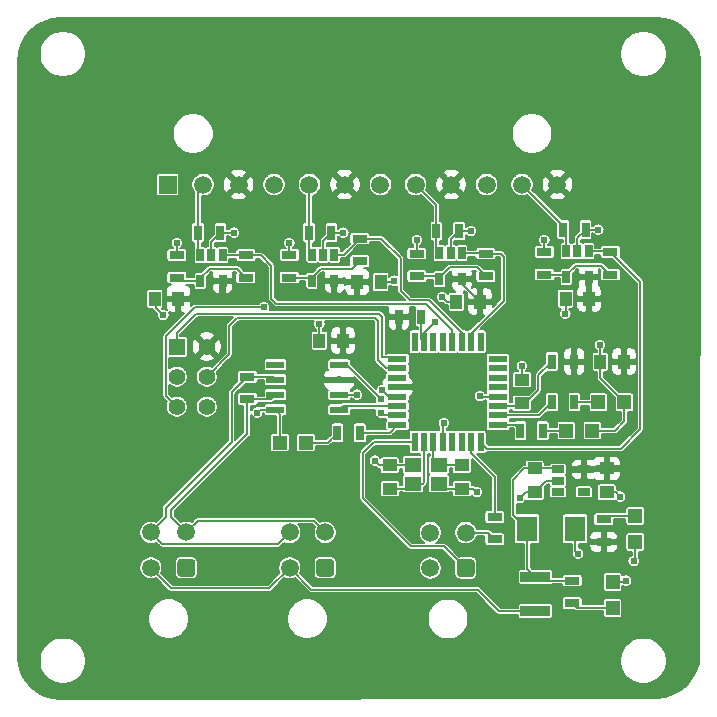
<source format=gtl>
G04 #@! TF.GenerationSoftware,KiCad,Pcbnew,5.1.10*
G04 #@! TF.CreationDate,2022-03-08T21:35:18-05:00*
G04 #@! TF.ProjectId,throttle,7468726f-7474-46c6-952e-6b696361645f,Rev 2*
G04 #@! TF.SameCoordinates,Original*
G04 #@! TF.FileFunction,Copper,L1,Top*
G04 #@! TF.FilePolarity,Positive*
%FSLAX46Y46*%
G04 Gerber Fmt 4.6, Leading zero omitted, Abs format (unit mm)*
G04 Created by KiCad (PCBNEW 5.1.10) date 2022-03-08 21:35:18*
%MOMM*%
%LPD*%
G01*
G04 APERTURE LIST*
G04 #@! TA.AperFunction,ComponentPad*
%ADD10C,1.500000*%
G04 #@! TD*
G04 #@! TA.AperFunction,SMDPad,CuDef*
%ADD11R,0.700000X1.300000*%
G04 #@! TD*
G04 #@! TA.AperFunction,SMDPad,CuDef*
%ADD12R,1.200000X1.200000*%
G04 #@! TD*
G04 #@! TA.AperFunction,SMDPad,CuDef*
%ADD13R,1.300000X0.700000*%
G04 #@! TD*
G04 #@! TA.AperFunction,SMDPad,CuDef*
%ADD14R,1.000000X1.250000*%
G04 #@! TD*
G04 #@! TA.AperFunction,SMDPad,CuDef*
%ADD15R,1.250000X1.000000*%
G04 #@! TD*
G04 #@! TA.AperFunction,ComponentPad*
%ADD16R,1.400000X1.400000*%
G04 #@! TD*
G04 #@! TA.AperFunction,ComponentPad*
%ADD17C,1.400000*%
G04 #@! TD*
G04 #@! TA.AperFunction,ComponentPad*
%ADD18R,1.520000X1.520000*%
G04 #@! TD*
G04 #@! TA.AperFunction,ComponentPad*
%ADD19C,1.520000*%
G04 #@! TD*
G04 #@! TA.AperFunction,SMDPad,CuDef*
%ADD20R,1.550000X0.600000*%
G04 #@! TD*
G04 #@! TA.AperFunction,SMDPad,CuDef*
%ADD21R,1.600000X0.550000*%
G04 #@! TD*
G04 #@! TA.AperFunction,SMDPad,CuDef*
%ADD22R,0.550000X1.600000*%
G04 #@! TD*
G04 #@! TA.AperFunction,SMDPad,CuDef*
%ADD23R,1.400000X1.200000*%
G04 #@! TD*
G04 #@! TA.AperFunction,SMDPad,CuDef*
%ADD24R,0.650000X1.060000*%
G04 #@! TD*
G04 #@! TA.AperFunction,SMDPad,CuDef*
%ADD25R,1.060000X0.650000*%
G04 #@! TD*
G04 #@! TA.AperFunction,SMDPad,CuDef*
%ADD26R,1.778000X2.159000*%
G04 #@! TD*
G04 #@! TA.AperFunction,SMDPad,CuDef*
%ADD27R,2.500000X0.900000*%
G04 #@! TD*
G04 #@! TA.AperFunction,ViaPad*
%ADD28C,0.609600*%
G04 #@! TD*
G04 #@! TA.AperFunction,Conductor*
%ADD29C,0.152400*%
G04 #@! TD*
G04 #@! TA.AperFunction,Conductor*
%ADD30C,0.200000*%
G04 #@! TD*
G04 #@! TA.AperFunction,Conductor*
%ADD31C,0.100000*%
G04 #@! TD*
G04 APERTURE END LIST*
G04 #@! TA.AperFunction,ComponentPad*
G36*
G01*
X164619500Y-122815000D02*
X164619500Y-123815000D01*
G75*
G02*
X164369500Y-124065000I-250000J0D01*
G01*
X163369500Y-124065000D01*
G75*
G02*
X163119500Y-123815000I0J250000D01*
G01*
X163119500Y-122815000D01*
G75*
G02*
X163369500Y-122565000I250000J0D01*
G01*
X164369500Y-122565000D01*
G75*
G02*
X164619500Y-122815000I0J-250000D01*
G01*
G37*
G04 #@! TD.AperFunction*
D10*
X160869500Y-123315000D03*
X163869500Y-120315000D03*
X160869500Y-120315000D03*
D11*
X194823000Y-109283500D03*
X196723000Y-109283500D03*
D12*
X198755000Y-109283500D03*
X200955000Y-109283500D03*
D11*
X192151000Y-111696500D03*
X194051000Y-111696500D03*
D12*
X196047000Y-111696500D03*
X198247000Y-111696500D03*
D13*
X178562000Y-95440500D03*
X178562000Y-97340500D03*
D11*
X176662000Y-111887000D03*
X178562000Y-111887000D03*
D12*
X171790000Y-112712500D03*
X173990000Y-112712500D03*
D14*
X175133000Y-104076500D03*
X177133000Y-104076500D03*
X200914000Y-105854500D03*
X198914000Y-105854500D03*
D15*
X192278000Y-109378500D03*
X192278000Y-107378500D03*
X187198000Y-116617500D03*
X187198000Y-114617500D03*
X181102000Y-116617500D03*
X181102000Y-114617500D03*
D16*
X163068000Y-104584500D03*
D17*
X165608000Y-104584500D03*
X163068000Y-107124500D03*
X165608000Y-107124500D03*
X163068000Y-109664500D03*
X165608000Y-109664500D03*
D18*
X162291719Y-90868500D03*
D19*
X165291718Y-90868500D03*
X168291717Y-90868500D03*
X171291716Y-90868500D03*
X174291715Y-90868500D03*
X177291714Y-90868500D03*
X180291713Y-90868500D03*
X183291713Y-90868500D03*
X186291712Y-90868500D03*
X189291711Y-90868500D03*
X192291710Y-90868500D03*
X195291709Y-90868500D03*
D11*
X194823000Y-105854500D03*
X196723000Y-105854500D03*
D13*
X169037000Y-109029500D03*
X169037000Y-107129500D03*
D11*
X181869000Y-102044500D03*
X183769000Y-102044500D03*
X195773000Y-94678500D03*
X197673000Y-94678500D03*
X174249000Y-94932500D03*
X176149000Y-94932500D03*
D13*
X199771000Y-98483500D03*
X199771000Y-96583500D03*
X194183000Y-98483500D03*
X194183000Y-96583500D03*
X172593000Y-96837500D03*
X172593000Y-98737500D03*
D11*
X186944000Y-94805500D03*
X185044000Y-94805500D03*
X164851000Y-94932500D03*
X166751000Y-94932500D03*
D13*
X189230000Y-96710500D03*
X189230000Y-98610500D03*
X183388000Y-98610500D03*
X183388000Y-96710500D03*
X168910000Y-98737500D03*
X168910000Y-96837500D03*
X163068000Y-98737500D03*
X163068000Y-96837500D03*
D20*
X171417000Y-109918500D03*
X171417000Y-108648500D03*
X171417000Y-107378500D03*
X171417000Y-106108500D03*
X176817000Y-106108500D03*
X176817000Y-107378500D03*
X176817000Y-108648500D03*
X176817000Y-109918500D03*
D21*
X181746000Y-105613500D03*
X181746000Y-106413500D03*
X181746000Y-107213500D03*
X181746000Y-108013500D03*
X181746000Y-108813500D03*
X181746000Y-109613500D03*
X181746000Y-110413500D03*
X181746000Y-111213500D03*
D22*
X183196000Y-112663500D03*
X183996000Y-112663500D03*
X184796000Y-112663500D03*
X185596000Y-112663500D03*
X186396000Y-112663500D03*
X187196000Y-112663500D03*
X187996000Y-112663500D03*
X188796000Y-112663500D03*
D21*
X190246000Y-111213500D03*
X190246000Y-110413500D03*
X190246000Y-109613500D03*
X190246000Y-108813500D03*
X190246000Y-108013500D03*
X190246000Y-107213500D03*
X190246000Y-106413500D03*
X190246000Y-105613500D03*
D22*
X188796000Y-104163500D03*
X187996000Y-104163500D03*
X187196000Y-104163500D03*
X186396000Y-104163500D03*
X185596000Y-104163500D03*
X184796000Y-104163500D03*
X183996000Y-104163500D03*
X183196000Y-104163500D03*
D23*
X185250000Y-114579500D03*
X183050000Y-114579500D03*
X183050000Y-116179500D03*
X185250000Y-116179500D03*
D24*
X197927000Y-98699500D03*
X196027000Y-98699500D03*
X196027000Y-96499500D03*
X196977000Y-96499500D03*
X197927000Y-96499500D03*
X176403000Y-96796500D03*
X175453000Y-96796500D03*
X174503000Y-96796500D03*
X174503000Y-98996500D03*
X176403000Y-98996500D03*
X187198000Y-98869500D03*
X185298000Y-98869500D03*
X185298000Y-96669500D03*
X186248000Y-96669500D03*
X187198000Y-96669500D03*
X166939000Y-96837500D03*
X165989000Y-96837500D03*
X165039000Y-96837500D03*
X165039000Y-99037500D03*
X166939000Y-99037500D03*
D15*
X193357500Y-116903500D03*
X193357500Y-114903500D03*
X199453500Y-114903500D03*
X199453500Y-116903500D03*
D25*
X195325501Y-114984501D03*
X195325501Y-115934501D03*
X195325501Y-116884501D03*
X197525501Y-116884501D03*
X197525501Y-114984501D03*
D10*
X172617000Y-120315000D03*
X175617000Y-120315000D03*
X172617000Y-123315000D03*
G04 #@! TA.AperFunction,ComponentPad*
G36*
G01*
X176367000Y-122815000D02*
X176367000Y-123815000D01*
G75*
G02*
X176117000Y-124065000I-250000J0D01*
G01*
X175117000Y-124065000D01*
G75*
G02*
X174867000Y-123815000I0J250000D01*
G01*
X174867000Y-122815000D01*
G75*
G02*
X175117000Y-122565000I250000J0D01*
G01*
X176117000Y-122565000D01*
G75*
G02*
X176367000Y-122815000I0J-250000D01*
G01*
G37*
G04 #@! TD.AperFunction*
D14*
X195977000Y-100520500D03*
X197977000Y-100520500D03*
X178340000Y-99123500D03*
X180340000Y-99123500D03*
X186722000Y-100774500D03*
X188722000Y-100774500D03*
X163195000Y-100520500D03*
X161195000Y-100520500D03*
G04 #@! TA.AperFunction,ComponentPad*
G36*
G01*
X188281000Y-122832500D02*
X188281000Y-123832500D01*
G75*
G02*
X188031000Y-124082500I-250000J0D01*
G01*
X187031000Y-124082500D01*
G75*
G02*
X186781000Y-123832500I0J250000D01*
G01*
X186781000Y-122832500D01*
G75*
G02*
X187031000Y-122582500I250000J0D01*
G01*
X188031000Y-122582500D01*
G75*
G02*
X188281000Y-122832500I0J-250000D01*
G01*
G37*
G04 #@! TD.AperFunction*
D10*
X184531000Y-123332500D03*
X187531000Y-120332500D03*
X184531000Y-120332500D03*
D13*
X189992000Y-119001500D03*
X189992000Y-120901500D03*
D26*
X196786500Y-120015000D03*
X192722500Y-120015000D03*
D12*
X199961500Y-126703000D03*
X199961500Y-124503000D03*
X201866500Y-121115000D03*
X201866500Y-118915000D03*
D27*
X193421000Y-124079000D03*
X193421000Y-126979000D03*
D13*
X196532500Y-124396500D03*
X196532500Y-126296500D03*
X199199500Y-119194500D03*
X199199500Y-121094500D03*
D28*
X177165000Y-94932500D03*
X187960000Y-94805500D03*
X198755000Y-94678500D03*
X188468000Y-116903500D03*
X179832000Y-114236500D03*
X192087500Y-117411500D03*
X200596500Y-117284500D03*
X178308000Y-108648500D03*
X175133000Y-102679500D03*
X180467000Y-108267500D03*
X188721994Y-108775500D03*
X167894000Y-94932500D03*
X194183000Y-95567500D03*
X195961000Y-101790500D03*
X185547000Y-100393500D03*
X161925000Y-101917500D03*
X163068000Y-95821500D03*
X172593000Y-95821500D03*
X181483000Y-98996500D03*
X183388000Y-95567500D03*
X198882000Y-104457500D03*
X192278000Y-106235500D03*
X169862500Y-110172500D03*
X201104500Y-124396500D03*
X201739500Y-122745500D03*
X197040500Y-122110500D03*
X185674000Y-111061500D03*
X170434000Y-101257100D03*
X184947529Y-102516971D03*
X180340000Y-109029500D03*
X180340000Y-110172500D03*
D29*
X165989000Y-95694500D02*
X166751000Y-94932500D01*
X165989000Y-96837500D02*
X165989000Y-95694500D01*
X175453000Y-95628500D02*
X176149000Y-94932500D01*
X175453000Y-96796500D02*
X175453000Y-95628500D01*
X176149000Y-94932500D02*
X177165000Y-94932500D01*
X186944000Y-94805500D02*
X187960000Y-94805500D01*
X186248000Y-95501500D02*
X186944000Y-94805500D01*
X186248000Y-96669500D02*
X186248000Y-95501500D01*
X197673000Y-94678500D02*
X198755000Y-94678500D01*
X196977000Y-95374500D02*
X197673000Y-94678500D01*
X196977000Y-96499500D02*
X196977000Y-95374500D01*
X188182000Y-116617500D02*
X188468000Y-116903500D01*
X187198000Y-116617500D02*
X188182000Y-116617500D01*
X185688000Y-116617500D02*
X185250000Y-116179500D01*
X187198000Y-116617500D02*
X185688000Y-116617500D01*
X185250000Y-116179500D02*
X185204000Y-116179500D01*
X180213000Y-114617500D02*
X179832000Y-114236500D01*
X181102000Y-114617500D02*
X180213000Y-114617500D01*
X183012000Y-114617500D02*
X183050000Y-114579500D01*
X181102000Y-114617500D02*
X183012000Y-114617500D01*
X194326499Y-115934501D02*
X195325501Y-115934501D01*
X193357500Y-116903500D02*
X194326499Y-115934501D01*
X192595500Y-116903500D02*
X192087500Y-117411500D01*
X193357500Y-116903500D02*
X192595500Y-116903500D01*
X200215500Y-116903500D02*
X200596500Y-117284500D01*
X199453500Y-116903500D02*
X200215500Y-116903500D01*
X176817000Y-108648500D02*
X178308000Y-108648500D01*
X175133000Y-104076500D02*
X175133000Y-102679500D01*
X181013000Y-108813500D02*
X180467000Y-108267500D01*
X181746000Y-108813500D02*
X181013000Y-108813500D01*
X188759994Y-108813500D02*
X188721994Y-108775500D01*
X190246000Y-108813500D02*
X188759994Y-108813500D01*
X166751000Y-94932500D02*
X167894000Y-94932500D01*
X194183000Y-96583500D02*
X194183000Y-95567500D01*
X195977000Y-101774500D02*
X195961000Y-101790500D01*
X195977000Y-100520500D02*
X195977000Y-101774500D01*
X185928000Y-100774500D02*
X185547000Y-100393500D01*
X186722000Y-100774500D02*
X185928000Y-100774500D01*
X161322000Y-101314500D02*
X161925000Y-101917500D01*
X161322000Y-100393500D02*
X161322000Y-101314500D01*
X163068000Y-96837500D02*
X163068000Y-95821500D01*
X172593000Y-96837500D02*
X172593000Y-95821500D01*
X181356000Y-99123500D02*
X181483000Y-98996500D01*
X180340000Y-99123500D02*
X181356000Y-99123500D01*
X183388000Y-96710500D02*
X183388000Y-95567500D01*
X198415000Y-111864500D02*
X198247000Y-111696500D01*
X198247000Y-111696500D02*
X200152000Y-111696500D01*
X200955000Y-110893500D02*
X200955000Y-109283500D01*
X200152000Y-111696500D02*
X200955000Y-110893500D01*
X200955000Y-109283500D02*
X200914000Y-109283500D01*
X198914000Y-107283500D02*
X198914000Y-105854500D01*
X200914000Y-109283500D02*
X198914000Y-107283500D01*
X198914000Y-104489500D02*
X198882000Y-104457500D01*
X198914000Y-105854500D02*
X198914000Y-104489500D01*
X192278000Y-107378500D02*
X192278000Y-106235500D01*
X171790000Y-110291500D02*
X171417000Y-109918500D01*
X171790000Y-112712500D02*
X171790000Y-110291500D01*
X170116500Y-109918500D02*
X169862500Y-110172500D01*
X171417000Y-109918500D02*
X170116500Y-109918500D01*
X200998000Y-124503000D02*
X201104500Y-124396500D01*
X199961500Y-124503000D02*
X200998000Y-124503000D01*
X201866500Y-122618500D02*
X201739500Y-122745500D01*
X201866500Y-121115000D02*
X201866500Y-122618500D01*
X196786500Y-121856500D02*
X197040500Y-122110500D01*
X196786500Y-120015000D02*
X196786500Y-121856500D01*
X199372499Y-114984501D02*
X199453500Y-114903500D01*
X197525501Y-114984501D02*
X199372499Y-114984501D01*
X177519930Y-103689570D02*
X177133000Y-104076500D01*
X197977000Y-98749500D02*
X197927000Y-98699500D01*
X197977000Y-100520500D02*
X197977000Y-98749500D01*
X187198000Y-99250500D02*
X188722000Y-100774500D01*
X187198000Y-98869500D02*
X187198000Y-99250500D01*
X178213000Y-98996500D02*
X178340000Y-99123500D01*
X176403000Y-98996500D02*
X178213000Y-98996500D01*
X192043000Y-109613500D02*
X192278000Y-109378500D01*
X190246000Y-109613500D02*
X192043000Y-109613500D01*
X192278000Y-109378500D02*
X192564000Y-109378500D01*
X192564000Y-109378500D02*
X193675000Y-108267500D01*
X193675000Y-107002500D02*
X194823000Y-105854500D01*
X193675000Y-108267500D02*
X193675000Y-107002500D01*
X187160000Y-114579500D02*
X187198000Y-114617500D01*
X185250000Y-114579500D02*
X187160000Y-114579500D01*
X184796000Y-114125500D02*
X184796000Y-112663500D01*
X185250000Y-114579500D02*
X184796000Y-114125500D01*
X182612000Y-116617500D02*
X183050000Y-116179500D01*
X181102000Y-116617500D02*
X182612000Y-116617500D01*
X183996000Y-116085900D02*
X183996000Y-112663500D01*
X183902400Y-116179500D02*
X183996000Y-116085900D01*
X183050000Y-116179500D02*
X183902400Y-116179500D01*
X194051000Y-111696500D02*
X196047000Y-111696500D01*
X196723000Y-109283500D02*
X198755000Y-109283500D01*
X175836500Y-112712500D02*
X176662000Y-111887000D01*
X173990000Y-112712500D02*
X175836500Y-112712500D01*
X164719000Y-101790500D02*
X180213000Y-101790500D01*
X180213000Y-101790500D02*
X180467000Y-102044500D01*
X180467000Y-102044500D02*
X180467000Y-105473500D01*
X181606000Y-105473500D02*
X181746000Y-105613500D01*
X180467000Y-105473500D02*
X181606000Y-105473500D01*
X163068000Y-103441500D02*
X164719000Y-101790500D01*
X163068000Y-104584500D02*
X163068000Y-103441500D01*
X185596000Y-111139500D02*
X185674000Y-111061500D01*
X185596000Y-112663500D02*
X185596000Y-111139500D01*
X180793600Y-106413500D02*
X181746000Y-106413500D01*
X180086000Y-105705900D02*
X180793600Y-106413500D01*
X180086000Y-102374698D02*
X180086000Y-105705900D01*
X168173401Y-102146099D02*
X179857401Y-102146099D01*
X179857401Y-102146099D02*
X180086000Y-102374698D01*
X167513000Y-102806500D02*
X168173401Y-102146099D01*
X167513000Y-105219500D02*
X167513000Y-102806500D01*
X165608000Y-107124500D02*
X167513000Y-105219500D01*
X183769000Y-103936500D02*
X183996000Y-104163500D01*
X183769000Y-102044500D02*
X183769000Y-103936500D01*
X164583918Y-101257100D02*
X170434000Y-101257100D01*
X162139399Y-103701619D02*
X164583918Y-101257100D01*
X162139399Y-108735899D02*
X162139399Y-103701619D01*
X163068000Y-109664500D02*
X162139399Y-108735899D01*
X183996000Y-103468500D02*
X183996000Y-104163500D01*
X184947529Y-102516971D02*
X183996000Y-103468500D01*
X171168000Y-107129500D02*
X171417000Y-107378500D01*
X169037000Y-107129500D02*
X171168000Y-107129500D01*
D30*
X162144500Y-119040000D02*
X160869500Y-120315000D01*
X162144500Y-118207300D02*
X162144500Y-119040000D01*
X167703500Y-112648300D02*
X162144500Y-118207300D01*
X167703500Y-108463000D02*
X167703500Y-112648300D01*
X169037000Y-107129500D02*
X167703500Y-108463000D01*
D29*
X171638399Y-121293601D02*
X172617000Y-120315000D01*
X161848101Y-121293601D02*
X171638399Y-121293601D01*
X160869500Y-120315000D02*
X161848101Y-121293601D01*
X171036000Y-109029500D02*
X171417000Y-108648500D01*
X169037000Y-109029500D02*
X171036000Y-109029500D01*
D30*
X162594500Y-119040000D02*
X163869500Y-120315000D01*
X162594500Y-118393700D02*
X162594500Y-119040000D01*
X169037000Y-111951200D02*
X162594500Y-118393700D01*
X169037000Y-109029500D02*
X169037000Y-111951200D01*
D29*
X174638399Y-119336399D02*
X175617000Y-120315000D01*
X164848101Y-119336399D02*
X174638399Y-119336399D01*
X163869500Y-120315000D02*
X164848101Y-119336399D01*
X196027000Y-94932500D02*
X195773000Y-94678500D01*
X196027000Y-96499500D02*
X196027000Y-94932500D01*
X195773000Y-94349790D02*
X192291710Y-90868500D01*
X195773000Y-94678500D02*
X195773000Y-94349790D01*
X185044000Y-96415500D02*
X185298000Y-96669500D01*
X185044000Y-94805500D02*
X185044000Y-96415500D01*
X185044000Y-92620787D02*
X183291713Y-90868500D01*
X185044000Y-94805500D02*
X185044000Y-92620787D01*
X174249000Y-96542500D02*
X174503000Y-96796500D01*
X174249000Y-94932500D02*
X174249000Y-96542500D01*
X174249000Y-90911215D02*
X174291715Y-90868500D01*
X174249000Y-94932500D02*
X174249000Y-90911215D01*
X164851000Y-96649500D02*
X165039000Y-96837500D01*
X164851000Y-94932500D02*
X164851000Y-96649500D01*
X164851000Y-91309218D02*
X165291718Y-90868500D01*
X164851000Y-94932500D02*
X164851000Y-91309218D01*
X195811000Y-98483500D02*
X196027000Y-98699500D01*
X194183000Y-98483500D02*
X195811000Y-98483500D01*
X196027000Y-98699500D02*
X196027000Y-98549500D01*
X196027000Y-98549500D02*
X196850000Y-97726500D01*
X199014000Y-97726500D02*
X199771000Y-98483500D01*
X196850000Y-97726500D02*
X199014000Y-97726500D01*
X199687000Y-96499500D02*
X199771000Y-96583500D01*
X197927000Y-96499500D02*
X199687000Y-96499500D01*
X189353000Y-113220500D02*
X188796000Y-112663500D01*
X200660000Y-113220500D02*
X189353000Y-113220500D01*
X202311000Y-111569500D02*
X200660000Y-113220500D01*
X202311000Y-99123500D02*
X202311000Y-111569500D01*
X199771000Y-96583500D02*
X202311000Y-99123500D01*
X177206000Y-96796500D02*
X178562000Y-95440500D01*
X176403000Y-96796500D02*
X177206000Y-96796500D01*
X178562000Y-95440500D02*
X180340000Y-95440500D01*
X182016401Y-97116901D02*
X182016401Y-99860099D01*
X180340000Y-95440500D02*
X182016401Y-97116901D01*
X182016401Y-99860099D02*
X182803802Y-100647500D01*
X182803802Y-100647500D02*
X184404000Y-100647500D01*
X187196000Y-103439500D02*
X187196000Y-104163500D01*
X184404000Y-100647500D02*
X187196000Y-103439500D01*
X174244000Y-98737500D02*
X174503000Y-98996500D01*
X172593000Y-98737500D02*
X174244000Y-98737500D01*
X174503000Y-98996500D02*
X174503000Y-98737500D01*
X174503000Y-98737500D02*
X175260000Y-97980500D01*
X177922000Y-97980500D02*
X178562000Y-97340500D01*
X175260000Y-97980500D02*
X177922000Y-97980500D01*
X189189000Y-96669500D02*
X189230000Y-96710500D01*
X187198000Y-96669500D02*
X189189000Y-96669500D01*
X189230000Y-96710500D02*
X190500000Y-96710500D01*
X190500000Y-96710500D02*
X190754000Y-96964500D01*
X187996000Y-103477018D02*
X187996000Y-104163500D01*
X190754000Y-100719018D02*
X187996000Y-103477018D01*
X190754000Y-96964500D02*
X190754000Y-100719018D01*
X185039000Y-98610500D02*
X185298000Y-98869500D01*
X183388000Y-98610500D02*
X185039000Y-98610500D01*
X185298000Y-98869500D02*
X185298000Y-98737500D01*
X185298000Y-98737500D02*
X186182000Y-97853500D01*
X188473000Y-97853500D02*
X189230000Y-98610500D01*
X186182000Y-97853500D02*
X188473000Y-97853500D01*
X163068000Y-98737500D02*
X163068000Y-98869500D01*
X163236000Y-99037500D02*
X165039000Y-99037500D01*
X163068000Y-98869500D02*
X163236000Y-99037500D01*
X165039000Y-99037500D02*
X165039000Y-98803500D01*
X165039000Y-98803500D02*
X165862000Y-97980500D01*
X168153000Y-97980500D02*
X168910000Y-98737500D01*
X165862000Y-97980500D02*
X168153000Y-97980500D01*
X166939000Y-96837500D02*
X168910000Y-96837500D01*
X168910000Y-96837500D02*
X170180000Y-96837500D01*
X170180000Y-96837500D02*
X171069000Y-97726500D01*
X171069000Y-97726500D02*
X171069000Y-100520500D01*
X186396000Y-103211100D02*
X186396000Y-104163500D01*
X184137209Y-100952309D02*
X186396000Y-103211100D01*
X171500809Y-100952309D02*
X184137209Y-100952309D01*
X171069000Y-100520500D02*
X171500809Y-100952309D01*
X191668000Y-111213500D02*
X192151000Y-111696500D01*
X190246000Y-111213500D02*
X191668000Y-111213500D01*
X193693000Y-110413500D02*
X194823000Y-109283500D01*
X190246000Y-110413500D02*
X193693000Y-110413500D01*
X181072500Y-111887000D02*
X181746000Y-111213500D01*
X178562000Y-111887000D02*
X181072500Y-111887000D01*
X177122000Y-109613500D02*
X181746000Y-109613500D01*
X176817000Y-109918500D02*
X177122000Y-109613500D01*
X180340000Y-110172500D02*
X180340000Y-110299500D01*
X180454000Y-110413500D02*
X181746000Y-110413500D01*
X180340000Y-110299500D02*
X180454000Y-110413500D01*
X180340000Y-109009982D02*
X180340000Y-109029500D01*
X177438518Y-106108500D02*
X180340000Y-109009982D01*
X176817000Y-106108500D02*
X177438518Y-106108500D01*
X160869500Y-123315000D02*
X162586000Y-125031500D01*
X170900500Y-125031500D02*
X172617000Y-123315000D01*
X162586000Y-125031500D02*
X170900500Y-125031500D01*
X172617000Y-123315000D02*
X174460500Y-125158500D01*
X174460500Y-125158500D02*
X188531500Y-125158500D01*
X190352000Y-126979000D02*
X193421000Y-126979000D01*
X188531500Y-125158500D02*
X190352000Y-126979000D01*
X182880000Y-121475500D02*
X185674000Y-121475500D01*
X185674000Y-121475500D02*
X187531000Y-123332500D01*
X178816000Y-117411500D02*
X182880000Y-121475500D01*
X178816000Y-113601500D02*
X178816000Y-117411500D01*
X179754000Y-112663500D02*
X178816000Y-113601500D01*
X183196000Y-112663500D02*
X179754000Y-112663500D01*
X187531000Y-120332500D02*
X189423000Y-120332500D01*
X189423000Y-120332500D02*
X189992000Y-120901500D01*
X189992000Y-115611900D02*
X189992000Y-119001500D01*
X187996000Y-113615900D02*
X189992000Y-115611900D01*
X187996000Y-112663500D02*
X187996000Y-113615900D01*
X195244500Y-114903500D02*
X195325501Y-114984501D01*
X193357500Y-114903500D02*
X195244500Y-114903500D01*
X193738500Y-124396500D02*
X193421000Y-124079000D01*
X196532500Y-124396500D02*
X193738500Y-124396500D01*
X192722500Y-123380500D02*
X193421000Y-124079000D01*
X192722500Y-120015000D02*
X192722500Y-123380500D01*
X193357500Y-114903500D02*
X192500000Y-114903500D01*
X191554099Y-118846599D02*
X192722500Y-120015000D01*
X191554099Y-115849401D02*
X191554099Y-118846599D01*
X192500000Y-114903500D02*
X191554099Y-115849401D01*
X196939000Y-126703000D02*
X196532500Y-126296500D01*
X199961500Y-126703000D02*
X196939000Y-126703000D01*
X199479000Y-118915000D02*
X199199500Y-119194500D01*
X201866500Y-118915000D02*
X199479000Y-118915000D01*
X203691906Y-76782598D02*
X204409466Y-76852955D01*
X205084207Y-77056672D01*
X205706534Y-77387569D01*
X206252736Y-77833041D01*
X206702012Y-78376121D01*
X207037246Y-78996124D01*
X207245668Y-79669425D01*
X207320970Y-80385883D01*
X207321006Y-80396309D01*
X207316402Y-130666907D01*
X207246045Y-131384466D01*
X207042327Y-132059209D01*
X206711431Y-132681534D01*
X206265958Y-133227738D01*
X205722877Y-133677012D01*
X205102880Y-134012244D01*
X204429575Y-134220668D01*
X203713117Y-134295970D01*
X203702248Y-134296008D01*
X203702244Y-134296008D01*
X153245770Y-134422966D01*
X152528640Y-134352651D01*
X151853897Y-134148933D01*
X151231572Y-133818037D01*
X150685368Y-133372564D01*
X150236094Y-132829483D01*
X149900862Y-132209486D01*
X149692438Y-131536181D01*
X149635755Y-130996872D01*
X151444987Y-130996872D01*
X151444987Y-131385128D01*
X151520732Y-131765923D01*
X151669311Y-132124625D01*
X151885014Y-132447448D01*
X152159552Y-132721986D01*
X152482375Y-132937689D01*
X152841077Y-133086268D01*
X153221872Y-133162013D01*
X153610128Y-133162013D01*
X153990923Y-133086268D01*
X154349625Y-132937689D01*
X154672448Y-132721986D01*
X154946986Y-132447448D01*
X155162689Y-132124625D01*
X155311268Y-131765923D01*
X155387013Y-131385128D01*
X155387013Y-130996872D01*
X200593987Y-130996872D01*
X200593987Y-131385128D01*
X200669732Y-131765923D01*
X200818311Y-132124625D01*
X201034014Y-132447448D01*
X201308552Y-132721986D01*
X201631375Y-132937689D01*
X201990077Y-133086268D01*
X202370872Y-133162013D01*
X202759128Y-133162013D01*
X203139923Y-133086268D01*
X203498625Y-132937689D01*
X203821448Y-132721986D01*
X204095986Y-132447448D01*
X204311689Y-132124625D01*
X204460268Y-131765923D01*
X204536013Y-131385128D01*
X204536013Y-130996872D01*
X204460268Y-130616077D01*
X204311689Y-130257375D01*
X204095986Y-129934552D01*
X203821448Y-129660014D01*
X203498625Y-129444311D01*
X203139923Y-129295732D01*
X202759128Y-129219987D01*
X202370872Y-129219987D01*
X201990077Y-129295732D01*
X201631375Y-129444311D01*
X201308552Y-129660014D01*
X201034014Y-129934552D01*
X200818311Y-130257375D01*
X200669732Y-130616077D01*
X200593987Y-130996872D01*
X155387013Y-130996872D01*
X155311268Y-130616077D01*
X155162689Y-130257375D01*
X154946986Y-129934552D01*
X154672448Y-129660014D01*
X154349625Y-129444311D01*
X153990923Y-129295732D01*
X153610128Y-129219987D01*
X153221872Y-129219987D01*
X152841077Y-129295732D01*
X152482375Y-129444311D01*
X152159552Y-129660014D01*
X151885014Y-129934552D01*
X151669311Y-130257375D01*
X151520732Y-130616077D01*
X151444987Y-130996872D01*
X149635755Y-130996872D01*
X149617136Y-130819723D01*
X149617100Y-130809330D01*
X149617100Y-127464748D01*
X160640900Y-127464748D01*
X160640900Y-127805252D01*
X160707329Y-128139214D01*
X160837635Y-128453799D01*
X161026809Y-128736918D01*
X161267582Y-128977691D01*
X161550701Y-129166865D01*
X161865286Y-129297171D01*
X162199248Y-129363600D01*
X162539752Y-129363600D01*
X162873714Y-129297171D01*
X163188299Y-129166865D01*
X163471418Y-128977691D01*
X163712191Y-128736918D01*
X163901365Y-128453799D01*
X164031671Y-128139214D01*
X164098100Y-127805252D01*
X164098100Y-127464748D01*
X172388400Y-127464748D01*
X172388400Y-127805252D01*
X172454829Y-128139214D01*
X172585135Y-128453799D01*
X172774309Y-128736918D01*
X173015082Y-128977691D01*
X173298201Y-129166865D01*
X173612786Y-129297171D01*
X173946748Y-129363600D01*
X174287252Y-129363600D01*
X174621214Y-129297171D01*
X174935799Y-129166865D01*
X175218918Y-128977691D01*
X175459691Y-128736918D01*
X175648865Y-128453799D01*
X175779171Y-128139214D01*
X175845600Y-127805252D01*
X175845600Y-127482248D01*
X184302400Y-127482248D01*
X184302400Y-127822752D01*
X184368829Y-128156714D01*
X184499135Y-128471299D01*
X184688309Y-128754418D01*
X184929082Y-128995191D01*
X185212201Y-129184365D01*
X185526786Y-129314671D01*
X185860748Y-129381100D01*
X186201252Y-129381100D01*
X186535214Y-129314671D01*
X186849799Y-129184365D01*
X187132918Y-128995191D01*
X187373691Y-128754418D01*
X187562865Y-128471299D01*
X187693171Y-128156714D01*
X187759600Y-127822752D01*
X187759600Y-127482248D01*
X187693171Y-127148286D01*
X187562865Y-126833701D01*
X187373691Y-126550582D01*
X187132918Y-126309809D01*
X186849799Y-126120635D01*
X186535214Y-125990329D01*
X186201252Y-125923900D01*
X185860748Y-125923900D01*
X185526786Y-125990329D01*
X185212201Y-126120635D01*
X184929082Y-126309809D01*
X184688309Y-126550582D01*
X184499135Y-126833701D01*
X184368829Y-127148286D01*
X184302400Y-127482248D01*
X175845600Y-127482248D01*
X175845600Y-127464748D01*
X175779171Y-127130786D01*
X175648865Y-126816201D01*
X175459691Y-126533082D01*
X175218918Y-126292309D01*
X174935799Y-126103135D01*
X174621214Y-125972829D01*
X174287252Y-125906400D01*
X173946748Y-125906400D01*
X173612786Y-125972829D01*
X173298201Y-126103135D01*
X173015082Y-126292309D01*
X172774309Y-126533082D01*
X172585135Y-126816201D01*
X172454829Y-127130786D01*
X172388400Y-127464748D01*
X164098100Y-127464748D01*
X164031671Y-127130786D01*
X163901365Y-126816201D01*
X163712191Y-126533082D01*
X163471418Y-126292309D01*
X163188299Y-126103135D01*
X162873714Y-125972829D01*
X162539752Y-125906400D01*
X162199248Y-125906400D01*
X161865286Y-125972829D01*
X161550701Y-126103135D01*
X161267582Y-126292309D01*
X161026809Y-126533082D01*
X160837635Y-126816201D01*
X160707329Y-127130786D01*
X160640900Y-127464748D01*
X149617100Y-127464748D01*
X149617100Y-123218616D01*
X159890900Y-123218616D01*
X159890900Y-123411384D01*
X159928507Y-123600447D01*
X160002276Y-123778541D01*
X160109372Y-123938821D01*
X160245679Y-124075128D01*
X160405959Y-124182224D01*
X160584053Y-124255993D01*
X160773116Y-124293600D01*
X160965884Y-124293600D01*
X161154947Y-124255993D01*
X161313688Y-124190240D01*
X162359897Y-125236450D01*
X162369432Y-125248068D01*
X162381050Y-125257603D01*
X162381056Y-125257609D01*
X162390583Y-125265427D01*
X162415843Y-125286158D01*
X162468794Y-125314460D01*
X162526249Y-125331889D01*
X162571034Y-125336300D01*
X162571042Y-125336300D01*
X162586000Y-125337773D01*
X162600958Y-125336300D01*
X170885542Y-125336300D01*
X170900500Y-125337773D01*
X170915458Y-125336300D01*
X170915466Y-125336300D01*
X170960251Y-125331889D01*
X171017706Y-125314460D01*
X171070657Y-125286158D01*
X171117068Y-125248068D01*
X171126612Y-125236439D01*
X172172812Y-124190240D01*
X172331553Y-124255993D01*
X172520616Y-124293600D01*
X172713384Y-124293600D01*
X172902447Y-124255993D01*
X173061189Y-124190240D01*
X174234391Y-125363443D01*
X174243932Y-125375068D01*
X174290343Y-125413158D01*
X174343294Y-125441460D01*
X174400748Y-125458889D01*
X174405903Y-125459397D01*
X174445534Y-125463300D01*
X174445542Y-125463300D01*
X174460500Y-125464773D01*
X174475458Y-125463300D01*
X188405249Y-125463300D01*
X190125892Y-127183944D01*
X190135432Y-127195568D01*
X190181843Y-127233658D01*
X190234794Y-127261960D01*
X190292248Y-127279389D01*
X190297403Y-127279897D01*
X190337034Y-127283800D01*
X190337042Y-127283800D01*
X190352000Y-127285273D01*
X190366958Y-127283800D01*
X191941294Y-127283800D01*
X191941294Y-127429000D01*
X191945708Y-127473813D01*
X191958779Y-127516905D01*
X191980006Y-127556618D01*
X192008573Y-127591427D01*
X192043382Y-127619994D01*
X192083095Y-127641221D01*
X192126187Y-127654292D01*
X192171000Y-127658706D01*
X194671000Y-127658706D01*
X194715813Y-127654292D01*
X194758905Y-127641221D01*
X194798618Y-127619994D01*
X194833427Y-127591427D01*
X194861994Y-127556618D01*
X194883221Y-127516905D01*
X194896292Y-127473813D01*
X194900706Y-127429000D01*
X194900706Y-126529000D01*
X194896292Y-126484187D01*
X194883221Y-126441095D01*
X194861994Y-126401382D01*
X194833427Y-126366573D01*
X194798618Y-126338006D01*
X194758905Y-126316779D01*
X194715813Y-126303708D01*
X194671000Y-126299294D01*
X192171000Y-126299294D01*
X192126187Y-126303708D01*
X192083095Y-126316779D01*
X192043382Y-126338006D01*
X192008573Y-126366573D01*
X191980006Y-126401382D01*
X191958779Y-126441095D01*
X191945708Y-126484187D01*
X191941294Y-126529000D01*
X191941294Y-126674200D01*
X190478252Y-126674200D01*
X189750552Y-125946500D01*
X195652794Y-125946500D01*
X195652794Y-126646500D01*
X195657208Y-126691313D01*
X195670279Y-126734405D01*
X195691506Y-126774118D01*
X195720073Y-126808927D01*
X195754882Y-126837494D01*
X195794595Y-126858721D01*
X195837687Y-126871792D01*
X195882500Y-126876206D01*
X196681154Y-126876206D01*
X196712892Y-126907944D01*
X196722432Y-126919568D01*
X196768843Y-126957658D01*
X196821794Y-126985960D01*
X196879248Y-127003389D01*
X196884403Y-127003897D01*
X196924034Y-127007800D01*
X196924042Y-127007800D01*
X196939000Y-127009273D01*
X196953958Y-127007800D01*
X199131794Y-127007800D01*
X199131794Y-127303000D01*
X199136208Y-127347813D01*
X199149279Y-127390905D01*
X199170506Y-127430618D01*
X199199073Y-127465427D01*
X199233882Y-127493994D01*
X199273595Y-127515221D01*
X199316687Y-127528292D01*
X199361500Y-127532706D01*
X200561500Y-127532706D01*
X200606313Y-127528292D01*
X200649405Y-127515221D01*
X200689118Y-127493994D01*
X200723927Y-127465427D01*
X200752494Y-127430618D01*
X200773721Y-127390905D01*
X200786792Y-127347813D01*
X200791206Y-127303000D01*
X200791206Y-126103000D01*
X200786792Y-126058187D01*
X200773721Y-126015095D01*
X200752494Y-125975382D01*
X200723927Y-125940573D01*
X200689118Y-125912006D01*
X200649405Y-125890779D01*
X200606313Y-125877708D01*
X200561500Y-125873294D01*
X199361500Y-125873294D01*
X199316687Y-125877708D01*
X199273595Y-125890779D01*
X199233882Y-125912006D01*
X199199073Y-125940573D01*
X199170506Y-125975382D01*
X199149279Y-126015095D01*
X199136208Y-126058187D01*
X199131794Y-126103000D01*
X199131794Y-126398200D01*
X197412206Y-126398200D01*
X197412206Y-125946500D01*
X197407792Y-125901687D01*
X197394721Y-125858595D01*
X197373494Y-125818882D01*
X197344927Y-125784073D01*
X197310118Y-125755506D01*
X197270405Y-125734279D01*
X197227313Y-125721208D01*
X197182500Y-125716794D01*
X195882500Y-125716794D01*
X195837687Y-125721208D01*
X195794595Y-125734279D01*
X195754882Y-125755506D01*
X195720073Y-125784073D01*
X195691506Y-125818882D01*
X195670279Y-125858595D01*
X195657208Y-125901687D01*
X195652794Y-125946500D01*
X189750552Y-125946500D01*
X188757612Y-124953561D01*
X188748068Y-124941932D01*
X188701657Y-124903842D01*
X188648706Y-124875540D01*
X188591251Y-124858111D01*
X188546466Y-124853700D01*
X188546458Y-124853700D01*
X188531500Y-124852227D01*
X188516542Y-124853700D01*
X174586752Y-124853700D01*
X173492240Y-123759189D01*
X173557993Y-123600447D01*
X173595600Y-123411384D01*
X173595600Y-123218616D01*
X173557993Y-123029553D01*
X173484224Y-122851459D01*
X173459863Y-122815000D01*
X174637294Y-122815000D01*
X174637294Y-123815000D01*
X174646511Y-123908586D01*
X174673809Y-123998576D01*
X174718139Y-124081510D01*
X174777797Y-124154203D01*
X174850490Y-124213861D01*
X174933424Y-124258191D01*
X175023414Y-124285489D01*
X175117000Y-124294706D01*
X176117000Y-124294706D01*
X176210586Y-124285489D01*
X176300576Y-124258191D01*
X176383510Y-124213861D01*
X176456203Y-124154203D01*
X176515861Y-124081510D01*
X176560191Y-123998576D01*
X176587489Y-123908586D01*
X176596706Y-123815000D01*
X176596706Y-123236116D01*
X183552400Y-123236116D01*
X183552400Y-123428884D01*
X183590007Y-123617947D01*
X183663776Y-123796041D01*
X183770872Y-123956321D01*
X183907179Y-124092628D01*
X184067459Y-124199724D01*
X184245553Y-124273493D01*
X184434616Y-124311100D01*
X184627384Y-124311100D01*
X184816447Y-124273493D01*
X184994541Y-124199724D01*
X185154821Y-124092628D01*
X185291128Y-123956321D01*
X185398224Y-123796041D01*
X185471993Y-123617947D01*
X185509600Y-123428884D01*
X185509600Y-123236116D01*
X185471993Y-123047053D01*
X185398224Y-122868959D01*
X185291128Y-122708679D01*
X185154821Y-122572372D01*
X184994541Y-122465276D01*
X184816447Y-122391507D01*
X184627384Y-122353900D01*
X184434616Y-122353900D01*
X184245553Y-122391507D01*
X184067459Y-122465276D01*
X183907179Y-122572372D01*
X183770872Y-122708679D01*
X183663776Y-122868959D01*
X183590007Y-123047053D01*
X183552400Y-123236116D01*
X176596706Y-123236116D01*
X176596706Y-122815000D01*
X176587489Y-122721414D01*
X176560191Y-122631424D01*
X176515861Y-122548490D01*
X176456203Y-122475797D01*
X176383510Y-122416139D01*
X176300576Y-122371809D01*
X176210586Y-122344511D01*
X176117000Y-122335294D01*
X175117000Y-122335294D01*
X175023414Y-122344511D01*
X174933424Y-122371809D01*
X174850490Y-122416139D01*
X174777797Y-122475797D01*
X174718139Y-122548490D01*
X174673809Y-122631424D01*
X174646511Y-122721414D01*
X174637294Y-122815000D01*
X173459863Y-122815000D01*
X173377128Y-122691179D01*
X173240821Y-122554872D01*
X173080541Y-122447776D01*
X172902447Y-122374007D01*
X172713384Y-122336400D01*
X172520616Y-122336400D01*
X172331553Y-122374007D01*
X172153459Y-122447776D01*
X171993179Y-122554872D01*
X171856872Y-122691179D01*
X171749776Y-122851459D01*
X171676007Y-123029553D01*
X171638400Y-123218616D01*
X171638400Y-123411384D01*
X171676007Y-123600447D01*
X171741760Y-123759188D01*
X170774249Y-124726700D01*
X162712253Y-124726700D01*
X161744740Y-123759188D01*
X161810493Y-123600447D01*
X161848100Y-123411384D01*
X161848100Y-123218616D01*
X161810493Y-123029553D01*
X161736724Y-122851459D01*
X161712363Y-122815000D01*
X162889794Y-122815000D01*
X162889794Y-123815000D01*
X162899011Y-123908586D01*
X162926309Y-123998576D01*
X162970639Y-124081510D01*
X163030297Y-124154203D01*
X163102990Y-124213861D01*
X163185924Y-124258191D01*
X163275914Y-124285489D01*
X163369500Y-124294706D01*
X164369500Y-124294706D01*
X164463086Y-124285489D01*
X164553076Y-124258191D01*
X164636010Y-124213861D01*
X164708703Y-124154203D01*
X164768361Y-124081510D01*
X164812691Y-123998576D01*
X164839989Y-123908586D01*
X164849206Y-123815000D01*
X164849206Y-122815000D01*
X164839989Y-122721414D01*
X164812691Y-122631424D01*
X164768361Y-122548490D01*
X164708703Y-122475797D01*
X164636010Y-122416139D01*
X164553076Y-122371809D01*
X164463086Y-122344511D01*
X164369500Y-122335294D01*
X163369500Y-122335294D01*
X163275914Y-122344511D01*
X163185924Y-122371809D01*
X163102990Y-122416139D01*
X163030297Y-122475797D01*
X162970639Y-122548490D01*
X162926309Y-122631424D01*
X162899011Y-122721414D01*
X162889794Y-122815000D01*
X161712363Y-122815000D01*
X161629628Y-122691179D01*
X161493321Y-122554872D01*
X161333041Y-122447776D01*
X161154947Y-122374007D01*
X160965884Y-122336400D01*
X160773116Y-122336400D01*
X160584053Y-122374007D01*
X160405959Y-122447776D01*
X160245679Y-122554872D01*
X160109372Y-122691179D01*
X160002276Y-122851459D01*
X159928507Y-123029553D01*
X159890900Y-123218616D01*
X149617100Y-123218616D01*
X149617100Y-120218616D01*
X159890900Y-120218616D01*
X159890900Y-120411384D01*
X159928507Y-120600447D01*
X160002276Y-120778541D01*
X160109372Y-120938821D01*
X160245679Y-121075128D01*
X160405959Y-121182224D01*
X160584053Y-121255993D01*
X160773116Y-121293600D01*
X160965884Y-121293600D01*
X161154947Y-121255993D01*
X161313688Y-121190240D01*
X161621993Y-121498545D01*
X161631533Y-121510169D01*
X161677944Y-121548259D01*
X161725243Y-121573540D01*
X161730895Y-121576561D01*
X161788349Y-121593990D01*
X161793504Y-121594498D01*
X161833135Y-121598401D01*
X161833143Y-121598401D01*
X161848101Y-121599874D01*
X161863059Y-121598401D01*
X171623441Y-121598401D01*
X171638399Y-121599874D01*
X171653357Y-121598401D01*
X171653365Y-121598401D01*
X171698150Y-121593990D01*
X171755605Y-121576561D01*
X171808556Y-121548259D01*
X171854967Y-121510169D01*
X171864511Y-121498540D01*
X172172811Y-121190240D01*
X172331553Y-121255993D01*
X172520616Y-121293600D01*
X172713384Y-121293600D01*
X172902447Y-121255993D01*
X173080541Y-121182224D01*
X173240821Y-121075128D01*
X173377128Y-120938821D01*
X173484224Y-120778541D01*
X173557993Y-120600447D01*
X173595600Y-120411384D01*
X173595600Y-120218616D01*
X173557993Y-120029553D01*
X173484224Y-119851459D01*
X173377128Y-119691179D01*
X173327148Y-119641199D01*
X174512148Y-119641199D01*
X174741760Y-119870811D01*
X174676007Y-120029553D01*
X174638400Y-120218616D01*
X174638400Y-120411384D01*
X174676007Y-120600447D01*
X174749776Y-120778541D01*
X174856872Y-120938821D01*
X174993179Y-121075128D01*
X175153459Y-121182224D01*
X175331553Y-121255993D01*
X175520616Y-121293600D01*
X175713384Y-121293600D01*
X175902447Y-121255993D01*
X176080541Y-121182224D01*
X176240821Y-121075128D01*
X176377128Y-120938821D01*
X176484224Y-120778541D01*
X176557993Y-120600447D01*
X176595600Y-120411384D01*
X176595600Y-120218616D01*
X176557993Y-120029553D01*
X176484224Y-119851459D01*
X176377128Y-119691179D01*
X176240821Y-119554872D01*
X176080541Y-119447776D01*
X175902447Y-119374007D01*
X175713384Y-119336400D01*
X175520616Y-119336400D01*
X175331553Y-119374007D01*
X175172811Y-119439760D01*
X174864511Y-119131460D01*
X174854967Y-119119831D01*
X174808556Y-119081741D01*
X174755605Y-119053439D01*
X174698150Y-119036010D01*
X174653365Y-119031599D01*
X174653357Y-119031599D01*
X174638399Y-119030126D01*
X174623441Y-119031599D01*
X164863059Y-119031599D01*
X164848101Y-119030126D01*
X164833143Y-119031599D01*
X164833135Y-119031599D01*
X164793504Y-119035502D01*
X164788349Y-119036010D01*
X164737148Y-119051542D01*
X164730895Y-119053439D01*
X164677944Y-119081741D01*
X164631533Y-119119831D01*
X164621993Y-119131455D01*
X164313688Y-119439760D01*
X164154947Y-119374007D01*
X163965884Y-119336400D01*
X163773116Y-119336400D01*
X163584053Y-119374007D01*
X163449112Y-119429901D01*
X162923100Y-118903890D01*
X162923100Y-118529810D01*
X167851410Y-113601500D01*
X178509727Y-113601500D01*
X178511200Y-113616458D01*
X178511201Y-117396532D01*
X178509727Y-117411500D01*
X178515611Y-117471251D01*
X178533040Y-117528705D01*
X178538627Y-117539157D01*
X178561343Y-117581657D01*
X178583449Y-117608593D01*
X178589300Y-117615721D01*
X178599433Y-117628068D01*
X178611057Y-117637608D01*
X182653891Y-121680443D01*
X182663432Y-121692068D01*
X182709843Y-121730158D01*
X182762794Y-121758460D01*
X182820248Y-121775889D01*
X182825403Y-121776397D01*
X182865034Y-121780300D01*
X182865042Y-121780300D01*
X182880000Y-121781773D01*
X182894958Y-121780300D01*
X185547749Y-121780300D01*
X186555656Y-122788208D01*
X186551294Y-122832500D01*
X186551294Y-123832500D01*
X186560511Y-123926086D01*
X186587809Y-124016076D01*
X186632139Y-124099010D01*
X186691797Y-124171703D01*
X186764490Y-124231361D01*
X186847424Y-124275691D01*
X186937414Y-124302989D01*
X187031000Y-124312206D01*
X188031000Y-124312206D01*
X188124586Y-124302989D01*
X188214576Y-124275691D01*
X188297510Y-124231361D01*
X188370203Y-124171703D01*
X188429861Y-124099010D01*
X188474191Y-124016076D01*
X188501489Y-123926086D01*
X188510706Y-123832500D01*
X188510706Y-122832500D01*
X188501489Y-122738914D01*
X188474191Y-122648924D01*
X188429861Y-122565990D01*
X188370203Y-122493297D01*
X188297510Y-122433639D01*
X188214576Y-122389309D01*
X188124586Y-122362011D01*
X188031000Y-122352794D01*
X187031000Y-122352794D01*
X186986708Y-122357156D01*
X185900112Y-121270561D01*
X185890568Y-121258932D01*
X185844157Y-121220842D01*
X185791206Y-121192540D01*
X185733751Y-121175111D01*
X185688966Y-121170700D01*
X185688958Y-121170700D01*
X185674000Y-121169227D01*
X185659042Y-121170700D01*
X185037978Y-121170700D01*
X185154821Y-121092628D01*
X185291128Y-120956321D01*
X185398224Y-120796041D01*
X185471993Y-120617947D01*
X185509600Y-120428884D01*
X185509600Y-120236116D01*
X186552400Y-120236116D01*
X186552400Y-120428884D01*
X186590007Y-120617947D01*
X186663776Y-120796041D01*
X186770872Y-120956321D01*
X186907179Y-121092628D01*
X187067459Y-121199724D01*
X187245553Y-121273493D01*
X187434616Y-121311100D01*
X187627384Y-121311100D01*
X187816447Y-121273493D01*
X187994541Y-121199724D01*
X188154821Y-121092628D01*
X188291128Y-120956321D01*
X188398224Y-120796041D01*
X188463977Y-120637300D01*
X189112294Y-120637300D01*
X189112294Y-121251500D01*
X189116708Y-121296313D01*
X189129779Y-121339405D01*
X189151006Y-121379118D01*
X189179573Y-121413927D01*
X189214382Y-121442494D01*
X189254095Y-121463721D01*
X189297187Y-121476792D01*
X189342000Y-121481206D01*
X190642000Y-121481206D01*
X190686813Y-121476792D01*
X190729905Y-121463721D01*
X190769618Y-121442494D01*
X190804427Y-121413927D01*
X190832994Y-121379118D01*
X190854221Y-121339405D01*
X190867292Y-121296313D01*
X190871706Y-121251500D01*
X190871706Y-120551500D01*
X190867292Y-120506687D01*
X190854221Y-120463595D01*
X190832994Y-120423882D01*
X190804427Y-120389073D01*
X190769618Y-120360506D01*
X190729905Y-120339279D01*
X190686813Y-120326208D01*
X190642000Y-120321794D01*
X189843346Y-120321794D01*
X189649112Y-120127561D01*
X189639568Y-120115932D01*
X189593157Y-120077842D01*
X189540206Y-120049540D01*
X189482751Y-120032111D01*
X189437966Y-120027700D01*
X189437958Y-120027700D01*
X189423000Y-120026227D01*
X189408042Y-120027700D01*
X188463977Y-120027700D01*
X188398224Y-119868959D01*
X188291128Y-119708679D01*
X188154821Y-119572372D01*
X187994541Y-119465276D01*
X187816447Y-119391507D01*
X187627384Y-119353900D01*
X187434616Y-119353900D01*
X187245553Y-119391507D01*
X187067459Y-119465276D01*
X186907179Y-119572372D01*
X186770872Y-119708679D01*
X186663776Y-119868959D01*
X186590007Y-120047053D01*
X186552400Y-120236116D01*
X185509600Y-120236116D01*
X185471993Y-120047053D01*
X185398224Y-119868959D01*
X185291128Y-119708679D01*
X185154821Y-119572372D01*
X184994541Y-119465276D01*
X184816447Y-119391507D01*
X184627384Y-119353900D01*
X184434616Y-119353900D01*
X184245553Y-119391507D01*
X184067459Y-119465276D01*
X183907179Y-119572372D01*
X183770872Y-119708679D01*
X183663776Y-119868959D01*
X183590007Y-120047053D01*
X183552400Y-120236116D01*
X183552400Y-120428884D01*
X183590007Y-120617947D01*
X183663776Y-120796041D01*
X183770872Y-120956321D01*
X183907179Y-121092628D01*
X184024022Y-121170700D01*
X183006252Y-121170700D01*
X179120800Y-117285249D01*
X179120800Y-113727751D01*
X179880252Y-112968300D01*
X182691294Y-112968300D01*
X182691294Y-113463500D01*
X182695708Y-113508313D01*
X182708779Y-113551405D01*
X182730006Y-113591118D01*
X182758573Y-113625927D01*
X182793382Y-113654494D01*
X182833095Y-113675721D01*
X182876187Y-113688792D01*
X182921000Y-113693206D01*
X183471000Y-113693206D01*
X183515813Y-113688792D01*
X183558905Y-113675721D01*
X183596000Y-113655893D01*
X183633095Y-113675721D01*
X183676187Y-113688792D01*
X183691201Y-113690271D01*
X183691201Y-113749794D01*
X182350000Y-113749794D01*
X182305187Y-113754208D01*
X182262095Y-113767279D01*
X182222382Y-113788506D01*
X182187573Y-113817073D01*
X182159006Y-113851882D01*
X182137779Y-113891595D01*
X182124708Y-113934687D01*
X182120294Y-113979500D01*
X182120294Y-114312700D01*
X181956706Y-114312700D01*
X181956706Y-114117500D01*
X181952292Y-114072687D01*
X181939221Y-114029595D01*
X181917994Y-113989882D01*
X181889427Y-113955073D01*
X181854618Y-113926506D01*
X181814905Y-113905279D01*
X181771813Y-113892208D01*
X181727000Y-113887794D01*
X180477000Y-113887794D01*
X180432187Y-113892208D01*
X180389095Y-113905279D01*
X180349382Y-113926506D01*
X180314573Y-113955073D01*
X180298532Y-113974619D01*
X180246319Y-113896477D01*
X180172023Y-113822181D01*
X180084660Y-113763807D01*
X179987587Y-113723598D01*
X179884535Y-113703100D01*
X179779465Y-113703100D01*
X179676413Y-113723598D01*
X179579340Y-113763807D01*
X179491977Y-113822181D01*
X179417681Y-113896477D01*
X179359307Y-113983840D01*
X179319098Y-114080913D01*
X179298600Y-114183965D01*
X179298600Y-114289035D01*
X179319098Y-114392087D01*
X179359307Y-114489160D01*
X179417681Y-114576523D01*
X179491977Y-114650819D01*
X179579340Y-114709193D01*
X179676413Y-114749402D01*
X179779465Y-114769900D01*
X179884535Y-114769900D01*
X179926084Y-114761636D01*
X179986892Y-114822444D01*
X179996432Y-114834068D01*
X180042843Y-114872158D01*
X180095794Y-114900460D01*
X180135819Y-114912602D01*
X180153248Y-114917889D01*
X180158889Y-114918445D01*
X180198034Y-114922300D01*
X180198041Y-114922300D01*
X180212999Y-114923773D01*
X180227957Y-114922300D01*
X180247294Y-114922300D01*
X180247294Y-115117500D01*
X180251708Y-115162313D01*
X180264779Y-115205405D01*
X180286006Y-115245118D01*
X180314573Y-115279927D01*
X180349382Y-115308494D01*
X180389095Y-115329721D01*
X180432187Y-115342792D01*
X180477000Y-115347206D01*
X181727000Y-115347206D01*
X181771813Y-115342792D01*
X181814905Y-115329721D01*
X181854618Y-115308494D01*
X181889427Y-115279927D01*
X181917994Y-115245118D01*
X181939221Y-115205405D01*
X181952292Y-115162313D01*
X181956706Y-115117500D01*
X181956706Y-114922300D01*
X182120294Y-114922300D01*
X182120294Y-115179500D01*
X182124708Y-115224313D01*
X182137779Y-115267405D01*
X182159006Y-115307118D01*
X182187573Y-115341927D01*
X182222382Y-115370494D01*
X182239231Y-115379500D01*
X182222382Y-115388506D01*
X182187573Y-115417073D01*
X182159006Y-115451882D01*
X182137779Y-115491595D01*
X182124708Y-115534687D01*
X182120294Y-115579500D01*
X182120294Y-116312700D01*
X181956706Y-116312700D01*
X181956706Y-116117500D01*
X181952292Y-116072687D01*
X181939221Y-116029595D01*
X181917994Y-115989882D01*
X181889427Y-115955073D01*
X181854618Y-115926506D01*
X181814905Y-115905279D01*
X181771813Y-115892208D01*
X181727000Y-115887794D01*
X180477000Y-115887794D01*
X180432187Y-115892208D01*
X180389095Y-115905279D01*
X180349382Y-115926506D01*
X180314573Y-115955073D01*
X180286006Y-115989882D01*
X180264779Y-116029595D01*
X180251708Y-116072687D01*
X180247294Y-116117500D01*
X180247294Y-117117500D01*
X180251708Y-117162313D01*
X180264779Y-117205405D01*
X180286006Y-117245118D01*
X180314573Y-117279927D01*
X180349382Y-117308494D01*
X180389095Y-117329721D01*
X180432187Y-117342792D01*
X180477000Y-117347206D01*
X181727000Y-117347206D01*
X181771813Y-117342792D01*
X181814905Y-117329721D01*
X181854618Y-117308494D01*
X181889427Y-117279927D01*
X181917994Y-117245118D01*
X181939221Y-117205405D01*
X181952292Y-117162313D01*
X181956706Y-117117500D01*
X181956706Y-116922300D01*
X182171466Y-116922300D01*
X182187573Y-116941927D01*
X182222382Y-116970494D01*
X182262095Y-116991721D01*
X182305187Y-117004792D01*
X182350000Y-117009206D01*
X183750000Y-117009206D01*
X183794813Y-117004792D01*
X183837905Y-116991721D01*
X183877618Y-116970494D01*
X183912427Y-116941927D01*
X183940994Y-116907118D01*
X183962221Y-116867405D01*
X183975292Y-116824313D01*
X183979706Y-116779500D01*
X183979706Y-116474564D01*
X184019606Y-116462460D01*
X184072557Y-116434158D01*
X184118968Y-116396068D01*
X184128512Y-116384439D01*
X184200940Y-116312011D01*
X184212568Y-116302468D01*
X184250658Y-116256057D01*
X184278960Y-116203106D01*
X184293349Y-116155674D01*
X184296389Y-116145652D01*
X184298940Y-116119749D01*
X184300800Y-116100866D01*
X184300800Y-116100859D01*
X184302273Y-116085901D01*
X184300800Y-116070943D01*
X184300800Y-113690271D01*
X184315813Y-113688792D01*
X184358905Y-113675721D01*
X184396000Y-113655893D01*
X184433095Y-113675721D01*
X184476187Y-113688792D01*
X184491200Y-113690271D01*
X184491200Y-113758451D01*
X184462095Y-113767279D01*
X184422382Y-113788506D01*
X184387573Y-113817073D01*
X184359006Y-113851882D01*
X184337779Y-113891595D01*
X184324708Y-113934687D01*
X184320294Y-113979500D01*
X184320294Y-115179500D01*
X184324708Y-115224313D01*
X184337779Y-115267405D01*
X184359006Y-115307118D01*
X184387573Y-115341927D01*
X184422382Y-115370494D01*
X184439231Y-115379500D01*
X184422382Y-115388506D01*
X184387573Y-115417073D01*
X184359006Y-115451882D01*
X184337779Y-115491595D01*
X184324708Y-115534687D01*
X184320294Y-115579500D01*
X184320294Y-116779500D01*
X184324708Y-116824313D01*
X184337779Y-116867405D01*
X184359006Y-116907118D01*
X184387573Y-116941927D01*
X184422382Y-116970494D01*
X184462095Y-116991721D01*
X184505187Y-117004792D01*
X184550000Y-117009206D01*
X185950000Y-117009206D01*
X185994813Y-117004792D01*
X186037905Y-116991721D01*
X186077618Y-116970494D01*
X186112427Y-116941927D01*
X186128534Y-116922300D01*
X186343294Y-116922300D01*
X186343294Y-117117500D01*
X186347708Y-117162313D01*
X186360779Y-117205405D01*
X186382006Y-117245118D01*
X186410573Y-117279927D01*
X186445382Y-117308494D01*
X186485095Y-117329721D01*
X186528187Y-117342792D01*
X186573000Y-117347206D01*
X187823000Y-117347206D01*
X187867813Y-117342792D01*
X187910905Y-117329721D01*
X187950618Y-117308494D01*
X187985427Y-117279927D01*
X188013994Y-117245118D01*
X188032106Y-117211233D01*
X188053681Y-117243523D01*
X188127977Y-117317819D01*
X188215340Y-117376193D01*
X188312413Y-117416402D01*
X188415465Y-117436900D01*
X188520535Y-117436900D01*
X188623587Y-117416402D01*
X188720660Y-117376193D01*
X188808023Y-117317819D01*
X188882319Y-117243523D01*
X188940693Y-117156160D01*
X188980902Y-117059087D01*
X189001400Y-116956035D01*
X189001400Y-116850965D01*
X188980902Y-116747913D01*
X188940693Y-116650840D01*
X188882319Y-116563477D01*
X188808023Y-116489181D01*
X188720660Y-116430807D01*
X188623587Y-116390598D01*
X188520535Y-116370100D01*
X188415465Y-116370100D01*
X188371626Y-116378820D01*
X188352157Y-116362842D01*
X188299206Y-116334540D01*
X188241751Y-116317111D01*
X188196966Y-116312700D01*
X188196958Y-116312700D01*
X188182000Y-116311227D01*
X188167042Y-116312700D01*
X188052706Y-116312700D01*
X188052706Y-116117500D01*
X188048292Y-116072687D01*
X188035221Y-116029595D01*
X188013994Y-115989882D01*
X187985427Y-115955073D01*
X187950618Y-115926506D01*
X187910905Y-115905279D01*
X187867813Y-115892208D01*
X187823000Y-115887794D01*
X186573000Y-115887794D01*
X186528187Y-115892208D01*
X186485095Y-115905279D01*
X186445382Y-115926506D01*
X186410573Y-115955073D01*
X186382006Y-115989882D01*
X186360779Y-116029595D01*
X186347708Y-116072687D01*
X186343294Y-116117500D01*
X186343294Y-116312700D01*
X186179706Y-116312700D01*
X186179706Y-115579500D01*
X186175292Y-115534687D01*
X186162221Y-115491595D01*
X186140994Y-115451882D01*
X186112427Y-115417073D01*
X186077618Y-115388506D01*
X186060769Y-115379500D01*
X186077618Y-115370494D01*
X186112427Y-115341927D01*
X186140994Y-115307118D01*
X186162221Y-115267405D01*
X186175292Y-115224313D01*
X186179706Y-115179500D01*
X186179706Y-114884300D01*
X186343294Y-114884300D01*
X186343294Y-115117500D01*
X186347708Y-115162313D01*
X186360779Y-115205405D01*
X186382006Y-115245118D01*
X186410573Y-115279927D01*
X186445382Y-115308494D01*
X186485095Y-115329721D01*
X186528187Y-115342792D01*
X186573000Y-115347206D01*
X187823000Y-115347206D01*
X187867813Y-115342792D01*
X187910905Y-115329721D01*
X187950618Y-115308494D01*
X187985427Y-115279927D01*
X188013994Y-115245118D01*
X188035221Y-115205405D01*
X188048292Y-115162313D01*
X188052706Y-115117500D01*
X188052706Y-114117500D01*
X188051194Y-114102145D01*
X189687200Y-115738152D01*
X189687201Y-118421794D01*
X189342000Y-118421794D01*
X189297187Y-118426208D01*
X189254095Y-118439279D01*
X189214382Y-118460506D01*
X189179573Y-118489073D01*
X189151006Y-118523882D01*
X189129779Y-118563595D01*
X189116708Y-118606687D01*
X189112294Y-118651500D01*
X189112294Y-119351500D01*
X189116708Y-119396313D01*
X189129779Y-119439405D01*
X189151006Y-119479118D01*
X189179573Y-119513927D01*
X189214382Y-119542494D01*
X189254095Y-119563721D01*
X189297187Y-119576792D01*
X189342000Y-119581206D01*
X190642000Y-119581206D01*
X190686813Y-119576792D01*
X190729905Y-119563721D01*
X190769618Y-119542494D01*
X190804427Y-119513927D01*
X190832994Y-119479118D01*
X190854221Y-119439405D01*
X190867292Y-119396313D01*
X190871706Y-119351500D01*
X190871706Y-118651500D01*
X190867292Y-118606687D01*
X190854221Y-118563595D01*
X190832994Y-118523882D01*
X190804427Y-118489073D01*
X190769618Y-118460506D01*
X190729905Y-118439279D01*
X190686813Y-118426208D01*
X190642000Y-118421794D01*
X190296800Y-118421794D01*
X190296800Y-115849401D01*
X191247826Y-115849401D01*
X191249299Y-115864359D01*
X191249300Y-118831631D01*
X191247826Y-118846599D01*
X191253710Y-118906350D01*
X191271139Y-118963804D01*
X191276991Y-118974752D01*
X191299442Y-119016756D01*
X191337532Y-119063167D01*
X191349155Y-119072707D01*
X191603794Y-119327345D01*
X191603794Y-121094500D01*
X191608208Y-121139313D01*
X191621279Y-121182405D01*
X191642506Y-121222118D01*
X191671073Y-121256927D01*
X191705882Y-121285494D01*
X191745595Y-121306721D01*
X191788687Y-121319792D01*
X191833500Y-121324206D01*
X192417700Y-121324206D01*
X192417701Y-123365532D01*
X192416227Y-123380500D01*
X192418078Y-123399294D01*
X192171000Y-123399294D01*
X192126187Y-123403708D01*
X192083095Y-123416779D01*
X192043382Y-123438006D01*
X192008573Y-123466573D01*
X191980006Y-123501382D01*
X191958779Y-123541095D01*
X191945708Y-123584187D01*
X191941294Y-123629000D01*
X191941294Y-124529000D01*
X191945708Y-124573813D01*
X191958779Y-124616905D01*
X191980006Y-124656618D01*
X192008573Y-124691427D01*
X192043382Y-124719994D01*
X192083095Y-124741221D01*
X192126187Y-124754292D01*
X192171000Y-124758706D01*
X194671000Y-124758706D01*
X194715813Y-124754292D01*
X194758905Y-124741221D01*
X194798618Y-124719994D01*
X194821397Y-124701300D01*
X195652794Y-124701300D01*
X195652794Y-124746500D01*
X195657208Y-124791313D01*
X195670279Y-124834405D01*
X195691506Y-124874118D01*
X195720073Y-124908927D01*
X195754882Y-124937494D01*
X195794595Y-124958721D01*
X195837687Y-124971792D01*
X195882500Y-124976206D01*
X197182500Y-124976206D01*
X197227313Y-124971792D01*
X197270405Y-124958721D01*
X197310118Y-124937494D01*
X197344927Y-124908927D01*
X197373494Y-124874118D01*
X197394721Y-124834405D01*
X197407792Y-124791313D01*
X197412206Y-124746500D01*
X197412206Y-124046500D01*
X197407792Y-124001687D01*
X197394721Y-123958595D01*
X197373494Y-123918882D01*
X197360460Y-123903000D01*
X199131794Y-123903000D01*
X199131794Y-125103000D01*
X199136208Y-125147813D01*
X199149279Y-125190905D01*
X199170506Y-125230618D01*
X199199073Y-125265427D01*
X199233882Y-125293994D01*
X199273595Y-125315221D01*
X199316687Y-125328292D01*
X199361500Y-125332706D01*
X200561500Y-125332706D01*
X200606313Y-125328292D01*
X200649405Y-125315221D01*
X200689118Y-125293994D01*
X200723927Y-125265427D01*
X200752494Y-125230618D01*
X200773721Y-125190905D01*
X200786792Y-125147813D01*
X200791206Y-125103000D01*
X200791206Y-124828679D01*
X200851840Y-124869193D01*
X200948913Y-124909402D01*
X201051965Y-124929900D01*
X201157035Y-124929900D01*
X201260087Y-124909402D01*
X201357160Y-124869193D01*
X201444523Y-124810819D01*
X201518819Y-124736523D01*
X201577193Y-124649160D01*
X201617402Y-124552087D01*
X201637900Y-124449035D01*
X201637900Y-124343965D01*
X201617402Y-124240913D01*
X201577193Y-124143840D01*
X201518819Y-124056477D01*
X201444523Y-123982181D01*
X201357160Y-123923807D01*
X201260087Y-123883598D01*
X201157035Y-123863100D01*
X201051965Y-123863100D01*
X200948913Y-123883598D01*
X200851840Y-123923807D01*
X200791206Y-123964321D01*
X200791206Y-123903000D01*
X200786792Y-123858187D01*
X200773721Y-123815095D01*
X200752494Y-123775382D01*
X200723927Y-123740573D01*
X200689118Y-123712006D01*
X200649405Y-123690779D01*
X200606313Y-123677708D01*
X200561500Y-123673294D01*
X199361500Y-123673294D01*
X199316687Y-123677708D01*
X199273595Y-123690779D01*
X199233882Y-123712006D01*
X199199073Y-123740573D01*
X199170506Y-123775382D01*
X199149279Y-123815095D01*
X199136208Y-123858187D01*
X199131794Y-123903000D01*
X197360460Y-123903000D01*
X197344927Y-123884073D01*
X197310118Y-123855506D01*
X197270405Y-123834279D01*
X197227313Y-123821208D01*
X197182500Y-123816794D01*
X195882500Y-123816794D01*
X195837687Y-123821208D01*
X195794595Y-123834279D01*
X195754882Y-123855506D01*
X195720073Y-123884073D01*
X195691506Y-123918882D01*
X195670279Y-123958595D01*
X195657208Y-124001687D01*
X195652794Y-124046500D01*
X195652794Y-124091700D01*
X194900706Y-124091700D01*
X194900706Y-123629000D01*
X194896292Y-123584187D01*
X194883221Y-123541095D01*
X194861994Y-123501382D01*
X194833427Y-123466573D01*
X194798618Y-123438006D01*
X194758905Y-123416779D01*
X194715813Y-123403708D01*
X194671000Y-123399294D01*
X193172345Y-123399294D01*
X193027300Y-123254249D01*
X193027300Y-121324206D01*
X193611500Y-121324206D01*
X193656313Y-121319792D01*
X193699405Y-121306721D01*
X193739118Y-121285494D01*
X193773927Y-121256927D01*
X193802494Y-121222118D01*
X193823721Y-121182405D01*
X193836792Y-121139313D01*
X193841206Y-121094500D01*
X193841206Y-118935500D01*
X195667794Y-118935500D01*
X195667794Y-121094500D01*
X195672208Y-121139313D01*
X195685279Y-121182405D01*
X195706506Y-121222118D01*
X195735073Y-121256927D01*
X195769882Y-121285494D01*
X195809595Y-121306721D01*
X195852687Y-121319792D01*
X195897500Y-121324206D01*
X196481701Y-121324206D01*
X196481701Y-121841532D01*
X196480227Y-121856500D01*
X196486111Y-121916251D01*
X196503540Y-121973705D01*
X196503541Y-121973706D01*
X196518349Y-122001411D01*
X196507100Y-122057965D01*
X196507100Y-122163035D01*
X196527598Y-122266087D01*
X196567807Y-122363160D01*
X196626181Y-122450523D01*
X196700477Y-122524819D01*
X196787840Y-122583193D01*
X196884913Y-122623402D01*
X196987965Y-122643900D01*
X197093035Y-122643900D01*
X197196087Y-122623402D01*
X197293160Y-122583193D01*
X197380523Y-122524819D01*
X197454819Y-122450523D01*
X197513193Y-122363160D01*
X197553402Y-122266087D01*
X197573900Y-122163035D01*
X197573900Y-122057965D01*
X197553402Y-121954913D01*
X197513193Y-121857840D01*
X197454819Y-121770477D01*
X197380523Y-121696181D01*
X197293160Y-121637807D01*
X197196087Y-121597598D01*
X197093035Y-121577100D01*
X197091300Y-121577100D01*
X197091300Y-121444500D01*
X197962473Y-121444500D01*
X197973753Y-121559023D01*
X198007158Y-121669146D01*
X198061405Y-121770635D01*
X198134409Y-121859591D01*
X198223365Y-121932595D01*
X198324854Y-121986842D01*
X198434977Y-122020247D01*
X198549500Y-122031527D01*
X198875650Y-122028700D01*
X199021700Y-121882650D01*
X199021700Y-121272300D01*
X199377300Y-121272300D01*
X199377300Y-121882650D01*
X199523350Y-122028700D01*
X199849500Y-122031527D01*
X199964023Y-122020247D01*
X200074146Y-121986842D01*
X200175635Y-121932595D01*
X200264591Y-121859591D01*
X200337595Y-121770635D01*
X200391842Y-121669146D01*
X200425247Y-121559023D01*
X200436527Y-121444500D01*
X200433700Y-121418350D01*
X200287650Y-121272300D01*
X199377300Y-121272300D01*
X199021700Y-121272300D01*
X198111350Y-121272300D01*
X197965300Y-121418350D01*
X197962473Y-121444500D01*
X197091300Y-121444500D01*
X197091300Y-121324206D01*
X197675500Y-121324206D01*
X197720313Y-121319792D01*
X197763405Y-121306721D01*
X197803118Y-121285494D01*
X197837927Y-121256927D01*
X197866494Y-121222118D01*
X197887721Y-121182405D01*
X197900792Y-121139313D01*
X197905206Y-121094500D01*
X197905206Y-120744500D01*
X197962473Y-120744500D01*
X197965300Y-120770650D01*
X198111350Y-120916700D01*
X199021700Y-120916700D01*
X199021700Y-120306350D01*
X199377300Y-120306350D01*
X199377300Y-120916700D01*
X200287650Y-120916700D01*
X200433700Y-120770650D01*
X200436527Y-120744500D01*
X200425247Y-120629977D01*
X200391842Y-120519854D01*
X200389248Y-120515000D01*
X201036794Y-120515000D01*
X201036794Y-121715000D01*
X201041208Y-121759813D01*
X201054279Y-121802905D01*
X201075506Y-121842618D01*
X201104073Y-121877427D01*
X201138882Y-121905994D01*
X201178595Y-121927221D01*
X201221687Y-121940292D01*
X201266500Y-121944706D01*
X201561701Y-121944706D01*
X201561701Y-122241799D01*
X201486840Y-122272807D01*
X201399477Y-122331181D01*
X201325181Y-122405477D01*
X201266807Y-122492840D01*
X201226598Y-122589913D01*
X201206100Y-122692965D01*
X201206100Y-122798035D01*
X201226598Y-122901087D01*
X201266807Y-122998160D01*
X201325181Y-123085523D01*
X201399477Y-123159819D01*
X201486840Y-123218193D01*
X201583913Y-123258402D01*
X201686965Y-123278900D01*
X201792035Y-123278900D01*
X201895087Y-123258402D01*
X201992160Y-123218193D01*
X202079523Y-123159819D01*
X202153819Y-123085523D01*
X202212193Y-122998160D01*
X202252402Y-122901087D01*
X202272900Y-122798035D01*
X202272900Y-122692965D01*
X202252402Y-122589913D01*
X202212193Y-122492840D01*
X202171300Y-122431639D01*
X202171300Y-121944706D01*
X202466500Y-121944706D01*
X202511313Y-121940292D01*
X202554405Y-121927221D01*
X202594118Y-121905994D01*
X202628927Y-121877427D01*
X202657494Y-121842618D01*
X202678721Y-121802905D01*
X202691792Y-121759813D01*
X202696206Y-121715000D01*
X202696206Y-120515000D01*
X202691792Y-120470187D01*
X202678721Y-120427095D01*
X202657494Y-120387382D01*
X202628927Y-120352573D01*
X202594118Y-120324006D01*
X202554405Y-120302779D01*
X202511313Y-120289708D01*
X202466500Y-120285294D01*
X201266500Y-120285294D01*
X201221687Y-120289708D01*
X201178595Y-120302779D01*
X201138882Y-120324006D01*
X201104073Y-120352573D01*
X201075506Y-120387382D01*
X201054279Y-120427095D01*
X201041208Y-120470187D01*
X201036794Y-120515000D01*
X200389248Y-120515000D01*
X200337595Y-120418365D01*
X200264591Y-120329409D01*
X200175635Y-120256405D01*
X200074146Y-120202158D01*
X199964023Y-120168753D01*
X199849500Y-120157473D01*
X199523350Y-120160300D01*
X199377300Y-120306350D01*
X199021700Y-120306350D01*
X198875650Y-120160300D01*
X198549500Y-120157473D01*
X198434977Y-120168753D01*
X198324854Y-120202158D01*
X198223365Y-120256405D01*
X198134409Y-120329409D01*
X198061405Y-120418365D01*
X198007158Y-120519854D01*
X197973753Y-120629977D01*
X197962473Y-120744500D01*
X197905206Y-120744500D01*
X197905206Y-118935500D01*
X197900792Y-118890687D01*
X197887721Y-118847595D01*
X197886067Y-118844500D01*
X198319794Y-118844500D01*
X198319794Y-119544500D01*
X198324208Y-119589313D01*
X198337279Y-119632405D01*
X198358506Y-119672118D01*
X198387073Y-119706927D01*
X198421882Y-119735494D01*
X198461595Y-119756721D01*
X198504687Y-119769792D01*
X198549500Y-119774206D01*
X199849500Y-119774206D01*
X199894313Y-119769792D01*
X199937405Y-119756721D01*
X199977118Y-119735494D01*
X200011927Y-119706927D01*
X200040494Y-119672118D01*
X200061721Y-119632405D01*
X200074792Y-119589313D01*
X200079206Y-119544500D01*
X200079206Y-119219800D01*
X201036794Y-119219800D01*
X201036794Y-119515000D01*
X201041208Y-119559813D01*
X201054279Y-119602905D01*
X201075506Y-119642618D01*
X201104073Y-119677427D01*
X201138882Y-119705994D01*
X201178595Y-119727221D01*
X201221687Y-119740292D01*
X201266500Y-119744706D01*
X202466500Y-119744706D01*
X202511313Y-119740292D01*
X202554405Y-119727221D01*
X202594118Y-119705994D01*
X202628927Y-119677427D01*
X202657494Y-119642618D01*
X202678721Y-119602905D01*
X202691792Y-119559813D01*
X202696206Y-119515000D01*
X202696206Y-118315000D01*
X202691792Y-118270187D01*
X202678721Y-118227095D01*
X202657494Y-118187382D01*
X202628927Y-118152573D01*
X202594118Y-118124006D01*
X202554405Y-118102779D01*
X202511313Y-118089708D01*
X202466500Y-118085294D01*
X201266500Y-118085294D01*
X201221687Y-118089708D01*
X201178595Y-118102779D01*
X201138882Y-118124006D01*
X201104073Y-118152573D01*
X201075506Y-118187382D01*
X201054279Y-118227095D01*
X201041208Y-118270187D01*
X201036794Y-118315000D01*
X201036794Y-118610200D01*
X199493958Y-118610200D01*
X199479000Y-118608727D01*
X199464042Y-118610200D01*
X199464034Y-118610200D01*
X199424403Y-118614103D01*
X199419248Y-118614611D01*
X199418645Y-118614794D01*
X198549500Y-118614794D01*
X198504687Y-118619208D01*
X198461595Y-118632279D01*
X198421882Y-118653506D01*
X198387073Y-118682073D01*
X198358506Y-118716882D01*
X198337279Y-118756595D01*
X198324208Y-118799687D01*
X198319794Y-118844500D01*
X197886067Y-118844500D01*
X197866494Y-118807882D01*
X197837927Y-118773073D01*
X197803118Y-118744506D01*
X197763405Y-118723279D01*
X197720313Y-118710208D01*
X197675500Y-118705794D01*
X195897500Y-118705794D01*
X195852687Y-118710208D01*
X195809595Y-118723279D01*
X195769882Y-118744506D01*
X195735073Y-118773073D01*
X195706506Y-118807882D01*
X195685279Y-118847595D01*
X195672208Y-118890687D01*
X195667794Y-118935500D01*
X193841206Y-118935500D01*
X193836792Y-118890687D01*
X193823721Y-118847595D01*
X193802494Y-118807882D01*
X193773927Y-118773073D01*
X193739118Y-118744506D01*
X193699405Y-118723279D01*
X193656313Y-118710208D01*
X193611500Y-118705794D01*
X191858899Y-118705794D01*
X191858899Y-117894159D01*
X191931913Y-117924402D01*
X192034965Y-117944900D01*
X192140035Y-117944900D01*
X192243087Y-117924402D01*
X192340160Y-117884193D01*
X192427523Y-117825819D01*
X192501819Y-117751523D01*
X192560193Y-117664160D01*
X192593066Y-117584797D01*
X192604882Y-117594494D01*
X192644595Y-117615721D01*
X192687687Y-117628792D01*
X192732500Y-117633206D01*
X193982500Y-117633206D01*
X194027313Y-117628792D01*
X194070405Y-117615721D01*
X194110118Y-117594494D01*
X194144927Y-117565927D01*
X194173494Y-117531118D01*
X194194721Y-117491405D01*
X194207792Y-117448313D01*
X194212206Y-117403500D01*
X194212206Y-116479846D01*
X194452752Y-116239301D01*
X194565795Y-116239301D01*
X194565795Y-116259501D01*
X194570209Y-116304314D01*
X194583280Y-116347406D01*
X194604507Y-116387119D01*
X194622875Y-116409501D01*
X194604507Y-116431883D01*
X194583280Y-116471596D01*
X194570209Y-116514688D01*
X194565795Y-116559501D01*
X194565795Y-117209501D01*
X194570209Y-117254314D01*
X194583280Y-117297406D01*
X194604507Y-117337119D01*
X194633074Y-117371928D01*
X194667883Y-117400495D01*
X194707596Y-117421722D01*
X194750688Y-117434793D01*
X194795501Y-117439207D01*
X195855501Y-117439207D01*
X195900314Y-117434793D01*
X195943406Y-117421722D01*
X195983119Y-117400495D01*
X196017928Y-117371928D01*
X196046495Y-117337119D01*
X196067722Y-117297406D01*
X196080793Y-117254314D01*
X196085207Y-117209501D01*
X196085207Y-116559501D01*
X196765795Y-116559501D01*
X196765795Y-117209501D01*
X196770209Y-117254314D01*
X196783280Y-117297406D01*
X196804507Y-117337119D01*
X196833074Y-117371928D01*
X196867883Y-117400495D01*
X196907596Y-117421722D01*
X196950688Y-117434793D01*
X196995501Y-117439207D01*
X198055501Y-117439207D01*
X198100314Y-117434793D01*
X198143406Y-117421722D01*
X198183119Y-117400495D01*
X198217928Y-117371928D01*
X198246495Y-117337119D01*
X198267722Y-117297406D01*
X198280793Y-117254314D01*
X198285207Y-117209501D01*
X198285207Y-116559501D01*
X198280793Y-116514688D01*
X198267722Y-116471596D01*
X198246495Y-116431883D01*
X198223202Y-116403500D01*
X198598794Y-116403500D01*
X198598794Y-117403500D01*
X198603208Y-117448313D01*
X198616279Y-117491405D01*
X198637506Y-117531118D01*
X198666073Y-117565927D01*
X198700882Y-117594494D01*
X198740595Y-117615721D01*
X198783687Y-117628792D01*
X198828500Y-117633206D01*
X200078500Y-117633206D01*
X200123313Y-117628792D01*
X200166405Y-117615721D01*
X200173696Y-117611824D01*
X200182181Y-117624523D01*
X200256477Y-117698819D01*
X200343840Y-117757193D01*
X200440913Y-117797402D01*
X200543965Y-117817900D01*
X200649035Y-117817900D01*
X200752087Y-117797402D01*
X200849160Y-117757193D01*
X200936523Y-117698819D01*
X201010819Y-117624523D01*
X201069193Y-117537160D01*
X201109402Y-117440087D01*
X201129900Y-117337035D01*
X201129900Y-117231965D01*
X201109402Y-117128913D01*
X201069193Y-117031840D01*
X201010819Y-116944477D01*
X200936523Y-116870181D01*
X200849160Y-116811807D01*
X200752087Y-116771598D01*
X200649035Y-116751100D01*
X200543965Y-116751100D01*
X200502416Y-116759365D01*
X200441612Y-116698561D01*
X200432068Y-116686932D01*
X200385657Y-116648842D01*
X200332706Y-116620540D01*
X200308206Y-116613108D01*
X200308206Y-116403500D01*
X200303792Y-116358687D01*
X200290721Y-116315595D01*
X200269494Y-116275882D01*
X200240927Y-116241073D01*
X200206118Y-116212506D01*
X200166405Y-116191279D01*
X200123313Y-116178208D01*
X200078500Y-116173794D01*
X198828500Y-116173794D01*
X198783687Y-116178208D01*
X198740595Y-116191279D01*
X198700882Y-116212506D01*
X198666073Y-116241073D01*
X198637506Y-116275882D01*
X198616279Y-116315595D01*
X198603208Y-116358687D01*
X198598794Y-116403500D01*
X198223202Y-116403500D01*
X198217928Y-116397074D01*
X198183119Y-116368507D01*
X198143406Y-116347280D01*
X198100314Y-116334209D01*
X198055501Y-116329795D01*
X196995501Y-116329795D01*
X196950688Y-116334209D01*
X196907596Y-116347280D01*
X196867883Y-116368507D01*
X196833074Y-116397074D01*
X196804507Y-116431883D01*
X196783280Y-116471596D01*
X196770209Y-116514688D01*
X196765795Y-116559501D01*
X196085207Y-116559501D01*
X196080793Y-116514688D01*
X196067722Y-116471596D01*
X196046495Y-116431883D01*
X196028127Y-116409501D01*
X196046495Y-116387119D01*
X196067722Y-116347406D01*
X196080793Y-116304314D01*
X196085207Y-116259501D01*
X196085207Y-115609501D01*
X196080793Y-115564688D01*
X196067722Y-115521596D01*
X196046495Y-115481883D01*
X196028127Y-115459501D01*
X196046495Y-115437119D01*
X196067722Y-115397406D01*
X196080793Y-115354314D01*
X196085207Y-115309501D01*
X196408474Y-115309501D01*
X196419754Y-115424024D01*
X196453159Y-115534147D01*
X196507406Y-115635636D01*
X196580410Y-115724592D01*
X196669366Y-115797596D01*
X196770855Y-115851843D01*
X196880978Y-115885248D01*
X196995501Y-115896528D01*
X197201651Y-115893701D01*
X197347701Y-115747651D01*
X197347701Y-115162301D01*
X197703301Y-115162301D01*
X197703301Y-115747651D01*
X197849351Y-115893701D01*
X198055501Y-115896528D01*
X198170024Y-115885248D01*
X198280147Y-115851843D01*
X198381636Y-115797596D01*
X198390326Y-115790464D01*
X198413409Y-115818591D01*
X198502365Y-115891595D01*
X198603854Y-115945842D01*
X198713977Y-115979247D01*
X198828500Y-115990527D01*
X199129650Y-115987700D01*
X199275700Y-115841650D01*
X199275700Y-115081300D01*
X199631300Y-115081300D01*
X199631300Y-115841650D01*
X199777350Y-115987700D01*
X200078500Y-115990527D01*
X200193023Y-115979247D01*
X200303146Y-115945842D01*
X200404635Y-115891595D01*
X200493591Y-115818591D01*
X200566595Y-115729635D01*
X200620842Y-115628146D01*
X200654247Y-115518023D01*
X200665527Y-115403500D01*
X200662700Y-115227350D01*
X200516650Y-115081300D01*
X199631300Y-115081300D01*
X199275700Y-115081300D01*
X198390350Y-115081300D01*
X198309349Y-115162301D01*
X197703301Y-115162301D01*
X197347701Y-115162301D01*
X196557351Y-115162301D01*
X196411301Y-115308351D01*
X196408474Y-115309501D01*
X196085207Y-115309501D01*
X196085207Y-114659501D01*
X196408474Y-114659501D01*
X196411301Y-114660651D01*
X196557351Y-114806701D01*
X197347701Y-114806701D01*
X197347701Y-114221351D01*
X197703301Y-114221351D01*
X197703301Y-114806701D01*
X198493651Y-114806701D01*
X198574652Y-114725700D01*
X199275700Y-114725700D01*
X199275700Y-113965350D01*
X199631300Y-113965350D01*
X199631300Y-114725700D01*
X200516650Y-114725700D01*
X200662700Y-114579650D01*
X200665527Y-114403500D01*
X200654247Y-114288977D01*
X200620842Y-114178854D01*
X200566595Y-114077365D01*
X200493591Y-113988409D01*
X200404635Y-113915405D01*
X200303146Y-113861158D01*
X200193023Y-113827753D01*
X200078500Y-113816473D01*
X199777350Y-113819300D01*
X199631300Y-113965350D01*
X199275700Y-113965350D01*
X199129650Y-113819300D01*
X198828500Y-113816473D01*
X198713977Y-113827753D01*
X198603854Y-113861158D01*
X198502365Y-113915405D01*
X198413409Y-113988409D01*
X198340405Y-114077365D01*
X198310471Y-114133368D01*
X198280147Y-114117159D01*
X198170024Y-114083754D01*
X198055501Y-114072474D01*
X197849351Y-114075301D01*
X197703301Y-114221351D01*
X197347701Y-114221351D01*
X197201651Y-114075301D01*
X196995501Y-114072474D01*
X196880978Y-114083754D01*
X196770855Y-114117159D01*
X196669366Y-114171406D01*
X196580410Y-114244410D01*
X196507406Y-114333366D01*
X196453159Y-114434855D01*
X196419754Y-114544978D01*
X196408474Y-114659501D01*
X196085207Y-114659501D01*
X196080793Y-114614688D01*
X196067722Y-114571596D01*
X196046495Y-114531883D01*
X196017928Y-114497074D01*
X195983119Y-114468507D01*
X195943406Y-114447280D01*
X195900314Y-114434209D01*
X195855501Y-114429795D01*
X194795501Y-114429795D01*
X194750688Y-114434209D01*
X194707596Y-114447280D01*
X194667883Y-114468507D01*
X194633074Y-114497074D01*
X194604507Y-114531883D01*
X194583280Y-114571596D01*
X194575059Y-114598700D01*
X194212206Y-114598700D01*
X194212206Y-114403500D01*
X194207792Y-114358687D01*
X194194721Y-114315595D01*
X194173494Y-114275882D01*
X194144927Y-114241073D01*
X194110118Y-114212506D01*
X194070405Y-114191279D01*
X194027313Y-114178208D01*
X193982500Y-114173794D01*
X192732500Y-114173794D01*
X192687687Y-114178208D01*
X192644595Y-114191279D01*
X192604882Y-114212506D01*
X192570073Y-114241073D01*
X192541506Y-114275882D01*
X192520279Y-114315595D01*
X192507208Y-114358687D01*
X192502794Y-114403500D01*
X192502794Y-114597502D01*
X192499999Y-114597227D01*
X192485041Y-114598700D01*
X192485034Y-114598700D01*
X192445889Y-114602555D01*
X192440248Y-114603111D01*
X192402085Y-114614688D01*
X192382794Y-114620540D01*
X192329843Y-114648842D01*
X192283432Y-114686932D01*
X192273892Y-114698556D01*
X191349160Y-115623289D01*
X191337531Y-115632833D01*
X191299441Y-115679245D01*
X191271139Y-115732196D01*
X191253710Y-115789651D01*
X191249299Y-115834436D01*
X191249299Y-115834443D01*
X191247826Y-115849401D01*
X190296800Y-115849401D01*
X190296800Y-115626857D01*
X190298273Y-115611899D01*
X190296800Y-115596941D01*
X190296800Y-115596934D01*
X190292389Y-115552149D01*
X190291438Y-115549012D01*
X190283159Y-115521722D01*
X190274960Y-115494694D01*
X190246658Y-115441743D01*
X190208568Y-115395332D01*
X190196945Y-115385793D01*
X188502539Y-113691388D01*
X188521000Y-113693206D01*
X189071000Y-113693206D01*
X189115813Y-113688792D01*
X189158905Y-113675721D01*
X189198618Y-113654494D01*
X189233427Y-113625927D01*
X189261994Y-113591118D01*
X189283221Y-113551405D01*
X189292542Y-113520675D01*
X189293248Y-113520889D01*
X189298403Y-113521397D01*
X189338034Y-113525300D01*
X189338042Y-113525300D01*
X189353000Y-113526773D01*
X189367958Y-113525300D01*
X200645042Y-113525300D01*
X200660000Y-113526773D01*
X200674958Y-113525300D01*
X200674966Y-113525300D01*
X200719751Y-113520889D01*
X200777206Y-113503460D01*
X200830157Y-113475158D01*
X200876568Y-113437068D01*
X200886112Y-113425439D01*
X202515944Y-111795608D01*
X202527568Y-111786068D01*
X202565658Y-111739657D01*
X202593960Y-111686706D01*
X202611389Y-111629251D01*
X202615800Y-111584466D01*
X202615800Y-111584458D01*
X202617273Y-111569500D01*
X202615800Y-111554542D01*
X202615800Y-99138457D01*
X202617273Y-99123499D01*
X202615800Y-99108541D01*
X202615800Y-99108534D01*
X202611389Y-99063749D01*
X202611225Y-99063206D01*
X202598138Y-99020068D01*
X202593960Y-99006294D01*
X202565658Y-98953343D01*
X202527568Y-98906932D01*
X202515945Y-98897393D01*
X200634789Y-97016237D01*
X200646292Y-96978313D01*
X200650706Y-96933500D01*
X200650706Y-96233500D01*
X200646292Y-96188687D01*
X200633221Y-96145595D01*
X200611994Y-96105882D01*
X200583427Y-96071073D01*
X200548618Y-96042506D01*
X200508905Y-96021279D01*
X200465813Y-96008208D01*
X200421000Y-96003794D01*
X199121000Y-96003794D01*
X199076187Y-96008208D01*
X199033095Y-96021279D01*
X198993382Y-96042506D01*
X198958573Y-96071073D01*
X198930006Y-96105882D01*
X198908779Y-96145595D01*
X198895708Y-96188687D01*
X198895116Y-96194700D01*
X198481706Y-96194700D01*
X198481706Y-95969500D01*
X198477292Y-95924687D01*
X198464221Y-95881595D01*
X198442994Y-95841882D01*
X198414427Y-95807073D01*
X198379618Y-95778506D01*
X198339905Y-95757279D01*
X198296813Y-95744208D01*
X198252000Y-95739794D01*
X197602000Y-95739794D01*
X197557187Y-95744208D01*
X197514095Y-95757279D01*
X197474382Y-95778506D01*
X197452000Y-95796874D01*
X197429618Y-95778506D01*
X197389905Y-95757279D01*
X197346813Y-95744208D01*
X197302000Y-95739794D01*
X197281800Y-95739794D01*
X197281800Y-95554148D01*
X197323000Y-95558206D01*
X198023000Y-95558206D01*
X198067813Y-95553792D01*
X198110905Y-95540721D01*
X198150618Y-95519494D01*
X198185427Y-95490927D01*
X198213994Y-95456118D01*
X198235221Y-95416405D01*
X198248292Y-95373313D01*
X198252706Y-95328500D01*
X198252706Y-94983300D01*
X198317146Y-94983300D01*
X198340681Y-95018523D01*
X198414977Y-95092819D01*
X198502340Y-95151193D01*
X198599413Y-95191402D01*
X198702465Y-95211900D01*
X198807535Y-95211900D01*
X198910587Y-95191402D01*
X199007660Y-95151193D01*
X199095023Y-95092819D01*
X199169319Y-95018523D01*
X199227693Y-94931160D01*
X199267902Y-94834087D01*
X199288400Y-94731035D01*
X199288400Y-94625965D01*
X199267902Y-94522913D01*
X199227693Y-94425840D01*
X199169319Y-94338477D01*
X199095023Y-94264181D01*
X199007660Y-94205807D01*
X198910587Y-94165598D01*
X198807535Y-94145100D01*
X198702465Y-94145100D01*
X198599413Y-94165598D01*
X198502340Y-94205807D01*
X198414977Y-94264181D01*
X198340681Y-94338477D01*
X198317146Y-94373700D01*
X198252706Y-94373700D01*
X198252706Y-94028500D01*
X198248292Y-93983687D01*
X198235221Y-93940595D01*
X198213994Y-93900882D01*
X198185427Y-93866073D01*
X198150618Y-93837506D01*
X198110905Y-93816279D01*
X198067813Y-93803208D01*
X198023000Y-93798794D01*
X197323000Y-93798794D01*
X197278187Y-93803208D01*
X197235095Y-93816279D01*
X197195382Y-93837506D01*
X197160573Y-93866073D01*
X197132006Y-93900882D01*
X197110779Y-93940595D01*
X197097708Y-93983687D01*
X197093294Y-94028500D01*
X197093294Y-94827155D01*
X196772057Y-95148392D01*
X196760433Y-95157932D01*
X196722343Y-95204343D01*
X196718304Y-95211900D01*
X196694040Y-95257295D01*
X196676611Y-95314749D01*
X196670727Y-95374500D01*
X196672201Y-95389468D01*
X196672201Y-95739794D01*
X196652000Y-95739794D01*
X196607187Y-95744208D01*
X196564095Y-95757279D01*
X196524382Y-95778506D01*
X196502000Y-95796874D01*
X196479618Y-95778506D01*
X196439905Y-95757279D01*
X196396813Y-95744208D01*
X196352000Y-95739794D01*
X196331800Y-95739794D01*
X196331800Y-95422805D01*
X196335221Y-95416405D01*
X196348292Y-95373313D01*
X196352706Y-95328500D01*
X196352706Y-94028500D01*
X196348292Y-93983687D01*
X196335221Y-93940595D01*
X196313994Y-93900882D01*
X196285427Y-93866073D01*
X196250618Y-93837506D01*
X196210905Y-93816279D01*
X196167813Y-93803208D01*
X196123000Y-93798794D01*
X195653057Y-93798794D01*
X193690977Y-91836714D01*
X194574942Y-91836714D01*
X194648537Y-92056242D01*
X194892612Y-92158896D01*
X195152024Y-92211962D01*
X195416805Y-92213399D01*
X195676778Y-92163152D01*
X195921953Y-92063153D01*
X195934881Y-92056242D01*
X196008476Y-91836714D01*
X195291709Y-91119947D01*
X194574942Y-91836714D01*
X193690977Y-91836714D01*
X193174604Y-91320342D01*
X193242318Y-91156864D01*
X193274794Y-90993596D01*
X193946810Y-90993596D01*
X193997057Y-91253569D01*
X194097056Y-91498744D01*
X194103967Y-91511672D01*
X194323495Y-91585267D01*
X195040262Y-90868500D01*
X195543156Y-90868500D01*
X196259923Y-91585267D01*
X196479451Y-91511672D01*
X196582105Y-91267597D01*
X196635171Y-91008185D01*
X196636608Y-90743404D01*
X196586361Y-90483431D01*
X196486362Y-90238256D01*
X196479451Y-90225328D01*
X196259923Y-90151733D01*
X195543156Y-90868500D01*
X195040262Y-90868500D01*
X194323495Y-90151733D01*
X194103967Y-90225328D01*
X194001313Y-90469403D01*
X193948247Y-90728815D01*
X193946810Y-90993596D01*
X193274794Y-90993596D01*
X193280310Y-90965869D01*
X193280310Y-90771131D01*
X193242318Y-90580136D01*
X193167796Y-90400222D01*
X193059605Y-90238304D01*
X192921906Y-90100605D01*
X192759988Y-89992414D01*
X192580074Y-89917892D01*
X192491565Y-89900286D01*
X194574942Y-89900286D01*
X195291709Y-90617053D01*
X196008476Y-89900286D01*
X195934881Y-89680758D01*
X195690806Y-89578104D01*
X195431394Y-89525038D01*
X195166613Y-89523601D01*
X194906640Y-89573848D01*
X194661465Y-89673847D01*
X194648537Y-89680758D01*
X194574942Y-89900286D01*
X192491565Y-89900286D01*
X192389079Y-89879900D01*
X192194341Y-89879900D01*
X192003346Y-89917892D01*
X191823432Y-89992414D01*
X191661514Y-90100605D01*
X191523815Y-90238304D01*
X191415624Y-90400222D01*
X191341102Y-90580136D01*
X191303110Y-90771131D01*
X191303110Y-90965869D01*
X191341102Y-91156864D01*
X191415624Y-91336778D01*
X191523815Y-91498696D01*
X191661514Y-91636395D01*
X191823432Y-91744586D01*
X192003346Y-91819108D01*
X192194341Y-91857100D01*
X192389079Y-91857100D01*
X192580074Y-91819108D01*
X192743552Y-91751394D01*
X195193294Y-94201137D01*
X195193294Y-95328500D01*
X195197708Y-95373313D01*
X195210779Y-95416405D01*
X195232006Y-95456118D01*
X195260573Y-95490927D01*
X195295382Y-95519494D01*
X195335095Y-95540721D01*
X195378187Y-95553792D01*
X195423000Y-95558206D01*
X195722201Y-95558206D01*
X195722200Y-95739794D01*
X195702000Y-95739794D01*
X195657187Y-95744208D01*
X195614095Y-95757279D01*
X195574382Y-95778506D01*
X195539573Y-95807073D01*
X195511006Y-95841882D01*
X195489779Y-95881595D01*
X195476708Y-95924687D01*
X195472294Y-95969500D01*
X195472294Y-97029500D01*
X195476708Y-97074313D01*
X195489779Y-97117405D01*
X195511006Y-97157118D01*
X195539573Y-97191927D01*
X195574382Y-97220494D01*
X195614095Y-97241721D01*
X195657187Y-97254792D01*
X195702000Y-97259206D01*
X196352000Y-97259206D01*
X196396813Y-97254792D01*
X196439905Y-97241721D01*
X196479618Y-97220494D01*
X196502000Y-97202126D01*
X196524382Y-97220494D01*
X196564095Y-97241721D01*
X196607187Y-97254792D01*
X196652000Y-97259206D01*
X197302000Y-97259206D01*
X197346813Y-97254792D01*
X197389905Y-97241721D01*
X197429618Y-97220494D01*
X197452000Y-97202126D01*
X197474382Y-97220494D01*
X197514095Y-97241721D01*
X197557187Y-97254792D01*
X197602000Y-97259206D01*
X198252000Y-97259206D01*
X198296813Y-97254792D01*
X198339905Y-97241721D01*
X198379618Y-97220494D01*
X198414427Y-97191927D01*
X198442994Y-97157118D01*
X198464221Y-97117405D01*
X198477292Y-97074313D01*
X198481706Y-97029500D01*
X198481706Y-96804300D01*
X198891294Y-96804300D01*
X198891294Y-96933500D01*
X198895708Y-96978313D01*
X198908779Y-97021405D01*
X198930006Y-97061118D01*
X198958573Y-97095927D01*
X198993382Y-97124494D01*
X199033095Y-97145721D01*
X199076187Y-97158792D01*
X199121000Y-97163206D01*
X199919655Y-97163206D01*
X202006200Y-99249752D01*
X202006201Y-111443247D01*
X200533749Y-112915700D01*
X189479252Y-112915700D01*
X189300706Y-112737154D01*
X189300706Y-111863500D01*
X189296292Y-111818687D01*
X189283221Y-111775595D01*
X189261994Y-111735882D01*
X189233427Y-111701073D01*
X189198618Y-111672506D01*
X189158905Y-111651279D01*
X189115813Y-111638208D01*
X189071000Y-111633794D01*
X188521000Y-111633794D01*
X188476187Y-111638208D01*
X188433095Y-111651279D01*
X188396000Y-111671107D01*
X188358905Y-111651279D01*
X188315813Y-111638208D01*
X188271000Y-111633794D01*
X187721000Y-111633794D01*
X187676187Y-111638208D01*
X187633095Y-111651279D01*
X187596000Y-111671107D01*
X187558905Y-111651279D01*
X187515813Y-111638208D01*
X187471000Y-111633794D01*
X186921000Y-111633794D01*
X186876187Y-111638208D01*
X186833095Y-111651279D01*
X186796000Y-111671107D01*
X186758905Y-111651279D01*
X186715813Y-111638208D01*
X186671000Y-111633794D01*
X186121000Y-111633794D01*
X186076187Y-111638208D01*
X186033095Y-111651279D01*
X185996000Y-111671107D01*
X185958905Y-111651279D01*
X185915813Y-111638208D01*
X185900800Y-111636729D01*
X185900800Y-111544905D01*
X185926660Y-111534193D01*
X186014023Y-111475819D01*
X186088319Y-111401523D01*
X186146693Y-111314160D01*
X186186902Y-111217087D01*
X186207400Y-111114035D01*
X186207400Y-111008965D01*
X186186902Y-110905913D01*
X186146693Y-110808840D01*
X186088319Y-110721477D01*
X186014023Y-110647181D01*
X185926660Y-110588807D01*
X185829587Y-110548598D01*
X185726535Y-110528100D01*
X185621465Y-110528100D01*
X185518413Y-110548598D01*
X185421340Y-110588807D01*
X185333977Y-110647181D01*
X185259681Y-110721477D01*
X185201307Y-110808840D01*
X185161098Y-110905913D01*
X185140600Y-111008965D01*
X185140600Y-111114035D01*
X185161098Y-111217087D01*
X185201307Y-111314160D01*
X185259681Y-111401523D01*
X185291201Y-111433043D01*
X185291201Y-111636729D01*
X185276187Y-111638208D01*
X185233095Y-111651279D01*
X185196000Y-111671107D01*
X185158905Y-111651279D01*
X185115813Y-111638208D01*
X185071000Y-111633794D01*
X184521000Y-111633794D01*
X184476187Y-111638208D01*
X184433095Y-111651279D01*
X184396000Y-111671107D01*
X184358905Y-111651279D01*
X184315813Y-111638208D01*
X184271000Y-111633794D01*
X183721000Y-111633794D01*
X183676187Y-111638208D01*
X183633095Y-111651279D01*
X183596000Y-111671107D01*
X183558905Y-111651279D01*
X183515813Y-111638208D01*
X183471000Y-111633794D01*
X182921000Y-111633794D01*
X182876187Y-111638208D01*
X182833095Y-111651279D01*
X182793382Y-111672506D01*
X182758573Y-111701073D01*
X182730006Y-111735882D01*
X182708779Y-111775595D01*
X182695708Y-111818687D01*
X182691294Y-111863500D01*
X182691294Y-112358700D01*
X179768957Y-112358700D01*
X179753999Y-112357227D01*
X179739041Y-112358700D01*
X179739034Y-112358700D01*
X179699889Y-112362555D01*
X179694248Y-112363111D01*
X179676819Y-112368398D01*
X179636794Y-112380540D01*
X179583843Y-112408842D01*
X179537432Y-112446932D01*
X179527892Y-112458556D01*
X178611061Y-113375388D01*
X178599432Y-113384932D01*
X178561342Y-113431344D01*
X178544155Y-113463500D01*
X178533040Y-113484295D01*
X178516812Y-113537792D01*
X178515611Y-113541750D01*
X178511200Y-113586535D01*
X178511200Y-113586542D01*
X178509727Y-113601500D01*
X167851410Y-113601500D01*
X169257949Y-112194962D01*
X169270479Y-112184679D01*
X169280764Y-112172147D01*
X169311542Y-112134644D01*
X169342055Y-112077558D01*
X169345049Y-112067687D01*
X169360845Y-112015617D01*
X169365600Y-111967335D01*
X169365600Y-111967332D01*
X169367189Y-111951200D01*
X169365600Y-111935068D01*
X169365600Y-110366719D01*
X169389807Y-110425160D01*
X169448181Y-110512523D01*
X169522477Y-110586819D01*
X169609840Y-110645193D01*
X169706913Y-110685402D01*
X169809965Y-110705900D01*
X169915035Y-110705900D01*
X170018087Y-110685402D01*
X170115160Y-110645193D01*
X170202523Y-110586819D01*
X170276819Y-110512523D01*
X170335193Y-110425160D01*
X170375402Y-110328087D01*
X170395900Y-110225035D01*
X170395900Y-110223300D01*
X170412767Y-110223300D01*
X170416708Y-110263313D01*
X170429779Y-110306405D01*
X170451006Y-110346118D01*
X170479573Y-110380927D01*
X170514382Y-110409494D01*
X170554095Y-110430721D01*
X170597187Y-110443792D01*
X170642000Y-110448206D01*
X171485201Y-110448206D01*
X171485200Y-111882794D01*
X171190000Y-111882794D01*
X171145187Y-111887208D01*
X171102095Y-111900279D01*
X171062382Y-111921506D01*
X171027573Y-111950073D01*
X170999006Y-111984882D01*
X170977779Y-112024595D01*
X170964708Y-112067687D01*
X170960294Y-112112500D01*
X170960294Y-113312500D01*
X170964708Y-113357313D01*
X170977779Y-113400405D01*
X170999006Y-113440118D01*
X171027573Y-113474927D01*
X171062382Y-113503494D01*
X171102095Y-113524721D01*
X171145187Y-113537792D01*
X171190000Y-113542206D01*
X172390000Y-113542206D01*
X172434813Y-113537792D01*
X172477905Y-113524721D01*
X172517618Y-113503494D01*
X172552427Y-113474927D01*
X172580994Y-113440118D01*
X172602221Y-113400405D01*
X172615292Y-113357313D01*
X172619706Y-113312500D01*
X172619706Y-112112500D01*
X173160294Y-112112500D01*
X173160294Y-113312500D01*
X173164708Y-113357313D01*
X173177779Y-113400405D01*
X173199006Y-113440118D01*
X173227573Y-113474927D01*
X173262382Y-113503494D01*
X173302095Y-113524721D01*
X173345187Y-113537792D01*
X173390000Y-113542206D01*
X174590000Y-113542206D01*
X174634813Y-113537792D01*
X174677905Y-113524721D01*
X174717618Y-113503494D01*
X174752427Y-113474927D01*
X174780994Y-113440118D01*
X174802221Y-113400405D01*
X174815292Y-113357313D01*
X174819706Y-113312500D01*
X174819706Y-113017300D01*
X175821542Y-113017300D01*
X175836500Y-113018773D01*
X175851458Y-113017300D01*
X175851466Y-113017300D01*
X175896251Y-113012889D01*
X175953706Y-112995460D01*
X176006657Y-112967158D01*
X176053068Y-112929068D01*
X176062612Y-112917439D01*
X176229263Y-112750789D01*
X176267187Y-112762292D01*
X176312000Y-112766706D01*
X177012000Y-112766706D01*
X177056813Y-112762292D01*
X177099905Y-112749221D01*
X177139618Y-112727994D01*
X177174427Y-112699427D01*
X177202994Y-112664618D01*
X177224221Y-112624905D01*
X177237292Y-112581813D01*
X177241706Y-112537000D01*
X177241706Y-111237000D01*
X177237292Y-111192187D01*
X177224221Y-111149095D01*
X177202994Y-111109382D01*
X177174427Y-111074573D01*
X177139618Y-111046006D01*
X177099905Y-111024779D01*
X177056813Y-111011708D01*
X177012000Y-111007294D01*
X176312000Y-111007294D01*
X176267187Y-111011708D01*
X176224095Y-111024779D01*
X176184382Y-111046006D01*
X176149573Y-111074573D01*
X176121006Y-111109382D01*
X176099779Y-111149095D01*
X176086708Y-111192187D01*
X176082294Y-111237000D01*
X176082294Y-112035654D01*
X175710249Y-112407700D01*
X174819706Y-112407700D01*
X174819706Y-112112500D01*
X174815292Y-112067687D01*
X174802221Y-112024595D01*
X174780994Y-111984882D01*
X174752427Y-111950073D01*
X174717618Y-111921506D01*
X174677905Y-111900279D01*
X174634813Y-111887208D01*
X174590000Y-111882794D01*
X173390000Y-111882794D01*
X173345187Y-111887208D01*
X173302095Y-111900279D01*
X173262382Y-111921506D01*
X173227573Y-111950073D01*
X173199006Y-111984882D01*
X173177779Y-112024595D01*
X173164708Y-112067687D01*
X173160294Y-112112500D01*
X172619706Y-112112500D01*
X172615292Y-112067687D01*
X172602221Y-112024595D01*
X172580994Y-111984882D01*
X172552427Y-111950073D01*
X172517618Y-111921506D01*
X172477905Y-111900279D01*
X172434813Y-111887208D01*
X172390000Y-111882794D01*
X172094800Y-111882794D01*
X172094800Y-110448206D01*
X172192000Y-110448206D01*
X172236813Y-110443792D01*
X172279905Y-110430721D01*
X172319618Y-110409494D01*
X172354427Y-110380927D01*
X172382994Y-110346118D01*
X172404221Y-110306405D01*
X172417292Y-110263313D01*
X172421706Y-110218500D01*
X172421706Y-109618500D01*
X172417292Y-109573687D01*
X172404221Y-109530595D01*
X172382994Y-109490882D01*
X172354427Y-109456073D01*
X172319618Y-109427506D01*
X172279905Y-109406279D01*
X172236813Y-109393208D01*
X172192000Y-109388794D01*
X170642000Y-109388794D01*
X170597187Y-109393208D01*
X170554095Y-109406279D01*
X170514382Y-109427506D01*
X170479573Y-109456073D01*
X170451006Y-109490882D01*
X170429779Y-109530595D01*
X170416708Y-109573687D01*
X170412767Y-109613700D01*
X170131457Y-109613700D01*
X170116499Y-109612227D01*
X170101541Y-109613700D01*
X170101534Y-109613700D01*
X170062389Y-109617555D01*
X170056748Y-109618111D01*
X170043376Y-109622168D01*
X169999294Y-109635540D01*
X169971588Y-109650349D01*
X169915035Y-109639100D01*
X169809965Y-109639100D01*
X169706913Y-109659598D01*
X169609840Y-109699807D01*
X169522477Y-109758181D01*
X169448181Y-109832477D01*
X169389807Y-109919840D01*
X169365600Y-109978281D01*
X169365600Y-109609206D01*
X169687000Y-109609206D01*
X169731813Y-109604792D01*
X169774905Y-109591721D01*
X169814618Y-109570494D01*
X169849427Y-109541927D01*
X169877994Y-109507118D01*
X169899221Y-109467405D01*
X169912292Y-109424313D01*
X169916706Y-109379500D01*
X169916706Y-109334300D01*
X171021042Y-109334300D01*
X171036000Y-109335773D01*
X171050958Y-109334300D01*
X171050966Y-109334300D01*
X171095751Y-109329889D01*
X171153206Y-109312460D01*
X171206157Y-109284158D01*
X171252568Y-109246068D01*
X171262112Y-109234439D01*
X171318345Y-109178206D01*
X172192000Y-109178206D01*
X172236813Y-109173792D01*
X172279905Y-109160721D01*
X172319618Y-109139494D01*
X172354427Y-109110927D01*
X172382994Y-109076118D01*
X172404221Y-109036405D01*
X172417292Y-108993313D01*
X172421706Y-108948500D01*
X172421706Y-108348500D01*
X172417292Y-108303687D01*
X172404221Y-108260595D01*
X172382994Y-108220882D01*
X172354427Y-108186073D01*
X172319618Y-108157506D01*
X172279905Y-108136279D01*
X172236813Y-108123208D01*
X172192000Y-108118794D01*
X170642000Y-108118794D01*
X170597187Y-108123208D01*
X170554095Y-108136279D01*
X170514382Y-108157506D01*
X170479573Y-108186073D01*
X170451006Y-108220882D01*
X170429779Y-108260595D01*
X170416708Y-108303687D01*
X170412294Y-108348500D01*
X170412294Y-108724700D01*
X169916706Y-108724700D01*
X169916706Y-108679500D01*
X169912292Y-108634687D01*
X169899221Y-108591595D01*
X169877994Y-108551882D01*
X169849427Y-108517073D01*
X169814618Y-108488506D01*
X169774905Y-108467279D01*
X169731813Y-108454208D01*
X169687000Y-108449794D01*
X168387000Y-108449794D01*
X168342187Y-108454208D01*
X168299095Y-108467279D01*
X168259382Y-108488506D01*
X168224573Y-108517073D01*
X168196006Y-108551882D01*
X168174779Y-108591595D01*
X168161708Y-108634687D01*
X168157294Y-108679500D01*
X168157294Y-109379500D01*
X168161708Y-109424313D01*
X168174779Y-109467405D01*
X168196006Y-109507118D01*
X168224573Y-109541927D01*
X168259382Y-109570494D01*
X168299095Y-109591721D01*
X168342187Y-109604792D01*
X168387000Y-109609206D01*
X168708400Y-109609206D01*
X168708401Y-111815088D01*
X168032100Y-112491389D01*
X168032100Y-108599110D01*
X168922004Y-107709206D01*
X169687000Y-107709206D01*
X169731813Y-107704792D01*
X169774905Y-107691721D01*
X169814618Y-107670494D01*
X169849427Y-107641927D01*
X169877994Y-107607118D01*
X169899221Y-107567405D01*
X169912292Y-107524313D01*
X169916706Y-107479500D01*
X169916706Y-107434300D01*
X170412294Y-107434300D01*
X170412294Y-107678500D01*
X170416708Y-107723313D01*
X170429779Y-107766405D01*
X170451006Y-107806118D01*
X170479573Y-107840927D01*
X170514382Y-107869494D01*
X170554095Y-107890721D01*
X170597187Y-107903792D01*
X170642000Y-107908206D01*
X172192000Y-107908206D01*
X172236813Y-107903792D01*
X172279905Y-107890721D01*
X172319618Y-107869494D01*
X172354427Y-107840927D01*
X172382994Y-107806118D01*
X172404221Y-107766405D01*
X172417292Y-107723313D01*
X172419356Y-107702350D01*
X175457800Y-107702350D01*
X175467568Y-107799450D01*
X175502202Y-107909192D01*
X175557580Y-108010069D01*
X175631574Y-108098203D01*
X175721340Y-108170209D01*
X175823429Y-108223319D01*
X175846165Y-108229939D01*
X175829779Y-108260595D01*
X175816708Y-108303687D01*
X175812294Y-108348500D01*
X175812294Y-108948500D01*
X175816708Y-108993313D01*
X175829779Y-109036405D01*
X175851006Y-109076118D01*
X175879573Y-109110927D01*
X175914382Y-109139494D01*
X175954095Y-109160721D01*
X175997187Y-109173792D01*
X176042000Y-109178206D01*
X177592000Y-109178206D01*
X177636813Y-109173792D01*
X177679905Y-109160721D01*
X177719618Y-109139494D01*
X177754427Y-109110927D01*
X177782994Y-109076118D01*
X177804221Y-109036405D01*
X177817292Y-108993313D01*
X177821233Y-108953300D01*
X177870146Y-108953300D01*
X177893681Y-108988523D01*
X177967977Y-109062819D01*
X178055340Y-109121193D01*
X178152413Y-109161402D01*
X178255465Y-109181900D01*
X178360535Y-109181900D01*
X178463587Y-109161402D01*
X178560660Y-109121193D01*
X178648023Y-109062819D01*
X178722319Y-108988523D01*
X178780693Y-108901160D01*
X178820902Y-108804087D01*
X178841400Y-108701035D01*
X178841400Y-108595965D01*
X178820902Y-108492913D01*
X178780693Y-108395840D01*
X178722319Y-108308477D01*
X178648023Y-108234181D01*
X178560660Y-108175807D01*
X178463587Y-108135598D01*
X178360535Y-108115100D01*
X178255465Y-108115100D01*
X178152413Y-108135598D01*
X178055340Y-108175807D01*
X177967977Y-108234181D01*
X177893681Y-108308477D01*
X177870146Y-108343700D01*
X177821233Y-108343700D01*
X177817292Y-108303687D01*
X177804221Y-108260595D01*
X177787835Y-108229939D01*
X177810571Y-108223319D01*
X177912660Y-108170209D01*
X178002426Y-108098203D01*
X178076420Y-108010069D01*
X178131798Y-107909192D01*
X178166432Y-107799450D01*
X178176200Y-107702350D01*
X178030150Y-107556300D01*
X176994800Y-107556300D01*
X176994800Y-107576300D01*
X176639200Y-107576300D01*
X176639200Y-107556300D01*
X175603850Y-107556300D01*
X175457800Y-107702350D01*
X172419356Y-107702350D01*
X172421706Y-107678500D01*
X172421706Y-107078500D01*
X172417292Y-107033687D01*
X172404221Y-106990595D01*
X172382994Y-106950882D01*
X172354427Y-106916073D01*
X172319618Y-106887506D01*
X172279905Y-106866279D01*
X172236813Y-106853208D01*
X172192000Y-106848794D01*
X171289423Y-106848794D01*
X171285206Y-106846540D01*
X171227751Y-106829111D01*
X171182966Y-106824700D01*
X171182958Y-106824700D01*
X171168000Y-106823227D01*
X171153042Y-106824700D01*
X169916706Y-106824700D01*
X169916706Y-106779500D01*
X169912292Y-106734687D01*
X169899221Y-106691595D01*
X169877994Y-106651882D01*
X169849427Y-106617073D01*
X169814618Y-106588506D01*
X169774905Y-106567279D01*
X169731813Y-106554208D01*
X169687000Y-106549794D01*
X168387000Y-106549794D01*
X168342187Y-106554208D01*
X168299095Y-106567279D01*
X168259382Y-106588506D01*
X168224573Y-106617073D01*
X168196006Y-106651882D01*
X168174779Y-106691595D01*
X168161708Y-106734687D01*
X168157294Y-106779500D01*
X168157294Y-107479500D01*
X168161708Y-107524313D01*
X168165378Y-107536412D01*
X167482556Y-108219234D01*
X167470021Y-108229521D01*
X167459736Y-108242054D01*
X167428958Y-108279557D01*
X167413500Y-108308477D01*
X167398445Y-108336643D01*
X167379655Y-108398584D01*
X167374900Y-108446865D01*
X167373311Y-108463000D01*
X167374900Y-108479132D01*
X167374901Y-112512188D01*
X161923556Y-117963534D01*
X161911021Y-117973821D01*
X161900736Y-117986354D01*
X161869958Y-118023857D01*
X161848763Y-118063511D01*
X161839445Y-118080943D01*
X161820655Y-118142884D01*
X161816273Y-118187382D01*
X161814311Y-118207300D01*
X161815900Y-118223432D01*
X161815901Y-118903888D01*
X161289888Y-119429901D01*
X161154947Y-119374007D01*
X160965884Y-119336400D01*
X160773116Y-119336400D01*
X160584053Y-119374007D01*
X160405959Y-119447776D01*
X160245679Y-119554872D01*
X160109372Y-119691179D01*
X160002276Y-119851459D01*
X159928507Y-120029553D01*
X159890900Y-120218616D01*
X149617100Y-120218616D01*
X149617100Y-103701619D01*
X161833126Y-103701619D01*
X161834600Y-103716587D01*
X161834599Y-108720941D01*
X161833126Y-108735899D01*
X161834599Y-108750857D01*
X161834599Y-108750864D01*
X161837508Y-108780402D01*
X161839010Y-108795650D01*
X161852411Y-108839825D01*
X161856439Y-108853104D01*
X161884741Y-108906055D01*
X161922831Y-108952467D01*
X161934460Y-108962011D01*
X162231028Y-109258579D01*
X162175086Y-109393637D01*
X162139400Y-109573041D01*
X162139400Y-109755959D01*
X162175086Y-109935363D01*
X162245085Y-110104357D01*
X162346709Y-110256448D01*
X162476052Y-110385791D01*
X162628143Y-110487415D01*
X162797137Y-110557414D01*
X162976541Y-110593100D01*
X163159459Y-110593100D01*
X163338863Y-110557414D01*
X163507857Y-110487415D01*
X163659948Y-110385791D01*
X163789291Y-110256448D01*
X163890915Y-110104357D01*
X163960914Y-109935363D01*
X163996600Y-109755959D01*
X163996600Y-109573041D01*
X164679400Y-109573041D01*
X164679400Y-109755959D01*
X164715086Y-109935363D01*
X164785085Y-110104357D01*
X164886709Y-110256448D01*
X165016052Y-110385791D01*
X165168143Y-110487415D01*
X165337137Y-110557414D01*
X165516541Y-110593100D01*
X165699459Y-110593100D01*
X165878863Y-110557414D01*
X166047857Y-110487415D01*
X166199948Y-110385791D01*
X166329291Y-110256448D01*
X166430915Y-110104357D01*
X166500914Y-109935363D01*
X166536600Y-109755959D01*
X166536600Y-109573041D01*
X166500914Y-109393637D01*
X166430915Y-109224643D01*
X166329291Y-109072552D01*
X166199948Y-108943209D01*
X166047857Y-108841585D01*
X165878863Y-108771586D01*
X165699459Y-108735900D01*
X165516541Y-108735900D01*
X165337137Y-108771586D01*
X165168143Y-108841585D01*
X165016052Y-108943209D01*
X164886709Y-109072552D01*
X164785085Y-109224643D01*
X164715086Y-109393637D01*
X164679400Y-109573041D01*
X163996600Y-109573041D01*
X163960914Y-109393637D01*
X163890915Y-109224643D01*
X163789291Y-109072552D01*
X163659948Y-108943209D01*
X163507857Y-108841585D01*
X163338863Y-108771586D01*
X163159459Y-108735900D01*
X162976541Y-108735900D01*
X162797137Y-108771586D01*
X162662079Y-108827528D01*
X162444199Y-108609648D01*
X162444199Y-107813938D01*
X162476052Y-107845791D01*
X162628143Y-107947415D01*
X162797137Y-108017414D01*
X162976541Y-108053100D01*
X163159459Y-108053100D01*
X163338863Y-108017414D01*
X163507857Y-107947415D01*
X163659948Y-107845791D01*
X163789291Y-107716448D01*
X163890915Y-107564357D01*
X163960914Y-107395363D01*
X163996600Y-107215959D01*
X163996600Y-107033041D01*
X163960914Y-106853637D01*
X163890915Y-106684643D01*
X163789291Y-106532552D01*
X163659948Y-106403209D01*
X163507857Y-106301585D01*
X163338863Y-106231586D01*
X163159459Y-106195900D01*
X162976541Y-106195900D01*
X162797137Y-106231586D01*
X162628143Y-106301585D01*
X162476052Y-106403209D01*
X162444199Y-106435062D01*
X162444199Y-105514206D01*
X163768000Y-105514206D01*
X163812813Y-105509792D01*
X163813498Y-105509584D01*
X164934363Y-105509584D01*
X165000592Y-105723018D01*
X165234377Y-105819641D01*
X165482520Y-105868798D01*
X165735485Y-105868601D01*
X165983551Y-105819056D01*
X166215408Y-105723018D01*
X166281637Y-105509584D01*
X165608000Y-104835947D01*
X164934363Y-105509584D01*
X163813498Y-105509584D01*
X163855905Y-105496721D01*
X163895618Y-105475494D01*
X163930427Y-105446927D01*
X163958994Y-105412118D01*
X163980221Y-105372405D01*
X163993292Y-105329313D01*
X163997706Y-105284500D01*
X163997706Y-104459020D01*
X164323702Y-104459020D01*
X164323899Y-104711985D01*
X164373444Y-104960051D01*
X164469482Y-105191908D01*
X164682916Y-105258137D01*
X165356553Y-104584500D01*
X165859447Y-104584500D01*
X166533084Y-105258137D01*
X166746518Y-105191908D01*
X166843141Y-104958123D01*
X166892298Y-104709980D01*
X166892101Y-104457015D01*
X166842556Y-104208949D01*
X166746518Y-103977092D01*
X166533084Y-103910863D01*
X165859447Y-104584500D01*
X165356553Y-104584500D01*
X164682916Y-103910863D01*
X164469482Y-103977092D01*
X164372859Y-104210877D01*
X164323702Y-104459020D01*
X163997706Y-104459020D01*
X163997706Y-103884500D01*
X163993292Y-103839687D01*
X163980221Y-103796595D01*
X163958994Y-103756882D01*
X163930427Y-103722073D01*
X163895618Y-103693506D01*
X163855905Y-103672279D01*
X163813499Y-103659416D01*
X164934363Y-103659416D01*
X165608000Y-104333053D01*
X166281637Y-103659416D01*
X166215408Y-103445982D01*
X165981623Y-103349359D01*
X165733480Y-103300202D01*
X165480515Y-103300399D01*
X165232449Y-103349944D01*
X165000592Y-103445982D01*
X164934363Y-103659416D01*
X163813499Y-103659416D01*
X163812813Y-103659208D01*
X163768000Y-103654794D01*
X163372800Y-103654794D01*
X163372800Y-103567751D01*
X164845252Y-102095300D01*
X167793148Y-102095300D01*
X167308056Y-102580392D01*
X167296433Y-102589932D01*
X167258343Y-102636343D01*
X167246950Y-102657658D01*
X167230040Y-102689295D01*
X167212611Y-102746749D01*
X167206727Y-102806500D01*
X167208201Y-102821468D01*
X167208200Y-105093248D01*
X166013921Y-106287528D01*
X165878863Y-106231586D01*
X165699459Y-106195900D01*
X165516541Y-106195900D01*
X165337137Y-106231586D01*
X165168143Y-106301585D01*
X165016052Y-106403209D01*
X164886709Y-106532552D01*
X164785085Y-106684643D01*
X164715086Y-106853637D01*
X164679400Y-107033041D01*
X164679400Y-107215959D01*
X164715086Y-107395363D01*
X164785085Y-107564357D01*
X164886709Y-107716448D01*
X165016052Y-107845791D01*
X165168143Y-107947415D01*
X165337137Y-108017414D01*
X165516541Y-108053100D01*
X165699459Y-108053100D01*
X165878863Y-108017414D01*
X166047857Y-107947415D01*
X166199948Y-107845791D01*
X166329291Y-107716448D01*
X166430915Y-107564357D01*
X166500914Y-107395363D01*
X166536600Y-107215959D01*
X166536600Y-107033041D01*
X166500914Y-106853637D01*
X166444972Y-106718579D01*
X167355051Y-105808500D01*
X170412294Y-105808500D01*
X170412294Y-106408500D01*
X170416708Y-106453313D01*
X170429779Y-106496405D01*
X170451006Y-106536118D01*
X170479573Y-106570927D01*
X170514382Y-106599494D01*
X170554095Y-106620721D01*
X170597187Y-106633792D01*
X170642000Y-106638206D01*
X172192000Y-106638206D01*
X172236813Y-106633792D01*
X172279905Y-106620721D01*
X172319618Y-106599494D01*
X172354427Y-106570927D01*
X172382994Y-106536118D01*
X172404221Y-106496405D01*
X172417292Y-106453313D01*
X172421706Y-106408500D01*
X172421706Y-105808500D01*
X172417292Y-105763687D01*
X172404221Y-105720595D01*
X172382994Y-105680882D01*
X172354427Y-105646073D01*
X172319618Y-105617506D01*
X172279905Y-105596279D01*
X172236813Y-105583208D01*
X172192000Y-105578794D01*
X170642000Y-105578794D01*
X170597187Y-105583208D01*
X170554095Y-105596279D01*
X170514382Y-105617506D01*
X170479573Y-105646073D01*
X170451006Y-105680882D01*
X170429779Y-105720595D01*
X170416708Y-105763687D01*
X170412294Y-105808500D01*
X167355051Y-105808500D01*
X167717945Y-105445607D01*
X167729568Y-105436068D01*
X167767658Y-105389657D01*
X167795960Y-105336706D01*
X167798203Y-105329313D01*
X167813389Y-105279252D01*
X167813897Y-105274097D01*
X167817800Y-105234466D01*
X167817800Y-105234458D01*
X167819273Y-105219500D01*
X167817800Y-105204542D01*
X167817800Y-102932751D01*
X168299653Y-102450899D01*
X174650341Y-102450899D01*
X174620098Y-102523913D01*
X174599600Y-102626965D01*
X174599600Y-102732035D01*
X174620098Y-102835087D01*
X174660307Y-102932160D01*
X174718681Y-103019523D01*
X174792977Y-103093819D01*
X174828201Y-103117355D01*
X174828201Y-103221794D01*
X174633000Y-103221794D01*
X174588187Y-103226208D01*
X174545095Y-103239279D01*
X174505382Y-103260506D01*
X174470573Y-103289073D01*
X174442006Y-103323882D01*
X174420779Y-103363595D01*
X174407708Y-103406687D01*
X174403294Y-103451500D01*
X174403294Y-104701500D01*
X174407708Y-104746313D01*
X174420779Y-104789405D01*
X174442006Y-104829118D01*
X174470573Y-104863927D01*
X174505382Y-104892494D01*
X174545095Y-104913721D01*
X174588187Y-104926792D01*
X174633000Y-104931206D01*
X175633000Y-104931206D01*
X175677813Y-104926792D01*
X175720905Y-104913721D01*
X175760618Y-104892494D01*
X175795427Y-104863927D01*
X175823994Y-104829118D01*
X175845221Y-104789405D01*
X175858292Y-104746313D01*
X175862706Y-104701500D01*
X176045973Y-104701500D01*
X176057253Y-104816023D01*
X176090658Y-104926146D01*
X176144905Y-105027635D01*
X176217909Y-105116591D01*
X176306865Y-105189595D01*
X176408354Y-105243842D01*
X176518477Y-105277247D01*
X176633000Y-105288527D01*
X176809150Y-105285700D01*
X176955200Y-105139650D01*
X176955200Y-104254300D01*
X177310800Y-104254300D01*
X177310800Y-105139650D01*
X177456850Y-105285700D01*
X177633000Y-105288527D01*
X177747523Y-105277247D01*
X177857646Y-105243842D01*
X177959135Y-105189595D01*
X178048091Y-105116591D01*
X178121095Y-105027635D01*
X178175342Y-104926146D01*
X178208747Y-104816023D01*
X178220027Y-104701500D01*
X178217200Y-104400350D01*
X178071150Y-104254300D01*
X177310800Y-104254300D01*
X176955200Y-104254300D01*
X176194850Y-104254300D01*
X176048800Y-104400350D01*
X176045973Y-104701500D01*
X175862706Y-104701500D01*
X175862706Y-103451500D01*
X176045973Y-103451500D01*
X176048800Y-103752650D01*
X176194850Y-103898700D01*
X176955200Y-103898700D01*
X176955200Y-103013350D01*
X177310800Y-103013350D01*
X177310800Y-103898700D01*
X178071150Y-103898700D01*
X178217200Y-103752650D01*
X178220027Y-103451500D01*
X178208747Y-103336977D01*
X178175342Y-103226854D01*
X178121095Y-103125365D01*
X178048091Y-103036409D01*
X177959135Y-102963405D01*
X177857646Y-102909158D01*
X177747523Y-102875753D01*
X177633000Y-102864473D01*
X177456850Y-102867300D01*
X177310800Y-103013350D01*
X176955200Y-103013350D01*
X176809150Y-102867300D01*
X176633000Y-102864473D01*
X176518477Y-102875753D01*
X176408354Y-102909158D01*
X176306865Y-102963405D01*
X176217909Y-103036409D01*
X176144905Y-103125365D01*
X176090658Y-103226854D01*
X176057253Y-103336977D01*
X176045973Y-103451500D01*
X175862706Y-103451500D01*
X175858292Y-103406687D01*
X175845221Y-103363595D01*
X175823994Y-103323882D01*
X175795427Y-103289073D01*
X175760618Y-103260506D01*
X175720905Y-103239279D01*
X175677813Y-103226208D01*
X175633000Y-103221794D01*
X175437800Y-103221794D01*
X175437800Y-103117354D01*
X175473023Y-103093819D01*
X175547319Y-103019523D01*
X175605693Y-102932160D01*
X175645902Y-102835087D01*
X175666400Y-102732035D01*
X175666400Y-102626965D01*
X175645902Y-102523913D01*
X175615659Y-102450899D01*
X179731150Y-102450899D01*
X179781200Y-102500950D01*
X179781201Y-105690932D01*
X179779727Y-105705900D01*
X179785611Y-105765651D01*
X179803040Y-105823105D01*
X179803041Y-105823106D01*
X179831343Y-105876057D01*
X179844372Y-105891932D01*
X179858211Y-105908794D01*
X179869433Y-105922468D01*
X179881056Y-105932007D01*
X180567497Y-106618450D01*
X180577032Y-106630068D01*
X180588650Y-106639603D01*
X180588656Y-106639609D01*
X180603611Y-106651882D01*
X180623443Y-106668158D01*
X180676394Y-106696460D01*
X180718331Y-106709182D01*
X180720708Y-106733313D01*
X180733779Y-106776405D01*
X180753607Y-106813500D01*
X180733779Y-106850595D01*
X180720708Y-106893687D01*
X180716294Y-106938500D01*
X180716294Y-107199997D01*
X180630860Y-107243235D01*
X180540294Y-107314232D01*
X180465319Y-107401533D01*
X180408816Y-107501784D01*
X180372957Y-107611132D01*
X180361800Y-107689650D01*
X180407613Y-107735463D01*
X180311413Y-107754598D01*
X180214340Y-107794807D01*
X180126977Y-107853181D01*
X180052681Y-107927477D01*
X179994307Y-108014840D01*
X179954098Y-108111913D01*
X179940640Y-108179571D01*
X177821706Y-106060637D01*
X177821706Y-105808500D01*
X177817292Y-105763687D01*
X177804221Y-105720595D01*
X177782994Y-105680882D01*
X177754427Y-105646073D01*
X177719618Y-105617506D01*
X177679905Y-105596279D01*
X177636813Y-105583208D01*
X177592000Y-105578794D01*
X176042000Y-105578794D01*
X175997187Y-105583208D01*
X175954095Y-105596279D01*
X175914382Y-105617506D01*
X175879573Y-105646073D01*
X175851006Y-105680882D01*
X175829779Y-105720595D01*
X175816708Y-105763687D01*
X175812294Y-105808500D01*
X175812294Y-106408500D01*
X175816708Y-106453313D01*
X175829779Y-106496405D01*
X175846165Y-106527061D01*
X175823429Y-106533681D01*
X175721340Y-106586791D01*
X175631574Y-106658797D01*
X175557580Y-106746931D01*
X175502202Y-106847808D01*
X175467568Y-106957550D01*
X175457800Y-107054650D01*
X175603850Y-107200700D01*
X176639200Y-107200700D01*
X176639200Y-107180700D01*
X176994800Y-107180700D01*
X176994800Y-107200700D01*
X178030150Y-107200700D01*
X178064908Y-107165942D01*
X179818103Y-108919137D01*
X179806600Y-108976965D01*
X179806600Y-109082035D01*
X179827098Y-109185087D01*
X179867307Y-109282160D01*
X179885040Y-109308700D01*
X177136957Y-109308700D01*
X177121999Y-109307227D01*
X177107041Y-109308700D01*
X177107034Y-109308700D01*
X177068859Y-109312460D01*
X177062248Y-109313111D01*
X177051885Y-109316255D01*
X177004794Y-109330540D01*
X176951843Y-109358842D01*
X176915348Y-109388794D01*
X176042000Y-109388794D01*
X175997187Y-109393208D01*
X175954095Y-109406279D01*
X175914382Y-109427506D01*
X175879573Y-109456073D01*
X175851006Y-109490882D01*
X175829779Y-109530595D01*
X175816708Y-109573687D01*
X175812294Y-109618500D01*
X175812294Y-110218500D01*
X175816708Y-110263313D01*
X175829779Y-110306405D01*
X175851006Y-110346118D01*
X175879573Y-110380927D01*
X175914382Y-110409494D01*
X175954095Y-110430721D01*
X175997187Y-110443792D01*
X176042000Y-110448206D01*
X177592000Y-110448206D01*
X177636813Y-110443792D01*
X177679905Y-110430721D01*
X177719618Y-110409494D01*
X177754427Y-110380927D01*
X177782994Y-110346118D01*
X177804221Y-110306405D01*
X177817292Y-110263313D01*
X177821706Y-110218500D01*
X177821706Y-109918300D01*
X179868336Y-109918300D01*
X179867307Y-109919840D01*
X179827098Y-110016913D01*
X179806600Y-110119965D01*
X179806600Y-110225035D01*
X179827098Y-110328087D01*
X179867307Y-110425160D01*
X179925681Y-110512523D01*
X179999977Y-110586819D01*
X180087340Y-110645193D01*
X180184413Y-110685402D01*
X180287465Y-110705900D01*
X180367913Y-110705900D01*
X180380876Y-110709832D01*
X180394248Y-110713889D01*
X180399889Y-110714445D01*
X180439034Y-110718300D01*
X180439041Y-110718300D01*
X180453999Y-110719773D01*
X180468957Y-110718300D01*
X180719229Y-110718300D01*
X180720708Y-110733313D01*
X180733779Y-110776405D01*
X180753607Y-110813500D01*
X180733779Y-110850595D01*
X180720708Y-110893687D01*
X180716294Y-110938500D01*
X180716294Y-111488500D01*
X180720708Y-111533313D01*
X180733779Y-111576405D01*
X180736876Y-111582200D01*
X179141706Y-111582200D01*
X179141706Y-111237000D01*
X179137292Y-111192187D01*
X179124221Y-111149095D01*
X179102994Y-111109382D01*
X179074427Y-111074573D01*
X179039618Y-111046006D01*
X178999905Y-111024779D01*
X178956813Y-111011708D01*
X178912000Y-111007294D01*
X178212000Y-111007294D01*
X178167187Y-111011708D01*
X178124095Y-111024779D01*
X178084382Y-111046006D01*
X178049573Y-111074573D01*
X178021006Y-111109382D01*
X177999779Y-111149095D01*
X177986708Y-111192187D01*
X177982294Y-111237000D01*
X177982294Y-112537000D01*
X177986708Y-112581813D01*
X177999779Y-112624905D01*
X178021006Y-112664618D01*
X178049573Y-112699427D01*
X178084382Y-112727994D01*
X178124095Y-112749221D01*
X178167187Y-112762292D01*
X178212000Y-112766706D01*
X178912000Y-112766706D01*
X178956813Y-112762292D01*
X178999905Y-112749221D01*
X179039618Y-112727994D01*
X179074427Y-112699427D01*
X179102994Y-112664618D01*
X179124221Y-112624905D01*
X179137292Y-112581813D01*
X179141706Y-112537000D01*
X179141706Y-112191800D01*
X181057542Y-112191800D01*
X181072500Y-112193273D01*
X181087458Y-112191800D01*
X181087466Y-112191800D01*
X181132251Y-112187389D01*
X181189706Y-112169960D01*
X181242657Y-112141658D01*
X181289068Y-112103568D01*
X181298612Y-112091939D01*
X181672346Y-111718206D01*
X182546000Y-111718206D01*
X182590813Y-111713792D01*
X182633905Y-111700721D01*
X182673618Y-111679494D01*
X182708427Y-111650927D01*
X182736994Y-111616118D01*
X182758221Y-111576405D01*
X182771292Y-111533313D01*
X182775706Y-111488500D01*
X182775706Y-110938500D01*
X182771292Y-110893687D01*
X182758221Y-110850595D01*
X182738393Y-110813500D01*
X182758221Y-110776405D01*
X182771292Y-110733313D01*
X182775706Y-110688500D01*
X182775706Y-110138500D01*
X182771292Y-110093687D01*
X182758221Y-110050595D01*
X182738393Y-110013500D01*
X182758221Y-109976405D01*
X182771292Y-109933313D01*
X182775706Y-109888500D01*
X182775706Y-109338500D01*
X182771292Y-109293687D01*
X182758221Y-109250595D01*
X182738393Y-109213500D01*
X182758221Y-109176405D01*
X182771292Y-109133313D01*
X182775706Y-109088500D01*
X182775706Y-108827003D01*
X182861140Y-108783765D01*
X182938698Y-108722965D01*
X188188594Y-108722965D01*
X188188594Y-108828035D01*
X188209092Y-108931087D01*
X188249301Y-109028160D01*
X188307675Y-109115523D01*
X188381971Y-109189819D01*
X188469334Y-109248193D01*
X188566407Y-109288402D01*
X188669459Y-109308900D01*
X188774529Y-109308900D01*
X188877581Y-109288402D01*
X188974654Y-109248193D01*
X189062017Y-109189819D01*
X189133536Y-109118300D01*
X189219229Y-109118300D01*
X189220708Y-109133313D01*
X189233779Y-109176405D01*
X189253607Y-109213500D01*
X189233779Y-109250595D01*
X189220708Y-109293687D01*
X189216294Y-109338500D01*
X189216294Y-109888500D01*
X189220708Y-109933313D01*
X189233779Y-109976405D01*
X189253607Y-110013500D01*
X189233779Y-110050595D01*
X189220708Y-110093687D01*
X189216294Y-110138500D01*
X189216294Y-110688500D01*
X189220708Y-110733313D01*
X189233779Y-110776405D01*
X189253607Y-110813500D01*
X189233779Y-110850595D01*
X189220708Y-110893687D01*
X189216294Y-110938500D01*
X189216294Y-111488500D01*
X189220708Y-111533313D01*
X189233779Y-111576405D01*
X189255006Y-111616118D01*
X189283573Y-111650927D01*
X189318382Y-111679494D01*
X189358095Y-111700721D01*
X189401187Y-111713792D01*
X189446000Y-111718206D01*
X191046000Y-111718206D01*
X191090813Y-111713792D01*
X191133905Y-111700721D01*
X191173618Y-111679494D01*
X191208427Y-111650927D01*
X191236994Y-111616118D01*
X191258221Y-111576405D01*
X191271292Y-111533313D01*
X191272771Y-111518300D01*
X191541749Y-111518300D01*
X191571294Y-111547845D01*
X191571294Y-112346500D01*
X191575708Y-112391313D01*
X191588779Y-112434405D01*
X191610006Y-112474118D01*
X191638573Y-112508927D01*
X191673382Y-112537494D01*
X191713095Y-112558721D01*
X191756187Y-112571792D01*
X191801000Y-112576206D01*
X192501000Y-112576206D01*
X192545813Y-112571792D01*
X192588905Y-112558721D01*
X192628618Y-112537494D01*
X192663427Y-112508927D01*
X192691994Y-112474118D01*
X192713221Y-112434405D01*
X192726292Y-112391313D01*
X192730706Y-112346500D01*
X192730706Y-111046500D01*
X193471294Y-111046500D01*
X193471294Y-112346500D01*
X193475708Y-112391313D01*
X193488779Y-112434405D01*
X193510006Y-112474118D01*
X193538573Y-112508927D01*
X193573382Y-112537494D01*
X193613095Y-112558721D01*
X193656187Y-112571792D01*
X193701000Y-112576206D01*
X194401000Y-112576206D01*
X194445813Y-112571792D01*
X194488905Y-112558721D01*
X194528618Y-112537494D01*
X194563427Y-112508927D01*
X194591994Y-112474118D01*
X194613221Y-112434405D01*
X194626292Y-112391313D01*
X194630706Y-112346500D01*
X194630706Y-112001300D01*
X195217294Y-112001300D01*
X195217294Y-112296500D01*
X195221708Y-112341313D01*
X195234779Y-112384405D01*
X195256006Y-112424118D01*
X195284573Y-112458927D01*
X195319382Y-112487494D01*
X195359095Y-112508721D01*
X195402187Y-112521792D01*
X195447000Y-112526206D01*
X196647000Y-112526206D01*
X196691813Y-112521792D01*
X196734905Y-112508721D01*
X196774618Y-112487494D01*
X196809427Y-112458927D01*
X196837994Y-112424118D01*
X196859221Y-112384405D01*
X196872292Y-112341313D01*
X196876706Y-112296500D01*
X196876706Y-111096500D01*
X197417294Y-111096500D01*
X197417294Y-112296500D01*
X197421708Y-112341313D01*
X197434779Y-112384405D01*
X197456006Y-112424118D01*
X197484573Y-112458927D01*
X197519382Y-112487494D01*
X197559095Y-112508721D01*
X197602187Y-112521792D01*
X197647000Y-112526206D01*
X198847000Y-112526206D01*
X198891813Y-112521792D01*
X198934905Y-112508721D01*
X198974618Y-112487494D01*
X199009427Y-112458927D01*
X199037994Y-112424118D01*
X199059221Y-112384405D01*
X199072292Y-112341313D01*
X199076706Y-112296500D01*
X199076706Y-112001300D01*
X200137042Y-112001300D01*
X200152000Y-112002773D01*
X200166958Y-112001300D01*
X200166966Y-112001300D01*
X200211751Y-111996889D01*
X200269206Y-111979460D01*
X200322157Y-111951158D01*
X200368568Y-111913068D01*
X200378112Y-111901439D01*
X201159945Y-111119607D01*
X201171568Y-111110068D01*
X201182873Y-111096294D01*
X201209657Y-111063658D01*
X201209658Y-111063657D01*
X201237960Y-111010706D01*
X201250507Y-110969344D01*
X201255389Y-110953252D01*
X201258774Y-110918882D01*
X201259800Y-110908466D01*
X201259800Y-110908459D01*
X201261273Y-110893501D01*
X201259800Y-110878543D01*
X201259800Y-110113206D01*
X201555000Y-110113206D01*
X201599813Y-110108792D01*
X201642905Y-110095721D01*
X201682618Y-110074494D01*
X201717427Y-110045927D01*
X201745994Y-110011118D01*
X201767221Y-109971405D01*
X201780292Y-109928313D01*
X201784706Y-109883500D01*
X201784706Y-108683500D01*
X201780292Y-108638687D01*
X201767221Y-108595595D01*
X201745994Y-108555882D01*
X201717427Y-108521073D01*
X201682618Y-108492506D01*
X201642905Y-108471279D01*
X201599813Y-108458208D01*
X201555000Y-108453794D01*
X200515346Y-108453794D01*
X199218800Y-107157249D01*
X199218800Y-106709206D01*
X199414000Y-106709206D01*
X199458813Y-106704792D01*
X199501905Y-106691721D01*
X199541618Y-106670494D01*
X199576427Y-106641927D01*
X199604994Y-106607118D01*
X199626221Y-106567405D01*
X199639292Y-106524313D01*
X199643706Y-106479500D01*
X199826973Y-106479500D01*
X199838253Y-106594023D01*
X199871658Y-106704146D01*
X199925905Y-106805635D01*
X199998909Y-106894591D01*
X200087865Y-106967595D01*
X200189354Y-107021842D01*
X200299477Y-107055247D01*
X200414000Y-107066527D01*
X200590150Y-107063700D01*
X200736200Y-106917650D01*
X200736200Y-106032300D01*
X201091800Y-106032300D01*
X201091800Y-106917650D01*
X201237850Y-107063700D01*
X201414000Y-107066527D01*
X201528523Y-107055247D01*
X201638646Y-107021842D01*
X201740135Y-106967595D01*
X201829091Y-106894591D01*
X201902095Y-106805635D01*
X201956342Y-106704146D01*
X201989747Y-106594023D01*
X202001027Y-106479500D01*
X201998200Y-106178350D01*
X201852150Y-106032300D01*
X201091800Y-106032300D01*
X200736200Y-106032300D01*
X199975850Y-106032300D01*
X199829800Y-106178350D01*
X199826973Y-106479500D01*
X199643706Y-106479500D01*
X199643706Y-105229500D01*
X199826973Y-105229500D01*
X199829800Y-105530650D01*
X199975850Y-105676700D01*
X200736200Y-105676700D01*
X200736200Y-104791350D01*
X201091800Y-104791350D01*
X201091800Y-105676700D01*
X201852150Y-105676700D01*
X201998200Y-105530650D01*
X202001027Y-105229500D01*
X201989747Y-105114977D01*
X201956342Y-105004854D01*
X201902095Y-104903365D01*
X201829091Y-104814409D01*
X201740135Y-104741405D01*
X201638646Y-104687158D01*
X201528523Y-104653753D01*
X201414000Y-104642473D01*
X201237850Y-104645300D01*
X201091800Y-104791350D01*
X200736200Y-104791350D01*
X200590150Y-104645300D01*
X200414000Y-104642473D01*
X200299477Y-104653753D01*
X200189354Y-104687158D01*
X200087865Y-104741405D01*
X199998909Y-104814409D01*
X199925905Y-104903365D01*
X199871658Y-105004854D01*
X199838253Y-105114977D01*
X199826973Y-105229500D01*
X199643706Y-105229500D01*
X199639292Y-105184687D01*
X199626221Y-105141595D01*
X199604994Y-105101882D01*
X199576427Y-105067073D01*
X199541618Y-105038506D01*
X199501905Y-105017279D01*
X199458813Y-105004208D01*
X199414000Y-104999794D01*
X199218800Y-104999794D01*
X199218800Y-104873973D01*
X199222023Y-104871819D01*
X199296319Y-104797523D01*
X199354693Y-104710160D01*
X199394902Y-104613087D01*
X199415400Y-104510035D01*
X199415400Y-104404965D01*
X199394902Y-104301913D01*
X199354693Y-104204840D01*
X199296319Y-104117477D01*
X199222023Y-104043181D01*
X199134660Y-103984807D01*
X199037587Y-103944598D01*
X198934535Y-103924100D01*
X198829465Y-103924100D01*
X198726413Y-103944598D01*
X198629340Y-103984807D01*
X198541977Y-104043181D01*
X198467681Y-104117477D01*
X198409307Y-104204840D01*
X198369098Y-104301913D01*
X198348600Y-104404965D01*
X198348600Y-104510035D01*
X198369098Y-104613087D01*
X198409307Y-104710160D01*
X198467681Y-104797523D01*
X198541977Y-104871819D01*
X198609201Y-104916736D01*
X198609201Y-104999794D01*
X198414000Y-104999794D01*
X198369187Y-105004208D01*
X198326095Y-105017279D01*
X198286382Y-105038506D01*
X198251573Y-105067073D01*
X198223006Y-105101882D01*
X198201779Y-105141595D01*
X198188708Y-105184687D01*
X198184294Y-105229500D01*
X198184294Y-106479500D01*
X198188708Y-106524313D01*
X198201779Y-106567405D01*
X198223006Y-106607118D01*
X198251573Y-106641927D01*
X198286382Y-106670494D01*
X198326095Y-106691721D01*
X198369187Y-106704792D01*
X198414000Y-106709206D01*
X198609200Y-106709206D01*
X198609200Y-107268542D01*
X198607727Y-107283500D01*
X198609200Y-107298458D01*
X198609200Y-107298465D01*
X198610753Y-107314232D01*
X198613611Y-107343251D01*
X198631040Y-107400705D01*
X198659342Y-107453656D01*
X198697432Y-107500068D01*
X198709061Y-107509612D01*
X200125294Y-108925846D01*
X200125294Y-109883500D01*
X200129708Y-109928313D01*
X200142779Y-109971405D01*
X200164006Y-110011118D01*
X200192573Y-110045927D01*
X200227382Y-110074494D01*
X200267095Y-110095721D01*
X200310187Y-110108792D01*
X200355000Y-110113206D01*
X200650200Y-110113206D01*
X200650200Y-110767248D01*
X200025749Y-111391700D01*
X199076706Y-111391700D01*
X199076706Y-111096500D01*
X199072292Y-111051687D01*
X199059221Y-111008595D01*
X199037994Y-110968882D01*
X199009427Y-110934073D01*
X198974618Y-110905506D01*
X198934905Y-110884279D01*
X198891813Y-110871208D01*
X198847000Y-110866794D01*
X197647000Y-110866794D01*
X197602187Y-110871208D01*
X197559095Y-110884279D01*
X197519382Y-110905506D01*
X197484573Y-110934073D01*
X197456006Y-110968882D01*
X197434779Y-111008595D01*
X197421708Y-111051687D01*
X197417294Y-111096500D01*
X196876706Y-111096500D01*
X196872292Y-111051687D01*
X196859221Y-111008595D01*
X196837994Y-110968882D01*
X196809427Y-110934073D01*
X196774618Y-110905506D01*
X196734905Y-110884279D01*
X196691813Y-110871208D01*
X196647000Y-110866794D01*
X195447000Y-110866794D01*
X195402187Y-110871208D01*
X195359095Y-110884279D01*
X195319382Y-110905506D01*
X195284573Y-110934073D01*
X195256006Y-110968882D01*
X195234779Y-111008595D01*
X195221708Y-111051687D01*
X195217294Y-111096500D01*
X195217294Y-111391700D01*
X194630706Y-111391700D01*
X194630706Y-111046500D01*
X194626292Y-111001687D01*
X194613221Y-110958595D01*
X194591994Y-110918882D01*
X194563427Y-110884073D01*
X194528618Y-110855506D01*
X194488905Y-110834279D01*
X194445813Y-110821208D01*
X194401000Y-110816794D01*
X193701000Y-110816794D01*
X193656187Y-110821208D01*
X193613095Y-110834279D01*
X193573382Y-110855506D01*
X193538573Y-110884073D01*
X193510006Y-110918882D01*
X193488779Y-110958595D01*
X193475708Y-111001687D01*
X193471294Y-111046500D01*
X192730706Y-111046500D01*
X192726292Y-111001687D01*
X192713221Y-110958595D01*
X192691994Y-110918882D01*
X192663427Y-110884073D01*
X192628618Y-110855506D01*
X192588905Y-110834279D01*
X192545813Y-110821208D01*
X192501000Y-110816794D01*
X191801000Y-110816794D01*
X191756187Y-110821208D01*
X191713095Y-110834279D01*
X191673382Y-110855506D01*
X191638573Y-110884073D01*
X191618362Y-110908700D01*
X191272771Y-110908700D01*
X191271292Y-110893687D01*
X191258221Y-110850595D01*
X191238393Y-110813500D01*
X191258221Y-110776405D01*
X191271292Y-110733313D01*
X191272771Y-110718300D01*
X193678042Y-110718300D01*
X193693000Y-110719773D01*
X193707958Y-110718300D01*
X193707966Y-110718300D01*
X193752751Y-110713889D01*
X193810206Y-110696460D01*
X193863157Y-110668158D01*
X193909568Y-110630068D01*
X193919112Y-110618439D01*
X194390263Y-110147289D01*
X194428187Y-110158792D01*
X194473000Y-110163206D01*
X195173000Y-110163206D01*
X195217813Y-110158792D01*
X195260905Y-110145721D01*
X195300618Y-110124494D01*
X195335427Y-110095927D01*
X195363994Y-110061118D01*
X195385221Y-110021405D01*
X195398292Y-109978313D01*
X195402706Y-109933500D01*
X195402706Y-108633500D01*
X196143294Y-108633500D01*
X196143294Y-109933500D01*
X196147708Y-109978313D01*
X196160779Y-110021405D01*
X196182006Y-110061118D01*
X196210573Y-110095927D01*
X196245382Y-110124494D01*
X196285095Y-110145721D01*
X196328187Y-110158792D01*
X196373000Y-110163206D01*
X197073000Y-110163206D01*
X197117813Y-110158792D01*
X197160905Y-110145721D01*
X197200618Y-110124494D01*
X197235427Y-110095927D01*
X197263994Y-110061118D01*
X197285221Y-110021405D01*
X197298292Y-109978313D01*
X197302706Y-109933500D01*
X197302706Y-109588300D01*
X197925294Y-109588300D01*
X197925294Y-109883500D01*
X197929708Y-109928313D01*
X197942779Y-109971405D01*
X197964006Y-110011118D01*
X197992573Y-110045927D01*
X198027382Y-110074494D01*
X198067095Y-110095721D01*
X198110187Y-110108792D01*
X198155000Y-110113206D01*
X199355000Y-110113206D01*
X199399813Y-110108792D01*
X199442905Y-110095721D01*
X199482618Y-110074494D01*
X199517427Y-110045927D01*
X199545994Y-110011118D01*
X199567221Y-109971405D01*
X199580292Y-109928313D01*
X199584706Y-109883500D01*
X199584706Y-108683500D01*
X199580292Y-108638687D01*
X199567221Y-108595595D01*
X199545994Y-108555882D01*
X199517427Y-108521073D01*
X199482618Y-108492506D01*
X199442905Y-108471279D01*
X199399813Y-108458208D01*
X199355000Y-108453794D01*
X198155000Y-108453794D01*
X198110187Y-108458208D01*
X198067095Y-108471279D01*
X198027382Y-108492506D01*
X197992573Y-108521073D01*
X197964006Y-108555882D01*
X197942779Y-108595595D01*
X197929708Y-108638687D01*
X197925294Y-108683500D01*
X197925294Y-108978700D01*
X197302706Y-108978700D01*
X197302706Y-108633500D01*
X197298292Y-108588687D01*
X197285221Y-108545595D01*
X197263994Y-108505882D01*
X197235427Y-108471073D01*
X197200618Y-108442506D01*
X197160905Y-108421279D01*
X197117813Y-108408208D01*
X197073000Y-108403794D01*
X196373000Y-108403794D01*
X196328187Y-108408208D01*
X196285095Y-108421279D01*
X196245382Y-108442506D01*
X196210573Y-108471073D01*
X196182006Y-108505882D01*
X196160779Y-108545595D01*
X196147708Y-108588687D01*
X196143294Y-108633500D01*
X195402706Y-108633500D01*
X195398292Y-108588687D01*
X195385221Y-108545595D01*
X195363994Y-108505882D01*
X195335427Y-108471073D01*
X195300618Y-108442506D01*
X195260905Y-108421279D01*
X195217813Y-108408208D01*
X195173000Y-108403794D01*
X194473000Y-108403794D01*
X194428187Y-108408208D01*
X194385095Y-108421279D01*
X194345382Y-108442506D01*
X194310573Y-108471073D01*
X194282006Y-108505882D01*
X194260779Y-108545595D01*
X194247708Y-108588687D01*
X194243294Y-108633500D01*
X194243294Y-109432154D01*
X193566749Y-110108700D01*
X191272771Y-110108700D01*
X191271292Y-110093687D01*
X191258221Y-110050595D01*
X191238393Y-110013500D01*
X191258221Y-109976405D01*
X191271292Y-109933313D01*
X191272771Y-109918300D01*
X191427214Y-109918300D01*
X191427708Y-109923313D01*
X191440779Y-109966405D01*
X191462006Y-110006118D01*
X191490573Y-110040927D01*
X191525382Y-110069494D01*
X191565095Y-110090721D01*
X191608187Y-110103792D01*
X191653000Y-110108206D01*
X192903000Y-110108206D01*
X192947813Y-110103792D01*
X192990905Y-110090721D01*
X193030618Y-110069494D01*
X193065427Y-110040927D01*
X193093994Y-110006118D01*
X193115221Y-109966405D01*
X193128292Y-109923313D01*
X193132706Y-109878500D01*
X193132706Y-109240845D01*
X193879945Y-108493607D01*
X193891568Y-108484068D01*
X193929658Y-108437657D01*
X193957960Y-108384706D01*
X193971332Y-108340624D01*
X193975389Y-108327252D01*
X193977710Y-108303687D01*
X193979800Y-108282466D01*
X193979800Y-108282459D01*
X193981273Y-108267501D01*
X193979800Y-108252543D01*
X193979800Y-107128751D01*
X194390263Y-106718289D01*
X194428187Y-106729792D01*
X194473000Y-106734206D01*
X195173000Y-106734206D01*
X195217813Y-106729792D01*
X195260905Y-106716721D01*
X195300618Y-106695494D01*
X195335427Y-106666927D01*
X195363994Y-106632118D01*
X195385221Y-106592405D01*
X195398292Y-106549313D01*
X195402706Y-106504500D01*
X195785973Y-106504500D01*
X195797253Y-106619023D01*
X195830658Y-106729146D01*
X195884905Y-106830635D01*
X195957909Y-106919591D01*
X196046865Y-106992595D01*
X196148354Y-107046842D01*
X196258477Y-107080247D01*
X196373000Y-107091527D01*
X196399150Y-107088700D01*
X196545200Y-106942650D01*
X196545200Y-106032300D01*
X196900800Y-106032300D01*
X196900800Y-106942650D01*
X197046850Y-107088700D01*
X197073000Y-107091527D01*
X197187523Y-107080247D01*
X197297646Y-107046842D01*
X197399135Y-106992595D01*
X197488091Y-106919591D01*
X197561095Y-106830635D01*
X197615342Y-106729146D01*
X197648747Y-106619023D01*
X197660027Y-106504500D01*
X197657200Y-106178350D01*
X197511150Y-106032300D01*
X196900800Y-106032300D01*
X196545200Y-106032300D01*
X195934850Y-106032300D01*
X195788800Y-106178350D01*
X195785973Y-106504500D01*
X195402706Y-106504500D01*
X195402706Y-105204500D01*
X195785973Y-105204500D01*
X195788800Y-105530650D01*
X195934850Y-105676700D01*
X196545200Y-105676700D01*
X196545200Y-104766350D01*
X196900800Y-104766350D01*
X196900800Y-105676700D01*
X197511150Y-105676700D01*
X197657200Y-105530650D01*
X197660027Y-105204500D01*
X197648747Y-105089977D01*
X197615342Y-104979854D01*
X197561095Y-104878365D01*
X197488091Y-104789409D01*
X197399135Y-104716405D01*
X197297646Y-104662158D01*
X197187523Y-104628753D01*
X197073000Y-104617473D01*
X197046850Y-104620300D01*
X196900800Y-104766350D01*
X196545200Y-104766350D01*
X196399150Y-104620300D01*
X196373000Y-104617473D01*
X196258477Y-104628753D01*
X196148354Y-104662158D01*
X196046865Y-104716405D01*
X195957909Y-104789409D01*
X195884905Y-104878365D01*
X195830658Y-104979854D01*
X195797253Y-105089977D01*
X195785973Y-105204500D01*
X195402706Y-105204500D01*
X195398292Y-105159687D01*
X195385221Y-105116595D01*
X195363994Y-105076882D01*
X195335427Y-105042073D01*
X195300618Y-105013506D01*
X195260905Y-104992279D01*
X195217813Y-104979208D01*
X195173000Y-104974794D01*
X194473000Y-104974794D01*
X194428187Y-104979208D01*
X194385095Y-104992279D01*
X194345382Y-105013506D01*
X194310573Y-105042073D01*
X194282006Y-105076882D01*
X194260779Y-105116595D01*
X194247708Y-105159687D01*
X194243294Y-105204500D01*
X194243294Y-106003154D01*
X193470057Y-106776392D01*
X193458433Y-106785932D01*
X193420343Y-106832343D01*
X193405215Y-106860646D01*
X193392040Y-106885295D01*
X193374611Y-106942749D01*
X193368727Y-107002500D01*
X193370201Y-107017468D01*
X193370200Y-108141248D01*
X192862655Y-108648794D01*
X191653000Y-108648794D01*
X191608187Y-108653208D01*
X191565095Y-108666279D01*
X191525382Y-108687506D01*
X191490573Y-108716073D01*
X191462006Y-108750882D01*
X191440779Y-108790595D01*
X191427708Y-108833687D01*
X191423294Y-108878500D01*
X191423294Y-109308700D01*
X191272771Y-109308700D01*
X191271292Y-109293687D01*
X191258221Y-109250595D01*
X191238393Y-109213500D01*
X191258221Y-109176405D01*
X191271292Y-109133313D01*
X191275706Y-109088500D01*
X191275706Y-108538500D01*
X191271292Y-108493687D01*
X191258221Y-108450595D01*
X191238393Y-108413500D01*
X191258221Y-108376405D01*
X191271292Y-108333313D01*
X191275706Y-108288500D01*
X191275706Y-107738500D01*
X191271292Y-107693687D01*
X191258221Y-107650595D01*
X191238393Y-107613500D01*
X191258221Y-107576405D01*
X191271292Y-107533313D01*
X191275706Y-107488500D01*
X191275706Y-106938500D01*
X191271292Y-106893687D01*
X191266686Y-106878500D01*
X191423294Y-106878500D01*
X191423294Y-107878500D01*
X191427708Y-107923313D01*
X191440779Y-107966405D01*
X191462006Y-108006118D01*
X191490573Y-108040927D01*
X191525382Y-108069494D01*
X191565095Y-108090721D01*
X191608187Y-108103792D01*
X191653000Y-108108206D01*
X192903000Y-108108206D01*
X192947813Y-108103792D01*
X192990905Y-108090721D01*
X193030618Y-108069494D01*
X193065427Y-108040927D01*
X193093994Y-108006118D01*
X193115221Y-107966405D01*
X193128292Y-107923313D01*
X193132706Y-107878500D01*
X193132706Y-106878500D01*
X193128292Y-106833687D01*
X193115221Y-106790595D01*
X193093994Y-106750882D01*
X193065427Y-106716073D01*
X193030618Y-106687506D01*
X192990905Y-106666279D01*
X192947813Y-106653208D01*
X192903000Y-106648794D01*
X192619048Y-106648794D01*
X192692319Y-106575523D01*
X192750693Y-106488160D01*
X192790902Y-106391087D01*
X192811400Y-106288035D01*
X192811400Y-106182965D01*
X192790902Y-106079913D01*
X192750693Y-105982840D01*
X192692319Y-105895477D01*
X192618023Y-105821181D01*
X192530660Y-105762807D01*
X192433587Y-105722598D01*
X192330535Y-105702100D01*
X192225465Y-105702100D01*
X192122413Y-105722598D01*
X192025340Y-105762807D01*
X191937977Y-105821181D01*
X191863681Y-105895477D01*
X191805307Y-105982840D01*
X191765098Y-106079913D01*
X191744600Y-106182965D01*
X191744600Y-106288035D01*
X191765098Y-106391087D01*
X191805307Y-106488160D01*
X191863681Y-106575523D01*
X191936952Y-106648794D01*
X191653000Y-106648794D01*
X191608187Y-106653208D01*
X191565095Y-106666279D01*
X191525382Y-106687506D01*
X191490573Y-106716073D01*
X191462006Y-106750882D01*
X191440779Y-106790595D01*
X191427708Y-106833687D01*
X191423294Y-106878500D01*
X191266686Y-106878500D01*
X191258221Y-106850595D01*
X191238393Y-106813500D01*
X191258221Y-106776405D01*
X191271292Y-106733313D01*
X191275706Y-106688500D01*
X191275706Y-106138500D01*
X191271292Y-106093687D01*
X191258221Y-106050595D01*
X191238393Y-106013500D01*
X191258221Y-105976405D01*
X191271292Y-105933313D01*
X191275706Y-105888500D01*
X191275706Y-105338500D01*
X191271292Y-105293687D01*
X191258221Y-105250595D01*
X191236994Y-105210882D01*
X191208427Y-105176073D01*
X191173618Y-105147506D01*
X191133905Y-105126279D01*
X191090813Y-105113208D01*
X191046000Y-105108794D01*
X189446000Y-105108794D01*
X189401187Y-105113208D01*
X189358095Y-105126279D01*
X189318382Y-105147506D01*
X189283573Y-105176073D01*
X189255006Y-105210882D01*
X189233779Y-105250595D01*
X189220708Y-105293687D01*
X189216294Y-105338500D01*
X189216294Y-105888500D01*
X189220708Y-105933313D01*
X189233779Y-105976405D01*
X189253607Y-106013500D01*
X189233779Y-106050595D01*
X189220708Y-106093687D01*
X189216294Y-106138500D01*
X189216294Y-106688500D01*
X189220708Y-106733313D01*
X189233779Y-106776405D01*
X189253607Y-106813500D01*
X189233779Y-106850595D01*
X189220708Y-106893687D01*
X189216294Y-106938500D01*
X189216294Y-107488500D01*
X189220708Y-107533313D01*
X189233779Y-107576405D01*
X189253607Y-107613500D01*
X189233779Y-107650595D01*
X189220708Y-107693687D01*
X189216294Y-107738500D01*
X189216294Y-108288500D01*
X189220708Y-108333313D01*
X189233779Y-108376405D01*
X189253607Y-108413500D01*
X189233779Y-108450595D01*
X189220708Y-108493687D01*
X189219229Y-108508700D01*
X189185239Y-108508700D01*
X189136313Y-108435477D01*
X189062017Y-108361181D01*
X188974654Y-108302807D01*
X188877581Y-108262598D01*
X188774529Y-108242100D01*
X188669459Y-108242100D01*
X188566407Y-108262598D01*
X188469334Y-108302807D01*
X188381971Y-108361181D01*
X188307675Y-108435477D01*
X188249301Y-108522840D01*
X188209092Y-108619913D01*
X188188594Y-108722965D01*
X182938698Y-108722965D01*
X182951706Y-108712768D01*
X183026681Y-108625467D01*
X183083184Y-108525216D01*
X183119043Y-108415868D01*
X183130200Y-108337350D01*
X182984150Y-108191300D01*
X181923800Y-108191300D01*
X181923800Y-108211300D01*
X181568200Y-108211300D01*
X181568200Y-108191300D01*
X181548200Y-108191300D01*
X181548200Y-107835700D01*
X181568200Y-107835700D01*
X181568200Y-107815700D01*
X181923800Y-107815700D01*
X181923800Y-107835700D01*
X182984150Y-107835700D01*
X183130200Y-107689650D01*
X183119043Y-107611132D01*
X183083184Y-107501784D01*
X183026681Y-107401533D01*
X182951706Y-107314232D01*
X182861140Y-107243235D01*
X182775706Y-107199997D01*
X182775706Y-106938500D01*
X182771292Y-106893687D01*
X182758221Y-106850595D01*
X182738393Y-106813500D01*
X182758221Y-106776405D01*
X182771292Y-106733313D01*
X182775706Y-106688500D01*
X182775706Y-106138500D01*
X182771292Y-106093687D01*
X182758221Y-106050595D01*
X182738393Y-106013500D01*
X182758221Y-105976405D01*
X182771292Y-105933313D01*
X182775706Y-105888500D01*
X182775706Y-105338500D01*
X182771292Y-105293687D01*
X182758221Y-105250595D01*
X182736994Y-105210882D01*
X182708427Y-105176073D01*
X182673618Y-105147506D01*
X182633905Y-105126279D01*
X182590813Y-105113208D01*
X182546000Y-105108794D01*
X180946000Y-105108794D01*
X180901187Y-105113208D01*
X180858095Y-105126279D01*
X180818382Y-105147506D01*
X180792557Y-105168700D01*
X180771800Y-105168700D01*
X180771800Y-102694500D01*
X180931973Y-102694500D01*
X180943253Y-102809023D01*
X180976658Y-102919146D01*
X181030905Y-103020635D01*
X181103909Y-103109591D01*
X181192865Y-103182595D01*
X181294354Y-103236842D01*
X181404477Y-103270247D01*
X181519000Y-103281527D01*
X181545150Y-103278700D01*
X181691200Y-103132650D01*
X181691200Y-102222300D01*
X182046800Y-102222300D01*
X182046800Y-103132650D01*
X182192850Y-103278700D01*
X182219000Y-103281527D01*
X182333523Y-103270247D01*
X182443646Y-103236842D01*
X182545135Y-103182595D01*
X182634091Y-103109591D01*
X182707095Y-103020635D01*
X182761342Y-102919146D01*
X182794747Y-102809023D01*
X182806027Y-102694500D01*
X182803200Y-102368350D01*
X182657150Y-102222300D01*
X182046800Y-102222300D01*
X181691200Y-102222300D01*
X181080850Y-102222300D01*
X180934800Y-102368350D01*
X180931973Y-102694500D01*
X180771800Y-102694500D01*
X180771800Y-102059457D01*
X180773273Y-102044499D01*
X180771800Y-102029541D01*
X180771800Y-102029534D01*
X180767389Y-101984749D01*
X180765780Y-101979443D01*
X180763332Y-101971376D01*
X180749960Y-101927294D01*
X180721658Y-101874343D01*
X180683568Y-101827932D01*
X180671945Y-101818393D01*
X180439112Y-101585561D01*
X180429568Y-101573932D01*
X180383157Y-101535842D01*
X180330206Y-101507540D01*
X180272751Y-101490111D01*
X180227966Y-101485700D01*
X180227958Y-101485700D01*
X180213000Y-101484227D01*
X180198042Y-101485700D01*
X170916659Y-101485700D01*
X170946902Y-101412687D01*
X170967400Y-101309635D01*
X170967400Y-101204565D01*
X170946902Y-101101513D01*
X170906693Y-101004440D01*
X170848319Y-100917077D01*
X170774023Y-100842781D01*
X170686660Y-100784407D01*
X170589587Y-100744198D01*
X170486535Y-100723700D01*
X170381465Y-100723700D01*
X170278413Y-100744198D01*
X170181340Y-100784407D01*
X170093977Y-100842781D01*
X170019681Y-100917077D01*
X169996146Y-100952300D01*
X164598876Y-100952300D01*
X164583918Y-100950827D01*
X164568960Y-100952300D01*
X164568952Y-100952300D01*
X164529321Y-100956203D01*
X164524166Y-100956711D01*
X164468242Y-100973676D01*
X164466712Y-100974140D01*
X164413761Y-101002442D01*
X164367350Y-101040532D01*
X164357810Y-101052156D01*
X164281864Y-101128102D01*
X164279200Y-100844350D01*
X164133150Y-100698300D01*
X163372800Y-100698300D01*
X163372800Y-101583650D01*
X163518850Y-101729700D01*
X163677717Y-101732250D01*
X161934456Y-103475511D01*
X161922832Y-103485051D01*
X161884742Y-103531462D01*
X161871250Y-103556705D01*
X161856439Y-103584414D01*
X161839010Y-103641868D01*
X161833126Y-103701619D01*
X149617100Y-103701619D01*
X149617100Y-99895500D01*
X160465294Y-99895500D01*
X160465294Y-101145500D01*
X160469708Y-101190313D01*
X160482779Y-101233405D01*
X160504006Y-101273118D01*
X160532573Y-101307927D01*
X160567382Y-101336494D01*
X160607095Y-101357721D01*
X160650187Y-101370792D01*
X160695000Y-101375206D01*
X161021901Y-101375206D01*
X161039040Y-101431705D01*
X161039041Y-101431706D01*
X161067343Y-101484657D01*
X161105433Y-101531068D01*
X161117056Y-101540608D01*
X161399864Y-101823416D01*
X161391600Y-101864965D01*
X161391600Y-101970035D01*
X161412098Y-102073087D01*
X161452307Y-102170160D01*
X161510681Y-102257523D01*
X161584977Y-102331819D01*
X161672340Y-102390193D01*
X161769413Y-102430402D01*
X161872465Y-102450900D01*
X161977535Y-102450900D01*
X162080587Y-102430402D01*
X162177660Y-102390193D01*
X162265023Y-102331819D01*
X162339319Y-102257523D01*
X162397693Y-102170160D01*
X162437902Y-102073087D01*
X162458400Y-101970035D01*
X162458400Y-101864965D01*
X162437902Y-101761913D01*
X162397693Y-101664840D01*
X162381233Y-101640206D01*
X162470354Y-101687842D01*
X162580477Y-101721247D01*
X162695000Y-101732527D01*
X162871150Y-101729700D01*
X163017200Y-101583650D01*
X163017200Y-100698300D01*
X162256850Y-100698300D01*
X162110800Y-100844350D01*
X162107973Y-101145500D01*
X162119253Y-101260023D01*
X162152658Y-101370146D01*
X162200846Y-101460299D01*
X162177660Y-101444807D01*
X162080587Y-101404598D01*
X161977535Y-101384100D01*
X161872465Y-101384100D01*
X161830916Y-101392364D01*
X161791616Y-101353065D01*
X161822618Y-101336494D01*
X161857427Y-101307927D01*
X161885994Y-101273118D01*
X161907221Y-101233405D01*
X161920292Y-101190313D01*
X161924706Y-101145500D01*
X161924706Y-99895500D01*
X162107973Y-99895500D01*
X162110800Y-100196650D01*
X162256850Y-100342700D01*
X163017200Y-100342700D01*
X163017200Y-100322700D01*
X163372800Y-100322700D01*
X163372800Y-100342700D01*
X164133150Y-100342700D01*
X164279200Y-100196650D01*
X164282027Y-99895500D01*
X164270747Y-99780977D01*
X164237342Y-99670854D01*
X164183095Y-99569365D01*
X164110091Y-99480409D01*
X164021135Y-99407405D01*
X163919646Y-99353158D01*
X163883851Y-99342300D01*
X164484294Y-99342300D01*
X164484294Y-99567500D01*
X164488708Y-99612313D01*
X164501779Y-99655405D01*
X164523006Y-99695118D01*
X164551573Y-99729927D01*
X164586382Y-99758494D01*
X164626095Y-99779721D01*
X164669187Y-99792792D01*
X164714000Y-99797206D01*
X165364000Y-99797206D01*
X165408813Y-99792792D01*
X165451905Y-99779721D01*
X165491618Y-99758494D01*
X165526427Y-99729927D01*
X165554994Y-99695118D01*
X165576221Y-99655405D01*
X165589292Y-99612313D01*
X165593706Y-99567500D01*
X166026973Y-99567500D01*
X166038253Y-99682023D01*
X166071658Y-99792146D01*
X166125905Y-99893635D01*
X166198909Y-99982591D01*
X166287865Y-100055595D01*
X166389354Y-100109842D01*
X166499477Y-100143247D01*
X166614000Y-100154527D01*
X166615150Y-100151700D01*
X166761200Y-100005650D01*
X166761200Y-99215300D01*
X167116800Y-99215300D01*
X167116800Y-100005650D01*
X167262850Y-100151700D01*
X167264000Y-100154527D01*
X167378523Y-100143247D01*
X167488646Y-100109842D01*
X167590135Y-100055595D01*
X167679091Y-99982591D01*
X167752095Y-99893635D01*
X167806342Y-99792146D01*
X167839747Y-99682023D01*
X167851027Y-99567500D01*
X167848200Y-99361350D01*
X167702150Y-99215300D01*
X167116800Y-99215300D01*
X166761200Y-99215300D01*
X166175850Y-99215300D01*
X166029800Y-99361350D01*
X166026973Y-99567500D01*
X165593706Y-99567500D01*
X165593706Y-98679845D01*
X165988252Y-98285300D01*
X166070916Y-98285300D01*
X166038253Y-98392977D01*
X166026973Y-98507500D01*
X166029800Y-98713650D01*
X166175850Y-98859700D01*
X166761200Y-98859700D01*
X166761200Y-98839700D01*
X167116800Y-98839700D01*
X167116800Y-98859700D01*
X167702150Y-98859700D01*
X167848200Y-98713650D01*
X167851027Y-98507500D01*
X167839747Y-98392977D01*
X167807084Y-98285300D01*
X168026749Y-98285300D01*
X168046212Y-98304763D01*
X168034708Y-98342687D01*
X168030294Y-98387500D01*
X168030294Y-99087500D01*
X168034708Y-99132313D01*
X168047779Y-99175405D01*
X168069006Y-99215118D01*
X168097573Y-99249927D01*
X168132382Y-99278494D01*
X168172095Y-99299721D01*
X168215187Y-99312792D01*
X168260000Y-99317206D01*
X169560000Y-99317206D01*
X169604813Y-99312792D01*
X169647905Y-99299721D01*
X169687618Y-99278494D01*
X169722427Y-99249927D01*
X169750994Y-99215118D01*
X169772221Y-99175405D01*
X169785292Y-99132313D01*
X169789706Y-99087500D01*
X169789706Y-98387500D01*
X169785292Y-98342687D01*
X169772221Y-98299595D01*
X169750994Y-98259882D01*
X169722427Y-98225073D01*
X169687618Y-98196506D01*
X169647905Y-98175279D01*
X169604813Y-98162208D01*
X169560000Y-98157794D01*
X168761346Y-98157794D01*
X168379112Y-97775561D01*
X168369568Y-97763932D01*
X168323157Y-97725842D01*
X168270206Y-97697540D01*
X168212751Y-97680111D01*
X168167966Y-97675700D01*
X168167958Y-97675700D01*
X168153000Y-97674227D01*
X168138042Y-97675700D01*
X165876958Y-97675700D01*
X165862000Y-97674227D01*
X165847042Y-97675700D01*
X165847034Y-97675700D01*
X165807403Y-97679603D01*
X165802248Y-97680111D01*
X165791591Y-97683344D01*
X165744794Y-97697540D01*
X165691843Y-97725842D01*
X165645432Y-97763932D01*
X165635892Y-97775556D01*
X165133655Y-98277794D01*
X164714000Y-98277794D01*
X164669187Y-98282208D01*
X164626095Y-98295279D01*
X164586382Y-98316506D01*
X164551573Y-98345073D01*
X164523006Y-98379882D01*
X164501779Y-98419595D01*
X164488708Y-98462687D01*
X164484294Y-98507500D01*
X164484294Y-98732700D01*
X163947706Y-98732700D01*
X163947706Y-98387500D01*
X163943292Y-98342687D01*
X163930221Y-98299595D01*
X163908994Y-98259882D01*
X163880427Y-98225073D01*
X163845618Y-98196506D01*
X163805905Y-98175279D01*
X163762813Y-98162208D01*
X163718000Y-98157794D01*
X162418000Y-98157794D01*
X162373187Y-98162208D01*
X162330095Y-98175279D01*
X162290382Y-98196506D01*
X162255573Y-98225073D01*
X162227006Y-98259882D01*
X162205779Y-98299595D01*
X162192708Y-98342687D01*
X162188294Y-98387500D01*
X162188294Y-99087500D01*
X162192708Y-99132313D01*
X162205779Y-99175405D01*
X162227006Y-99215118D01*
X162255573Y-99249927D01*
X162290382Y-99278494D01*
X162330095Y-99299721D01*
X162373187Y-99312792D01*
X162418000Y-99317206D01*
X162606336Y-99317206D01*
X162580477Y-99319753D01*
X162470354Y-99353158D01*
X162368865Y-99407405D01*
X162279909Y-99480409D01*
X162206905Y-99569365D01*
X162152658Y-99670854D01*
X162119253Y-99780977D01*
X162107973Y-99895500D01*
X161924706Y-99895500D01*
X161920292Y-99850687D01*
X161907221Y-99807595D01*
X161885994Y-99767882D01*
X161857427Y-99733073D01*
X161822618Y-99704506D01*
X161782905Y-99683279D01*
X161739813Y-99670208D01*
X161695000Y-99665794D01*
X160695000Y-99665794D01*
X160650187Y-99670208D01*
X160607095Y-99683279D01*
X160567382Y-99704506D01*
X160532573Y-99733073D01*
X160504006Y-99767882D01*
X160482779Y-99807595D01*
X160469708Y-99850687D01*
X160465294Y-99895500D01*
X149617100Y-99895500D01*
X149617100Y-96487500D01*
X162188294Y-96487500D01*
X162188294Y-97187500D01*
X162192708Y-97232313D01*
X162205779Y-97275405D01*
X162227006Y-97315118D01*
X162255573Y-97349927D01*
X162290382Y-97378494D01*
X162330095Y-97399721D01*
X162373187Y-97412792D01*
X162418000Y-97417206D01*
X163718000Y-97417206D01*
X163762813Y-97412792D01*
X163805905Y-97399721D01*
X163845618Y-97378494D01*
X163880427Y-97349927D01*
X163908994Y-97315118D01*
X163930221Y-97275405D01*
X163943292Y-97232313D01*
X163947706Y-97187500D01*
X163947706Y-96487500D01*
X163943292Y-96442687D01*
X163930221Y-96399595D01*
X163908994Y-96359882D01*
X163880427Y-96325073D01*
X163845618Y-96296506D01*
X163805905Y-96275279D01*
X163762813Y-96262208D01*
X163718000Y-96257794D01*
X163375135Y-96257794D01*
X163408023Y-96235819D01*
X163482319Y-96161523D01*
X163540693Y-96074160D01*
X163580902Y-95977087D01*
X163601400Y-95874035D01*
X163601400Y-95768965D01*
X163580902Y-95665913D01*
X163540693Y-95568840D01*
X163482319Y-95481477D01*
X163408023Y-95407181D01*
X163320660Y-95348807D01*
X163223587Y-95308598D01*
X163120535Y-95288100D01*
X163015465Y-95288100D01*
X162912413Y-95308598D01*
X162815340Y-95348807D01*
X162727977Y-95407181D01*
X162653681Y-95481477D01*
X162595307Y-95568840D01*
X162555098Y-95665913D01*
X162534600Y-95768965D01*
X162534600Y-95874035D01*
X162555098Y-95977087D01*
X162595307Y-96074160D01*
X162653681Y-96161523D01*
X162727977Y-96235819D01*
X162760865Y-96257794D01*
X162418000Y-96257794D01*
X162373187Y-96262208D01*
X162330095Y-96275279D01*
X162290382Y-96296506D01*
X162255573Y-96325073D01*
X162227006Y-96359882D01*
X162205779Y-96399595D01*
X162192708Y-96442687D01*
X162188294Y-96487500D01*
X149617100Y-96487500D01*
X149617100Y-94282500D01*
X164271294Y-94282500D01*
X164271294Y-95582500D01*
X164275708Y-95627313D01*
X164288779Y-95670405D01*
X164310006Y-95710118D01*
X164338573Y-95744927D01*
X164373382Y-95773494D01*
X164413095Y-95794721D01*
X164456187Y-95807792D01*
X164501000Y-95812206D01*
X164546201Y-95812206D01*
X164546201Y-96151619D01*
X164523006Y-96179882D01*
X164501779Y-96219595D01*
X164488708Y-96262687D01*
X164484294Y-96307500D01*
X164484294Y-97367500D01*
X164488708Y-97412313D01*
X164501779Y-97455405D01*
X164523006Y-97495118D01*
X164551573Y-97529927D01*
X164586382Y-97558494D01*
X164626095Y-97579721D01*
X164669187Y-97592792D01*
X164714000Y-97597206D01*
X165364000Y-97597206D01*
X165408813Y-97592792D01*
X165451905Y-97579721D01*
X165491618Y-97558494D01*
X165514000Y-97540126D01*
X165536382Y-97558494D01*
X165576095Y-97579721D01*
X165619187Y-97592792D01*
X165664000Y-97597206D01*
X166314000Y-97597206D01*
X166358813Y-97592792D01*
X166401905Y-97579721D01*
X166441618Y-97558494D01*
X166464000Y-97540126D01*
X166486382Y-97558494D01*
X166526095Y-97579721D01*
X166569187Y-97592792D01*
X166614000Y-97597206D01*
X167264000Y-97597206D01*
X167308813Y-97592792D01*
X167351905Y-97579721D01*
X167391618Y-97558494D01*
X167426427Y-97529927D01*
X167454994Y-97495118D01*
X167476221Y-97455405D01*
X167489292Y-97412313D01*
X167493706Y-97367500D01*
X167493706Y-97142300D01*
X168030294Y-97142300D01*
X168030294Y-97187500D01*
X168034708Y-97232313D01*
X168047779Y-97275405D01*
X168069006Y-97315118D01*
X168097573Y-97349927D01*
X168132382Y-97378494D01*
X168172095Y-97399721D01*
X168215187Y-97412792D01*
X168260000Y-97417206D01*
X169560000Y-97417206D01*
X169604813Y-97412792D01*
X169647905Y-97399721D01*
X169687618Y-97378494D01*
X169722427Y-97349927D01*
X169750994Y-97315118D01*
X169772221Y-97275405D01*
X169785292Y-97232313D01*
X169789706Y-97187500D01*
X169789706Y-97142300D01*
X170053749Y-97142300D01*
X170764200Y-97852752D01*
X170764201Y-100505532D01*
X170762727Y-100520500D01*
X170768611Y-100580251D01*
X170786040Y-100637705D01*
X170793638Y-100651920D01*
X170814343Y-100690657D01*
X170852433Y-100737068D01*
X170864056Y-100746607D01*
X171274700Y-101157252D01*
X171284241Y-101168877D01*
X171330652Y-101206967D01*
X171383603Y-101235269D01*
X171427685Y-101248641D01*
X171441057Y-101252698D01*
X171446698Y-101253254D01*
X171485843Y-101257109D01*
X171485850Y-101257109D01*
X171500808Y-101258582D01*
X171515766Y-101257109D01*
X180950190Y-101257109D01*
X180943253Y-101279977D01*
X180931973Y-101394500D01*
X180934800Y-101720650D01*
X181080850Y-101866700D01*
X181691200Y-101866700D01*
X181691200Y-101846700D01*
X182046800Y-101846700D01*
X182046800Y-101866700D01*
X182657150Y-101866700D01*
X182803200Y-101720650D01*
X182806027Y-101394500D01*
X182794747Y-101279977D01*
X182787810Y-101257109D01*
X183236026Y-101257109D01*
X183228006Y-101266882D01*
X183206779Y-101306595D01*
X183193708Y-101349687D01*
X183189294Y-101394500D01*
X183189294Y-102694500D01*
X183193708Y-102739313D01*
X183206779Y-102782405D01*
X183228006Y-102822118D01*
X183256573Y-102856927D01*
X183291382Y-102885494D01*
X183331095Y-102906721D01*
X183374187Y-102919792D01*
X183419000Y-102924206D01*
X183464200Y-102924206D01*
X183464201Y-103133794D01*
X182921000Y-103133794D01*
X182876187Y-103138208D01*
X182833095Y-103151279D01*
X182793382Y-103172506D01*
X182758573Y-103201073D01*
X182730006Y-103235882D01*
X182708779Y-103275595D01*
X182695708Y-103318687D01*
X182691294Y-103363500D01*
X182691294Y-104963500D01*
X182695708Y-105008313D01*
X182708779Y-105051405D01*
X182730006Y-105091118D01*
X182758573Y-105125927D01*
X182793382Y-105154494D01*
X182833095Y-105175721D01*
X182876187Y-105188792D01*
X182921000Y-105193206D01*
X183471000Y-105193206D01*
X183515813Y-105188792D01*
X183558905Y-105175721D01*
X183596000Y-105155893D01*
X183633095Y-105175721D01*
X183676187Y-105188792D01*
X183721000Y-105193206D01*
X184271000Y-105193206D01*
X184315813Y-105188792D01*
X184358905Y-105175721D01*
X184396000Y-105155893D01*
X184433095Y-105175721D01*
X184476187Y-105188792D01*
X184521000Y-105193206D01*
X185071000Y-105193206D01*
X185115813Y-105188792D01*
X185158905Y-105175721D01*
X185196000Y-105155893D01*
X185233095Y-105175721D01*
X185276187Y-105188792D01*
X185321000Y-105193206D01*
X185871000Y-105193206D01*
X185915813Y-105188792D01*
X185958905Y-105175721D01*
X185996000Y-105155893D01*
X186033095Y-105175721D01*
X186076187Y-105188792D01*
X186121000Y-105193206D01*
X186671000Y-105193206D01*
X186715813Y-105188792D01*
X186758905Y-105175721D01*
X186796000Y-105155893D01*
X186833095Y-105175721D01*
X186876187Y-105188792D01*
X186921000Y-105193206D01*
X187471000Y-105193206D01*
X187515813Y-105188792D01*
X187558905Y-105175721D01*
X187596000Y-105155893D01*
X187633095Y-105175721D01*
X187676187Y-105188792D01*
X187721000Y-105193206D01*
X188271000Y-105193206D01*
X188315813Y-105188792D01*
X188358905Y-105175721D01*
X188396000Y-105155893D01*
X188433095Y-105175721D01*
X188476187Y-105188792D01*
X188521000Y-105193206D01*
X189071000Y-105193206D01*
X189115813Y-105188792D01*
X189158905Y-105175721D01*
X189198618Y-105154494D01*
X189233427Y-105125927D01*
X189261994Y-105091118D01*
X189283221Y-105051405D01*
X189296292Y-105008313D01*
X189300706Y-104963500D01*
X189300706Y-103363500D01*
X189296292Y-103318687D01*
X189283221Y-103275595D01*
X189261994Y-103235882D01*
X189233427Y-103201073D01*
X189198618Y-103172506D01*
X189158905Y-103151279D01*
X189115813Y-103138208D01*
X189071000Y-103133794D01*
X188770275Y-103133794D01*
X190958944Y-100945126D01*
X190970568Y-100935586D01*
X191008658Y-100889175D01*
X191036960Y-100836224D01*
X191052679Y-100784407D01*
X191054389Y-100778770D01*
X191057482Y-100747365D01*
X191058800Y-100733984D01*
X191058800Y-100733977D01*
X191060273Y-100719019D01*
X191058800Y-100704061D01*
X191058800Y-99895500D01*
X195247294Y-99895500D01*
X195247294Y-101145500D01*
X195251708Y-101190313D01*
X195264779Y-101233405D01*
X195286006Y-101273118D01*
X195314573Y-101307927D01*
X195349382Y-101336494D01*
X195389095Y-101357721D01*
X195432187Y-101370792D01*
X195477000Y-101375206D01*
X195622436Y-101375206D01*
X195620977Y-101376181D01*
X195546681Y-101450477D01*
X195488307Y-101537840D01*
X195448098Y-101634913D01*
X195427600Y-101737965D01*
X195427600Y-101843035D01*
X195448098Y-101946087D01*
X195488307Y-102043160D01*
X195546681Y-102130523D01*
X195620977Y-102204819D01*
X195708340Y-102263193D01*
X195805413Y-102303402D01*
X195908465Y-102323900D01*
X196013535Y-102323900D01*
X196116587Y-102303402D01*
X196213660Y-102263193D01*
X196301023Y-102204819D01*
X196375319Y-102130523D01*
X196433693Y-102043160D01*
X196473902Y-101946087D01*
X196494400Y-101843035D01*
X196494400Y-101737965D01*
X196473902Y-101634913D01*
X196433693Y-101537840D01*
X196375319Y-101450477D01*
X196301023Y-101376181D01*
X196299564Y-101375206D01*
X196477000Y-101375206D01*
X196521813Y-101370792D01*
X196564905Y-101357721D01*
X196604618Y-101336494D01*
X196639427Y-101307927D01*
X196667994Y-101273118D01*
X196689221Y-101233405D01*
X196702292Y-101190313D01*
X196706706Y-101145500D01*
X196889973Y-101145500D01*
X196901253Y-101260023D01*
X196934658Y-101370146D01*
X196988905Y-101471635D01*
X197061909Y-101560591D01*
X197150865Y-101633595D01*
X197252354Y-101687842D01*
X197362477Y-101721247D01*
X197477000Y-101732527D01*
X197653150Y-101729700D01*
X197799200Y-101583650D01*
X197799200Y-100698300D01*
X198154800Y-100698300D01*
X198154800Y-101583650D01*
X198300850Y-101729700D01*
X198477000Y-101732527D01*
X198591523Y-101721247D01*
X198701646Y-101687842D01*
X198803135Y-101633595D01*
X198892091Y-101560591D01*
X198965095Y-101471635D01*
X199019342Y-101370146D01*
X199052747Y-101260023D01*
X199064027Y-101145500D01*
X199061200Y-100844350D01*
X198915150Y-100698300D01*
X198154800Y-100698300D01*
X197799200Y-100698300D01*
X197038850Y-100698300D01*
X196892800Y-100844350D01*
X196889973Y-101145500D01*
X196706706Y-101145500D01*
X196706706Y-99895500D01*
X196889973Y-99895500D01*
X196892800Y-100196650D01*
X197038850Y-100342700D01*
X197799200Y-100342700D01*
X197799200Y-99457350D01*
X197749200Y-99407350D01*
X197749200Y-98877300D01*
X198104800Y-98877300D01*
X198104800Y-99667650D01*
X198154800Y-99717650D01*
X198154800Y-100342700D01*
X198915150Y-100342700D01*
X199061200Y-100196650D01*
X199064027Y-99895500D01*
X199052747Y-99780977D01*
X199019342Y-99670854D01*
X198965095Y-99569365D01*
X198892091Y-99480409D01*
X198807447Y-99410944D01*
X198827747Y-99344023D01*
X198839027Y-99229500D01*
X198836200Y-99023350D01*
X198690150Y-98877300D01*
X198104800Y-98877300D01*
X197749200Y-98877300D01*
X197163850Y-98877300D01*
X197017800Y-99023350D01*
X197014973Y-99229500D01*
X197026253Y-99344023D01*
X197059658Y-99454146D01*
X197070102Y-99473685D01*
X197061909Y-99480409D01*
X196988905Y-99569365D01*
X196934658Y-99670854D01*
X196901253Y-99780977D01*
X196889973Y-99895500D01*
X196706706Y-99895500D01*
X196702292Y-99850687D01*
X196689221Y-99807595D01*
X196667994Y-99767882D01*
X196639427Y-99733073D01*
X196604618Y-99704506D01*
X196564905Y-99683279D01*
X196521813Y-99670208D01*
X196477000Y-99665794D01*
X195477000Y-99665794D01*
X195432187Y-99670208D01*
X195389095Y-99683279D01*
X195349382Y-99704506D01*
X195314573Y-99733073D01*
X195286006Y-99767882D01*
X195264779Y-99807595D01*
X195251708Y-99850687D01*
X195247294Y-99895500D01*
X191058800Y-99895500D01*
X191058800Y-98133500D01*
X193303294Y-98133500D01*
X193303294Y-98833500D01*
X193307708Y-98878313D01*
X193320779Y-98921405D01*
X193342006Y-98961118D01*
X193370573Y-98995927D01*
X193405382Y-99024494D01*
X193445095Y-99045721D01*
X193488187Y-99058792D01*
X193533000Y-99063206D01*
X194833000Y-99063206D01*
X194877813Y-99058792D01*
X194920905Y-99045721D01*
X194960618Y-99024494D01*
X194995427Y-98995927D01*
X195023994Y-98961118D01*
X195045221Y-98921405D01*
X195058292Y-98878313D01*
X195062706Y-98833500D01*
X195062706Y-98788300D01*
X195472294Y-98788300D01*
X195472294Y-99229500D01*
X195476708Y-99274313D01*
X195489779Y-99317405D01*
X195511006Y-99357118D01*
X195539573Y-99391927D01*
X195574382Y-99420494D01*
X195614095Y-99441721D01*
X195657187Y-99454792D01*
X195702000Y-99459206D01*
X196352000Y-99459206D01*
X196396813Y-99454792D01*
X196439905Y-99441721D01*
X196479618Y-99420494D01*
X196514427Y-99391927D01*
X196542994Y-99357118D01*
X196564221Y-99317405D01*
X196577292Y-99274313D01*
X196581706Y-99229500D01*
X196581706Y-98425845D01*
X196976252Y-98031300D01*
X197033435Y-98031300D01*
X197026253Y-98054977D01*
X197014973Y-98169500D01*
X197017800Y-98375650D01*
X197163850Y-98521700D01*
X197749200Y-98521700D01*
X197749200Y-98501700D01*
X198104800Y-98501700D01*
X198104800Y-98521700D01*
X198690150Y-98521700D01*
X198836200Y-98375650D01*
X198839027Y-98169500D01*
X198827747Y-98054977D01*
X198820565Y-98031300D01*
X198887749Y-98031300D01*
X198907212Y-98050763D01*
X198895708Y-98088687D01*
X198891294Y-98133500D01*
X198891294Y-98833500D01*
X198895708Y-98878313D01*
X198908779Y-98921405D01*
X198930006Y-98961118D01*
X198958573Y-98995927D01*
X198993382Y-99024494D01*
X199033095Y-99045721D01*
X199076187Y-99058792D01*
X199121000Y-99063206D01*
X200421000Y-99063206D01*
X200465813Y-99058792D01*
X200508905Y-99045721D01*
X200548618Y-99024494D01*
X200583427Y-98995927D01*
X200611994Y-98961118D01*
X200633221Y-98921405D01*
X200646292Y-98878313D01*
X200650706Y-98833500D01*
X200650706Y-98133500D01*
X200646292Y-98088687D01*
X200633221Y-98045595D01*
X200611994Y-98005882D01*
X200583427Y-97971073D01*
X200548618Y-97942506D01*
X200508905Y-97921279D01*
X200465813Y-97908208D01*
X200421000Y-97903794D01*
X199622346Y-97903794D01*
X199240112Y-97521561D01*
X199230568Y-97509932D01*
X199184157Y-97471842D01*
X199131206Y-97443540D01*
X199073751Y-97426111D01*
X199028966Y-97421700D01*
X199028958Y-97421700D01*
X199014000Y-97420227D01*
X198999042Y-97421700D01*
X196864958Y-97421700D01*
X196850000Y-97420227D01*
X196835042Y-97421700D01*
X196835034Y-97421700D01*
X196795403Y-97425603D01*
X196790248Y-97426111D01*
X196732794Y-97443540D01*
X196679843Y-97471842D01*
X196633432Y-97509932D01*
X196623892Y-97521556D01*
X196205655Y-97939794D01*
X195702000Y-97939794D01*
X195657187Y-97944208D01*
X195614095Y-97957279D01*
X195574382Y-97978506D01*
X195539573Y-98007073D01*
X195511006Y-98041882D01*
X195489779Y-98081595D01*
X195476708Y-98124687D01*
X195472294Y-98169500D01*
X195472294Y-98178700D01*
X195062706Y-98178700D01*
X195062706Y-98133500D01*
X195058292Y-98088687D01*
X195045221Y-98045595D01*
X195023994Y-98005882D01*
X194995427Y-97971073D01*
X194960618Y-97942506D01*
X194920905Y-97921279D01*
X194877813Y-97908208D01*
X194833000Y-97903794D01*
X193533000Y-97903794D01*
X193488187Y-97908208D01*
X193445095Y-97921279D01*
X193405382Y-97942506D01*
X193370573Y-97971073D01*
X193342006Y-98005882D01*
X193320779Y-98045595D01*
X193307708Y-98088687D01*
X193303294Y-98133500D01*
X191058800Y-98133500D01*
X191058800Y-96979457D01*
X191060273Y-96964499D01*
X191058800Y-96949541D01*
X191058800Y-96949534D01*
X191054389Y-96904749D01*
X191053050Y-96900333D01*
X191048061Y-96883889D01*
X191036960Y-96847294D01*
X191008658Y-96794343D01*
X190970568Y-96747932D01*
X190958945Y-96738393D01*
X190726112Y-96505561D01*
X190716568Y-96493932D01*
X190670157Y-96455842D01*
X190617206Y-96427540D01*
X190559751Y-96410111D01*
X190514966Y-96405700D01*
X190514958Y-96405700D01*
X190500000Y-96404227D01*
X190485042Y-96405700D01*
X190109706Y-96405700D01*
X190109706Y-96360500D01*
X190105292Y-96315687D01*
X190092221Y-96272595D01*
X190071325Y-96233500D01*
X193303294Y-96233500D01*
X193303294Y-96933500D01*
X193307708Y-96978313D01*
X193320779Y-97021405D01*
X193342006Y-97061118D01*
X193370573Y-97095927D01*
X193405382Y-97124494D01*
X193445095Y-97145721D01*
X193488187Y-97158792D01*
X193533000Y-97163206D01*
X194833000Y-97163206D01*
X194877813Y-97158792D01*
X194920905Y-97145721D01*
X194960618Y-97124494D01*
X194995427Y-97095927D01*
X195023994Y-97061118D01*
X195045221Y-97021405D01*
X195058292Y-96978313D01*
X195062706Y-96933500D01*
X195062706Y-96233500D01*
X195058292Y-96188687D01*
X195045221Y-96145595D01*
X195023994Y-96105882D01*
X194995427Y-96071073D01*
X194960618Y-96042506D01*
X194920905Y-96021279D01*
X194877813Y-96008208D01*
X194833000Y-96003794D01*
X194490135Y-96003794D01*
X194523023Y-95981819D01*
X194597319Y-95907523D01*
X194655693Y-95820160D01*
X194695902Y-95723087D01*
X194716400Y-95620035D01*
X194716400Y-95514965D01*
X194695902Y-95411913D01*
X194655693Y-95314840D01*
X194597319Y-95227477D01*
X194523023Y-95153181D01*
X194435660Y-95094807D01*
X194338587Y-95054598D01*
X194235535Y-95034100D01*
X194130465Y-95034100D01*
X194027413Y-95054598D01*
X193930340Y-95094807D01*
X193842977Y-95153181D01*
X193768681Y-95227477D01*
X193710307Y-95314840D01*
X193670098Y-95411913D01*
X193649600Y-95514965D01*
X193649600Y-95620035D01*
X193670098Y-95723087D01*
X193710307Y-95820160D01*
X193768681Y-95907523D01*
X193842977Y-95981819D01*
X193875865Y-96003794D01*
X193533000Y-96003794D01*
X193488187Y-96008208D01*
X193445095Y-96021279D01*
X193405382Y-96042506D01*
X193370573Y-96071073D01*
X193342006Y-96105882D01*
X193320779Y-96145595D01*
X193307708Y-96188687D01*
X193303294Y-96233500D01*
X190071325Y-96233500D01*
X190070994Y-96232882D01*
X190042427Y-96198073D01*
X190007618Y-96169506D01*
X189967905Y-96148279D01*
X189924813Y-96135208D01*
X189880000Y-96130794D01*
X188580000Y-96130794D01*
X188535187Y-96135208D01*
X188492095Y-96148279D01*
X188452382Y-96169506D01*
X188417573Y-96198073D01*
X188389006Y-96232882D01*
X188367779Y-96272595D01*
X188354708Y-96315687D01*
X188350294Y-96360500D01*
X188350294Y-96364700D01*
X187752706Y-96364700D01*
X187752706Y-96139500D01*
X187748292Y-96094687D01*
X187735221Y-96051595D01*
X187713994Y-96011882D01*
X187685427Y-95977073D01*
X187650618Y-95948506D01*
X187610905Y-95927279D01*
X187567813Y-95914208D01*
X187523000Y-95909794D01*
X186873000Y-95909794D01*
X186828187Y-95914208D01*
X186785095Y-95927279D01*
X186745382Y-95948506D01*
X186723000Y-95966874D01*
X186700618Y-95948506D01*
X186660905Y-95927279D01*
X186617813Y-95914208D01*
X186573000Y-95909794D01*
X186552800Y-95909794D01*
X186552800Y-95681148D01*
X186594000Y-95685206D01*
X187294000Y-95685206D01*
X187338813Y-95680792D01*
X187381905Y-95667721D01*
X187421618Y-95646494D01*
X187456427Y-95617927D01*
X187484994Y-95583118D01*
X187506221Y-95543405D01*
X187519292Y-95500313D01*
X187523706Y-95455500D01*
X187523706Y-95112635D01*
X187545681Y-95145523D01*
X187619977Y-95219819D01*
X187707340Y-95278193D01*
X187804413Y-95318402D01*
X187907465Y-95338900D01*
X188012535Y-95338900D01*
X188115587Y-95318402D01*
X188212660Y-95278193D01*
X188300023Y-95219819D01*
X188374319Y-95145523D01*
X188432693Y-95058160D01*
X188472902Y-94961087D01*
X188493400Y-94858035D01*
X188493400Y-94752965D01*
X188472902Y-94649913D01*
X188432693Y-94552840D01*
X188374319Y-94465477D01*
X188300023Y-94391181D01*
X188212660Y-94332807D01*
X188115587Y-94292598D01*
X188012535Y-94272100D01*
X187907465Y-94272100D01*
X187804413Y-94292598D01*
X187707340Y-94332807D01*
X187619977Y-94391181D01*
X187545681Y-94465477D01*
X187523706Y-94498365D01*
X187523706Y-94155500D01*
X187519292Y-94110687D01*
X187506221Y-94067595D01*
X187484994Y-94027882D01*
X187456427Y-93993073D01*
X187421618Y-93964506D01*
X187381905Y-93943279D01*
X187338813Y-93930208D01*
X187294000Y-93925794D01*
X186594000Y-93925794D01*
X186549187Y-93930208D01*
X186506095Y-93943279D01*
X186466382Y-93964506D01*
X186431573Y-93993073D01*
X186403006Y-94027882D01*
X186381779Y-94067595D01*
X186368708Y-94110687D01*
X186364294Y-94155500D01*
X186364294Y-94954155D01*
X186043057Y-95275392D01*
X186031433Y-95284932D01*
X185993343Y-95331343D01*
X185989304Y-95338900D01*
X185965040Y-95384295D01*
X185947611Y-95441749D01*
X185941727Y-95501500D01*
X185943201Y-95516468D01*
X185943201Y-95909794D01*
X185923000Y-95909794D01*
X185878187Y-95914208D01*
X185835095Y-95927279D01*
X185795382Y-95948506D01*
X185773000Y-95966874D01*
X185750618Y-95948506D01*
X185710905Y-95927279D01*
X185667813Y-95914208D01*
X185623000Y-95909794D01*
X185348800Y-95909794D01*
X185348800Y-95685206D01*
X185394000Y-95685206D01*
X185438813Y-95680792D01*
X185481905Y-95667721D01*
X185521618Y-95646494D01*
X185556427Y-95617927D01*
X185584994Y-95583118D01*
X185606221Y-95543405D01*
X185619292Y-95500313D01*
X185623706Y-95455500D01*
X185623706Y-94155500D01*
X185619292Y-94110687D01*
X185606221Y-94067595D01*
X185584994Y-94027882D01*
X185556427Y-93993073D01*
X185521618Y-93964506D01*
X185481905Y-93943279D01*
X185438813Y-93930208D01*
X185394000Y-93925794D01*
X185348800Y-93925794D01*
X185348800Y-92635744D01*
X185350273Y-92620786D01*
X185348800Y-92605828D01*
X185348800Y-92605821D01*
X185344389Y-92561036D01*
X185326960Y-92503581D01*
X185298658Y-92450630D01*
X185260568Y-92404219D01*
X185248944Y-92394679D01*
X184690979Y-91836714D01*
X185574945Y-91836714D01*
X185648540Y-92056242D01*
X185892615Y-92158896D01*
X186152027Y-92211962D01*
X186416808Y-92213399D01*
X186676781Y-92163152D01*
X186921956Y-92063153D01*
X186934884Y-92056242D01*
X187008479Y-91836714D01*
X186291712Y-91119947D01*
X185574945Y-91836714D01*
X184690979Y-91836714D01*
X184174607Y-91320342D01*
X184242321Y-91156864D01*
X184274797Y-90993596D01*
X184946813Y-90993596D01*
X184997060Y-91253569D01*
X185097059Y-91498744D01*
X185103970Y-91511672D01*
X185323498Y-91585267D01*
X186040265Y-90868500D01*
X186543159Y-90868500D01*
X187259926Y-91585267D01*
X187479454Y-91511672D01*
X187582108Y-91267597D01*
X187635174Y-91008185D01*
X187636460Y-90771131D01*
X188303111Y-90771131D01*
X188303111Y-90965869D01*
X188341103Y-91156864D01*
X188415625Y-91336778D01*
X188523816Y-91498696D01*
X188661515Y-91636395D01*
X188823433Y-91744586D01*
X189003347Y-91819108D01*
X189194342Y-91857100D01*
X189389080Y-91857100D01*
X189580075Y-91819108D01*
X189759989Y-91744586D01*
X189921907Y-91636395D01*
X190059606Y-91498696D01*
X190167797Y-91336778D01*
X190242319Y-91156864D01*
X190280311Y-90965869D01*
X190280311Y-90771131D01*
X190242319Y-90580136D01*
X190167797Y-90400222D01*
X190059606Y-90238304D01*
X189921907Y-90100605D01*
X189759989Y-89992414D01*
X189580075Y-89917892D01*
X189389080Y-89879900D01*
X189194342Y-89879900D01*
X189003347Y-89917892D01*
X188823433Y-89992414D01*
X188661515Y-90100605D01*
X188523816Y-90238304D01*
X188415625Y-90400222D01*
X188341103Y-90580136D01*
X188303111Y-90771131D01*
X187636460Y-90771131D01*
X187636611Y-90743404D01*
X187586364Y-90483431D01*
X187486365Y-90238256D01*
X187479454Y-90225328D01*
X187259926Y-90151733D01*
X186543159Y-90868500D01*
X186040265Y-90868500D01*
X185323498Y-90151733D01*
X185103970Y-90225328D01*
X185001316Y-90469403D01*
X184948250Y-90728815D01*
X184946813Y-90993596D01*
X184274797Y-90993596D01*
X184280313Y-90965869D01*
X184280313Y-90771131D01*
X184242321Y-90580136D01*
X184167799Y-90400222D01*
X184059608Y-90238304D01*
X183921909Y-90100605D01*
X183759991Y-89992414D01*
X183580077Y-89917892D01*
X183491568Y-89900286D01*
X185574945Y-89900286D01*
X186291712Y-90617053D01*
X187008479Y-89900286D01*
X186934884Y-89680758D01*
X186690809Y-89578104D01*
X186431397Y-89525038D01*
X186166616Y-89523601D01*
X185906643Y-89573848D01*
X185661468Y-89673847D01*
X185648540Y-89680758D01*
X185574945Y-89900286D01*
X183491568Y-89900286D01*
X183389082Y-89879900D01*
X183194344Y-89879900D01*
X183003349Y-89917892D01*
X182823435Y-89992414D01*
X182661517Y-90100605D01*
X182523818Y-90238304D01*
X182415627Y-90400222D01*
X182341105Y-90580136D01*
X182303113Y-90771131D01*
X182303113Y-90965869D01*
X182341105Y-91156864D01*
X182415627Y-91336778D01*
X182523818Y-91498696D01*
X182661517Y-91636395D01*
X182823435Y-91744586D01*
X183003349Y-91819108D01*
X183194344Y-91857100D01*
X183389082Y-91857100D01*
X183580077Y-91819108D01*
X183743555Y-91751394D01*
X184739201Y-92747040D01*
X184739200Y-93925794D01*
X184694000Y-93925794D01*
X184649187Y-93930208D01*
X184606095Y-93943279D01*
X184566382Y-93964506D01*
X184531573Y-93993073D01*
X184503006Y-94027882D01*
X184481779Y-94067595D01*
X184468708Y-94110687D01*
X184464294Y-94155500D01*
X184464294Y-95455500D01*
X184468708Y-95500313D01*
X184481779Y-95543405D01*
X184503006Y-95583118D01*
X184531573Y-95617927D01*
X184566382Y-95646494D01*
X184606095Y-95667721D01*
X184649187Y-95680792D01*
X184694000Y-95685206D01*
X184739201Y-95685206D01*
X184739201Y-96400532D01*
X184737727Y-96415500D01*
X184743294Y-96472032D01*
X184743294Y-97199500D01*
X184747708Y-97244313D01*
X184760779Y-97287405D01*
X184782006Y-97327118D01*
X184810573Y-97361927D01*
X184845382Y-97390494D01*
X184885095Y-97411721D01*
X184928187Y-97424792D01*
X184973000Y-97429206D01*
X185623000Y-97429206D01*
X185667813Y-97424792D01*
X185710905Y-97411721D01*
X185750618Y-97390494D01*
X185773000Y-97372126D01*
X185795382Y-97390494D01*
X185835095Y-97411721D01*
X185878187Y-97424792D01*
X185923000Y-97429206D01*
X186573000Y-97429206D01*
X186617813Y-97424792D01*
X186660905Y-97411721D01*
X186700618Y-97390494D01*
X186723000Y-97372126D01*
X186745382Y-97390494D01*
X186785095Y-97411721D01*
X186828187Y-97424792D01*
X186873000Y-97429206D01*
X187523000Y-97429206D01*
X187567813Y-97424792D01*
X187610905Y-97411721D01*
X187650618Y-97390494D01*
X187685427Y-97361927D01*
X187713994Y-97327118D01*
X187735221Y-97287405D01*
X187748292Y-97244313D01*
X187752706Y-97199500D01*
X187752706Y-96974300D01*
X188350294Y-96974300D01*
X188350294Y-97060500D01*
X188354708Y-97105313D01*
X188367779Y-97148405D01*
X188389006Y-97188118D01*
X188417573Y-97222927D01*
X188452382Y-97251494D01*
X188492095Y-97272721D01*
X188535187Y-97285792D01*
X188580000Y-97290206D01*
X189880000Y-97290206D01*
X189924813Y-97285792D01*
X189967905Y-97272721D01*
X190007618Y-97251494D01*
X190042427Y-97222927D01*
X190070994Y-97188118D01*
X190092221Y-97148405D01*
X190105292Y-97105313D01*
X190109706Y-97060500D01*
X190109706Y-97015300D01*
X190373749Y-97015300D01*
X190449200Y-97090752D01*
X190449201Y-100592765D01*
X189807478Y-101234488D01*
X189806200Y-101098350D01*
X189660150Y-100952300D01*
X188899800Y-100952300D01*
X188899800Y-101837650D01*
X189045850Y-101983700D01*
X189058070Y-101983896D01*
X187908173Y-103133794D01*
X187721000Y-103133794D01*
X187676187Y-103138208D01*
X187633095Y-103151279D01*
X187596000Y-103171107D01*
X187558905Y-103151279D01*
X187515813Y-103138208D01*
X187471000Y-103133794D01*
X187321346Y-103133794D01*
X184630112Y-100442561D01*
X184620568Y-100430932D01*
X184574157Y-100392842D01*
X184521206Y-100364540D01*
X184463751Y-100347111D01*
X184418966Y-100342700D01*
X184418958Y-100342700D01*
X184404000Y-100341227D01*
X184389042Y-100342700D01*
X182930054Y-100342700D01*
X182928319Y-100340965D01*
X185013600Y-100340965D01*
X185013600Y-100446035D01*
X185034098Y-100549087D01*
X185074307Y-100646160D01*
X185132681Y-100733523D01*
X185206977Y-100807819D01*
X185294340Y-100866193D01*
X185391413Y-100906402D01*
X185494465Y-100926900D01*
X185599535Y-100926900D01*
X185641084Y-100918636D01*
X185701892Y-100979444D01*
X185711432Y-100991068D01*
X185757843Y-101029158D01*
X185810794Y-101057460D01*
X185846743Y-101068365D01*
X185868248Y-101074889D01*
X185873889Y-101075445D01*
X185913034Y-101079300D01*
X185913041Y-101079300D01*
X185927999Y-101080773D01*
X185942957Y-101079300D01*
X185992294Y-101079300D01*
X185992294Y-101399500D01*
X185996708Y-101444313D01*
X186009779Y-101487405D01*
X186031006Y-101527118D01*
X186059573Y-101561927D01*
X186094382Y-101590494D01*
X186134095Y-101611721D01*
X186177187Y-101624792D01*
X186222000Y-101629206D01*
X187222000Y-101629206D01*
X187266813Y-101624792D01*
X187309905Y-101611721D01*
X187349618Y-101590494D01*
X187384427Y-101561927D01*
X187412994Y-101527118D01*
X187434221Y-101487405D01*
X187447292Y-101444313D01*
X187451706Y-101399500D01*
X187634973Y-101399500D01*
X187646253Y-101514023D01*
X187679658Y-101624146D01*
X187733905Y-101725635D01*
X187806909Y-101814591D01*
X187895865Y-101887595D01*
X187997354Y-101941842D01*
X188107477Y-101975247D01*
X188222000Y-101986527D01*
X188398150Y-101983700D01*
X188544200Y-101837650D01*
X188544200Y-100952300D01*
X187783850Y-100952300D01*
X187637800Y-101098350D01*
X187634973Y-101399500D01*
X187451706Y-101399500D01*
X187451706Y-100149500D01*
X187447292Y-100104687D01*
X187434221Y-100061595D01*
X187412994Y-100021882D01*
X187384427Y-99987073D01*
X187375802Y-99979995D01*
X187375802Y-99837652D01*
X187521850Y-99983700D01*
X187523000Y-99986527D01*
X187637523Y-99975247D01*
X187667093Y-99966277D01*
X187646253Y-100034977D01*
X187634973Y-100149500D01*
X187637800Y-100450650D01*
X187783850Y-100596700D01*
X188544200Y-100596700D01*
X188544200Y-99711350D01*
X188899800Y-99711350D01*
X188899800Y-100596700D01*
X189660150Y-100596700D01*
X189806200Y-100450650D01*
X189809027Y-100149500D01*
X189797747Y-100034977D01*
X189764342Y-99924854D01*
X189710095Y-99823365D01*
X189637091Y-99734409D01*
X189548135Y-99661405D01*
X189446646Y-99607158D01*
X189336523Y-99573753D01*
X189222000Y-99562473D01*
X189045850Y-99565300D01*
X188899800Y-99711350D01*
X188544200Y-99711350D01*
X188398150Y-99565300D01*
X188222000Y-99562473D01*
X188107477Y-99573753D01*
X188077907Y-99582723D01*
X188098747Y-99514023D01*
X188110027Y-99399500D01*
X188107200Y-99193350D01*
X187961150Y-99047300D01*
X187375800Y-99047300D01*
X187375800Y-99067300D01*
X187020200Y-99067300D01*
X187020200Y-99047300D01*
X186434850Y-99047300D01*
X186288800Y-99193350D01*
X186285973Y-99399500D01*
X186297253Y-99514023D01*
X186330658Y-99624146D01*
X186384905Y-99725635D01*
X186457909Y-99814591D01*
X186546865Y-99887595D01*
X186607105Y-99919794D01*
X186222000Y-99919794D01*
X186177187Y-99924208D01*
X186134095Y-99937279D01*
X186094382Y-99958506D01*
X186059573Y-99987073D01*
X186031006Y-100021882D01*
X186009779Y-100061595D01*
X185996708Y-100104687D01*
X185996557Y-100106215D01*
X185961319Y-100053477D01*
X185887023Y-99979181D01*
X185799660Y-99920807D01*
X185702587Y-99880598D01*
X185599535Y-99860100D01*
X185494465Y-99860100D01*
X185391413Y-99880598D01*
X185294340Y-99920807D01*
X185206977Y-99979181D01*
X185132681Y-100053477D01*
X185074307Y-100140840D01*
X185034098Y-100237913D01*
X185013600Y-100340965D01*
X182928319Y-100340965D01*
X182321201Y-99733848D01*
X182321201Y-98260500D01*
X182508294Y-98260500D01*
X182508294Y-98960500D01*
X182512708Y-99005313D01*
X182525779Y-99048405D01*
X182547006Y-99088118D01*
X182575573Y-99122927D01*
X182610382Y-99151494D01*
X182650095Y-99172721D01*
X182693187Y-99185792D01*
X182738000Y-99190206D01*
X184038000Y-99190206D01*
X184082813Y-99185792D01*
X184125905Y-99172721D01*
X184165618Y-99151494D01*
X184200427Y-99122927D01*
X184228994Y-99088118D01*
X184250221Y-99048405D01*
X184263292Y-99005313D01*
X184267706Y-98960500D01*
X184267706Y-98915300D01*
X184743294Y-98915300D01*
X184743294Y-99399500D01*
X184747708Y-99444313D01*
X184760779Y-99487405D01*
X184782006Y-99527118D01*
X184810573Y-99561927D01*
X184845382Y-99590494D01*
X184885095Y-99611721D01*
X184928187Y-99624792D01*
X184973000Y-99629206D01*
X185623000Y-99629206D01*
X185667813Y-99624792D01*
X185710905Y-99611721D01*
X185750618Y-99590494D01*
X185785427Y-99561927D01*
X185813994Y-99527118D01*
X185835221Y-99487405D01*
X185848292Y-99444313D01*
X185852706Y-99399500D01*
X185852706Y-98613845D01*
X186308252Y-98158300D01*
X186317479Y-98158300D01*
X186297253Y-98224977D01*
X186285973Y-98339500D01*
X186288800Y-98545650D01*
X186434850Y-98691700D01*
X187020200Y-98691700D01*
X187020200Y-98671700D01*
X187375800Y-98671700D01*
X187375800Y-98691700D01*
X187961150Y-98691700D01*
X188107200Y-98545650D01*
X188110027Y-98339500D01*
X188098747Y-98224977D01*
X188078521Y-98158300D01*
X188346749Y-98158300D01*
X188366212Y-98177763D01*
X188354708Y-98215687D01*
X188350294Y-98260500D01*
X188350294Y-98960500D01*
X188354708Y-99005313D01*
X188367779Y-99048405D01*
X188389006Y-99088118D01*
X188417573Y-99122927D01*
X188452382Y-99151494D01*
X188492095Y-99172721D01*
X188535187Y-99185792D01*
X188580000Y-99190206D01*
X189880000Y-99190206D01*
X189924813Y-99185792D01*
X189967905Y-99172721D01*
X190007618Y-99151494D01*
X190042427Y-99122927D01*
X190070994Y-99088118D01*
X190092221Y-99048405D01*
X190105292Y-99005313D01*
X190109706Y-98960500D01*
X190109706Y-98260500D01*
X190105292Y-98215687D01*
X190092221Y-98172595D01*
X190070994Y-98132882D01*
X190042427Y-98098073D01*
X190007618Y-98069506D01*
X189967905Y-98048279D01*
X189924813Y-98035208D01*
X189880000Y-98030794D01*
X189081346Y-98030794D01*
X188699112Y-97648561D01*
X188689568Y-97636932D01*
X188643157Y-97598842D01*
X188590206Y-97570540D01*
X188532751Y-97553111D01*
X188487966Y-97548700D01*
X188487958Y-97548700D01*
X188473000Y-97547227D01*
X188458042Y-97548700D01*
X186196958Y-97548700D01*
X186182000Y-97547227D01*
X186167042Y-97548700D01*
X186167034Y-97548700D01*
X186127403Y-97552603D01*
X186122248Y-97553111D01*
X186064794Y-97570540D01*
X186011843Y-97598842D01*
X185965432Y-97636932D01*
X185955892Y-97648556D01*
X185494655Y-98109794D01*
X184973000Y-98109794D01*
X184928187Y-98114208D01*
X184885095Y-98127279D01*
X184845382Y-98148506D01*
X184810573Y-98177073D01*
X184782006Y-98211882D01*
X184760779Y-98251595D01*
X184747708Y-98294687D01*
X184746623Y-98305700D01*
X184267706Y-98305700D01*
X184267706Y-98260500D01*
X184263292Y-98215687D01*
X184250221Y-98172595D01*
X184228994Y-98132882D01*
X184200427Y-98098073D01*
X184165618Y-98069506D01*
X184125905Y-98048279D01*
X184082813Y-98035208D01*
X184038000Y-98030794D01*
X182738000Y-98030794D01*
X182693187Y-98035208D01*
X182650095Y-98048279D01*
X182610382Y-98069506D01*
X182575573Y-98098073D01*
X182547006Y-98132882D01*
X182525779Y-98172595D01*
X182512708Y-98215687D01*
X182508294Y-98260500D01*
X182321201Y-98260500D01*
X182321201Y-97131858D01*
X182322674Y-97116900D01*
X182321201Y-97101942D01*
X182321201Y-97101935D01*
X182317120Y-97060500D01*
X182316790Y-97057149D01*
X182299361Y-96999695D01*
X182286575Y-96975774D01*
X182271059Y-96946744D01*
X182232969Y-96900333D01*
X182221346Y-96890794D01*
X181691052Y-96360500D01*
X182508294Y-96360500D01*
X182508294Y-97060500D01*
X182512708Y-97105313D01*
X182525779Y-97148405D01*
X182547006Y-97188118D01*
X182575573Y-97222927D01*
X182610382Y-97251494D01*
X182650095Y-97272721D01*
X182693187Y-97285792D01*
X182738000Y-97290206D01*
X184038000Y-97290206D01*
X184082813Y-97285792D01*
X184125905Y-97272721D01*
X184165618Y-97251494D01*
X184200427Y-97222927D01*
X184228994Y-97188118D01*
X184250221Y-97148405D01*
X184263292Y-97105313D01*
X184267706Y-97060500D01*
X184267706Y-96360500D01*
X184263292Y-96315687D01*
X184250221Y-96272595D01*
X184228994Y-96232882D01*
X184200427Y-96198073D01*
X184165618Y-96169506D01*
X184125905Y-96148279D01*
X184082813Y-96135208D01*
X184038000Y-96130794D01*
X183692800Y-96130794D01*
X183692800Y-96005354D01*
X183728023Y-95981819D01*
X183802319Y-95907523D01*
X183860693Y-95820160D01*
X183900902Y-95723087D01*
X183921400Y-95620035D01*
X183921400Y-95514965D01*
X183900902Y-95411913D01*
X183860693Y-95314840D01*
X183802319Y-95227477D01*
X183728023Y-95153181D01*
X183640660Y-95094807D01*
X183543587Y-95054598D01*
X183440535Y-95034100D01*
X183335465Y-95034100D01*
X183232413Y-95054598D01*
X183135340Y-95094807D01*
X183047977Y-95153181D01*
X182973681Y-95227477D01*
X182915307Y-95314840D01*
X182875098Y-95411913D01*
X182854600Y-95514965D01*
X182854600Y-95620035D01*
X182875098Y-95723087D01*
X182915307Y-95820160D01*
X182973681Y-95907523D01*
X183047977Y-95981819D01*
X183083201Y-96005355D01*
X183083201Y-96130794D01*
X182738000Y-96130794D01*
X182693187Y-96135208D01*
X182650095Y-96148279D01*
X182610382Y-96169506D01*
X182575573Y-96198073D01*
X182547006Y-96232882D01*
X182525779Y-96272595D01*
X182512708Y-96315687D01*
X182508294Y-96360500D01*
X181691052Y-96360500D01*
X180566112Y-95235561D01*
X180556568Y-95223932D01*
X180510157Y-95185842D01*
X180457206Y-95157540D01*
X180399751Y-95140111D01*
X180354966Y-95135700D01*
X180354958Y-95135700D01*
X180340000Y-95134227D01*
X180325042Y-95135700D01*
X179441706Y-95135700D01*
X179441706Y-95090500D01*
X179437292Y-95045687D01*
X179424221Y-95002595D01*
X179402994Y-94962882D01*
X179374427Y-94928073D01*
X179339618Y-94899506D01*
X179299905Y-94878279D01*
X179256813Y-94865208D01*
X179212000Y-94860794D01*
X177912000Y-94860794D01*
X177867187Y-94865208D01*
X177824095Y-94878279D01*
X177784382Y-94899506D01*
X177749573Y-94928073D01*
X177721006Y-94962882D01*
X177699779Y-95002595D01*
X177686708Y-95045687D01*
X177682294Y-95090500D01*
X177682294Y-95790500D01*
X177686708Y-95835313D01*
X177698211Y-95873237D01*
X177079749Y-96491700D01*
X176957706Y-96491700D01*
X176957706Y-96266500D01*
X176953292Y-96221687D01*
X176940221Y-96178595D01*
X176918994Y-96138882D01*
X176890427Y-96104073D01*
X176855618Y-96075506D01*
X176815905Y-96054279D01*
X176772813Y-96041208D01*
X176728000Y-96036794D01*
X176078000Y-96036794D01*
X176033187Y-96041208D01*
X175990095Y-96054279D01*
X175950382Y-96075506D01*
X175928000Y-96093874D01*
X175905618Y-96075506D01*
X175865905Y-96054279D01*
X175822813Y-96041208D01*
X175778000Y-96036794D01*
X175757800Y-96036794D01*
X175757800Y-95808148D01*
X175799000Y-95812206D01*
X176499000Y-95812206D01*
X176543813Y-95807792D01*
X176586905Y-95794721D01*
X176626618Y-95773494D01*
X176661427Y-95744927D01*
X176689994Y-95710118D01*
X176711221Y-95670405D01*
X176724292Y-95627313D01*
X176728706Y-95582500D01*
X176728706Y-95239635D01*
X176750681Y-95272523D01*
X176824977Y-95346819D01*
X176912340Y-95405193D01*
X177009413Y-95445402D01*
X177112465Y-95465900D01*
X177217535Y-95465900D01*
X177320587Y-95445402D01*
X177417660Y-95405193D01*
X177505023Y-95346819D01*
X177579319Y-95272523D01*
X177637693Y-95185160D01*
X177677902Y-95088087D01*
X177698400Y-94985035D01*
X177698400Y-94879965D01*
X177677902Y-94776913D01*
X177637693Y-94679840D01*
X177579319Y-94592477D01*
X177505023Y-94518181D01*
X177417660Y-94459807D01*
X177320587Y-94419598D01*
X177217535Y-94399100D01*
X177112465Y-94399100D01*
X177009413Y-94419598D01*
X176912340Y-94459807D01*
X176824977Y-94518181D01*
X176750681Y-94592477D01*
X176728706Y-94625365D01*
X176728706Y-94282500D01*
X176724292Y-94237687D01*
X176711221Y-94194595D01*
X176689994Y-94154882D01*
X176661427Y-94120073D01*
X176626618Y-94091506D01*
X176586905Y-94070279D01*
X176543813Y-94057208D01*
X176499000Y-94052794D01*
X175799000Y-94052794D01*
X175754187Y-94057208D01*
X175711095Y-94070279D01*
X175671382Y-94091506D01*
X175636573Y-94120073D01*
X175608006Y-94154882D01*
X175586779Y-94194595D01*
X175573708Y-94237687D01*
X175569294Y-94282500D01*
X175569294Y-95081155D01*
X175248057Y-95402392D01*
X175236433Y-95411932D01*
X175198343Y-95458343D01*
X175194304Y-95465900D01*
X175170040Y-95511295D01*
X175152611Y-95568749D01*
X175146727Y-95628500D01*
X175148201Y-95643468D01*
X175148201Y-96036794D01*
X175128000Y-96036794D01*
X175083187Y-96041208D01*
X175040095Y-96054279D01*
X175000382Y-96075506D01*
X174978000Y-96093874D01*
X174955618Y-96075506D01*
X174915905Y-96054279D01*
X174872813Y-96041208D01*
X174828000Y-96036794D01*
X174553800Y-96036794D01*
X174553800Y-95812206D01*
X174599000Y-95812206D01*
X174643813Y-95807792D01*
X174686905Y-95794721D01*
X174726618Y-95773494D01*
X174761427Y-95744927D01*
X174789994Y-95710118D01*
X174811221Y-95670405D01*
X174824292Y-95627313D01*
X174828706Y-95582500D01*
X174828706Y-94282500D01*
X174824292Y-94237687D01*
X174811221Y-94194595D01*
X174789994Y-94154882D01*
X174761427Y-94120073D01*
X174726618Y-94091506D01*
X174686905Y-94070279D01*
X174643813Y-94057208D01*
X174599000Y-94052794D01*
X174553800Y-94052794D01*
X174553800Y-91836714D01*
X176574947Y-91836714D01*
X176648542Y-92056242D01*
X176892617Y-92158896D01*
X177152029Y-92211962D01*
X177416810Y-92213399D01*
X177676783Y-92163152D01*
X177921958Y-92063153D01*
X177934886Y-92056242D01*
X178008481Y-91836714D01*
X177291714Y-91119947D01*
X176574947Y-91836714D01*
X174553800Y-91836714D01*
X174553800Y-91824335D01*
X174580079Y-91819108D01*
X174759993Y-91744586D01*
X174921911Y-91636395D01*
X175059610Y-91498696D01*
X175167801Y-91336778D01*
X175242323Y-91156864D01*
X175274799Y-90993596D01*
X175946815Y-90993596D01*
X175997062Y-91253569D01*
X176097061Y-91498744D01*
X176103972Y-91511672D01*
X176323500Y-91585267D01*
X177040267Y-90868500D01*
X177543161Y-90868500D01*
X178259928Y-91585267D01*
X178479456Y-91511672D01*
X178582110Y-91267597D01*
X178635176Y-91008185D01*
X178636462Y-90771131D01*
X179303113Y-90771131D01*
X179303113Y-90965869D01*
X179341105Y-91156864D01*
X179415627Y-91336778D01*
X179523818Y-91498696D01*
X179661517Y-91636395D01*
X179823435Y-91744586D01*
X180003349Y-91819108D01*
X180194344Y-91857100D01*
X180389082Y-91857100D01*
X180580077Y-91819108D01*
X180759991Y-91744586D01*
X180921909Y-91636395D01*
X181059608Y-91498696D01*
X181167799Y-91336778D01*
X181242321Y-91156864D01*
X181280313Y-90965869D01*
X181280313Y-90771131D01*
X181242321Y-90580136D01*
X181167799Y-90400222D01*
X181059608Y-90238304D01*
X180921909Y-90100605D01*
X180759991Y-89992414D01*
X180580077Y-89917892D01*
X180389082Y-89879900D01*
X180194344Y-89879900D01*
X180003349Y-89917892D01*
X179823435Y-89992414D01*
X179661517Y-90100605D01*
X179523818Y-90238304D01*
X179415627Y-90400222D01*
X179341105Y-90580136D01*
X179303113Y-90771131D01*
X178636462Y-90771131D01*
X178636613Y-90743404D01*
X178586366Y-90483431D01*
X178486367Y-90238256D01*
X178479456Y-90225328D01*
X178259928Y-90151733D01*
X177543161Y-90868500D01*
X177040267Y-90868500D01*
X176323500Y-90151733D01*
X176103972Y-90225328D01*
X176001318Y-90469403D01*
X175948252Y-90728815D01*
X175946815Y-90993596D01*
X175274799Y-90993596D01*
X175280315Y-90965869D01*
X175280315Y-90771131D01*
X175242323Y-90580136D01*
X175167801Y-90400222D01*
X175059610Y-90238304D01*
X174921911Y-90100605D01*
X174759993Y-89992414D01*
X174580079Y-89917892D01*
X174491570Y-89900286D01*
X176574947Y-89900286D01*
X177291714Y-90617053D01*
X178008481Y-89900286D01*
X177934886Y-89680758D01*
X177690811Y-89578104D01*
X177431399Y-89525038D01*
X177166618Y-89523601D01*
X176906645Y-89573848D01*
X176661470Y-89673847D01*
X176648542Y-89680758D01*
X176574947Y-89900286D01*
X174491570Y-89900286D01*
X174389084Y-89879900D01*
X174194346Y-89879900D01*
X174003351Y-89917892D01*
X173823437Y-89992414D01*
X173661519Y-90100605D01*
X173523820Y-90238304D01*
X173415629Y-90400222D01*
X173341107Y-90580136D01*
X173303115Y-90771131D01*
X173303115Y-90965869D01*
X173341107Y-91156864D01*
X173415629Y-91336778D01*
X173523820Y-91498696D01*
X173661519Y-91636395D01*
X173823437Y-91744586D01*
X173944201Y-91794607D01*
X173944200Y-94052794D01*
X173899000Y-94052794D01*
X173854187Y-94057208D01*
X173811095Y-94070279D01*
X173771382Y-94091506D01*
X173736573Y-94120073D01*
X173708006Y-94154882D01*
X173686779Y-94194595D01*
X173673708Y-94237687D01*
X173669294Y-94282500D01*
X173669294Y-95582500D01*
X173673708Y-95627313D01*
X173686779Y-95670405D01*
X173708006Y-95710118D01*
X173736573Y-95744927D01*
X173771382Y-95773494D01*
X173811095Y-95794721D01*
X173854187Y-95807792D01*
X173899000Y-95812206D01*
X173944201Y-95812206D01*
X173944201Y-96527532D01*
X173942727Y-96542500D01*
X173948294Y-96599032D01*
X173948294Y-97326500D01*
X173952708Y-97371313D01*
X173965779Y-97414405D01*
X173987006Y-97454118D01*
X174015573Y-97488927D01*
X174050382Y-97517494D01*
X174090095Y-97538721D01*
X174133187Y-97551792D01*
X174178000Y-97556206D01*
X174828000Y-97556206D01*
X174872813Y-97551792D01*
X174915905Y-97538721D01*
X174955618Y-97517494D01*
X174978000Y-97499126D01*
X175000382Y-97517494D01*
X175040095Y-97538721D01*
X175083187Y-97551792D01*
X175128000Y-97556206D01*
X175778000Y-97556206D01*
X175822813Y-97551792D01*
X175865905Y-97538721D01*
X175905618Y-97517494D01*
X175928000Y-97499126D01*
X175950382Y-97517494D01*
X175990095Y-97538721D01*
X176033187Y-97551792D01*
X176078000Y-97556206D01*
X176728000Y-97556206D01*
X176772813Y-97551792D01*
X176815905Y-97538721D01*
X176855618Y-97517494D01*
X176890427Y-97488927D01*
X176918994Y-97454118D01*
X176940221Y-97414405D01*
X176953292Y-97371313D01*
X176957706Y-97326500D01*
X176957706Y-97101300D01*
X177191042Y-97101300D01*
X177206000Y-97102773D01*
X177220958Y-97101300D01*
X177220966Y-97101300D01*
X177265751Y-97096889D01*
X177323206Y-97079460D01*
X177376157Y-97051158D01*
X177422568Y-97013068D01*
X177432112Y-97001439D01*
X178413346Y-96020206D01*
X179212000Y-96020206D01*
X179256813Y-96015792D01*
X179299905Y-96002721D01*
X179339618Y-95981494D01*
X179374427Y-95952927D01*
X179402994Y-95918118D01*
X179424221Y-95878405D01*
X179437292Y-95835313D01*
X179441706Y-95790500D01*
X179441706Y-95745300D01*
X180213749Y-95745300D01*
X181711601Y-97243153D01*
X181711602Y-98513842D01*
X181638587Y-98483598D01*
X181535535Y-98463100D01*
X181430465Y-98463100D01*
X181327413Y-98483598D01*
X181230340Y-98523807D01*
X181142977Y-98582181D01*
X181069706Y-98655452D01*
X181069706Y-98498500D01*
X181065292Y-98453687D01*
X181052221Y-98410595D01*
X181030994Y-98370882D01*
X181002427Y-98336073D01*
X180967618Y-98307506D01*
X180927905Y-98286279D01*
X180884813Y-98273208D01*
X180840000Y-98268794D01*
X179840000Y-98268794D01*
X179795187Y-98273208D01*
X179752095Y-98286279D01*
X179712382Y-98307506D01*
X179677573Y-98336073D01*
X179649006Y-98370882D01*
X179627779Y-98410595D01*
X179614708Y-98453687D01*
X179610294Y-98498500D01*
X179610294Y-99748500D01*
X179614708Y-99793313D01*
X179627779Y-99836405D01*
X179649006Y-99876118D01*
X179677573Y-99910927D01*
X179712382Y-99939494D01*
X179752095Y-99960721D01*
X179795187Y-99973792D01*
X179840000Y-99978206D01*
X180840000Y-99978206D01*
X180884813Y-99973792D01*
X180927905Y-99960721D01*
X180967618Y-99939494D01*
X181002427Y-99910927D01*
X181030994Y-99876118D01*
X181052221Y-99836405D01*
X181065292Y-99793313D01*
X181069706Y-99748500D01*
X181069706Y-99428300D01*
X181169139Y-99428300D01*
X181230340Y-99469193D01*
X181327413Y-99509402D01*
X181430465Y-99529900D01*
X181535535Y-99529900D01*
X181638587Y-99509402D01*
X181711602Y-99479158D01*
X181711602Y-99845131D01*
X181710128Y-99860099D01*
X181716012Y-99919850D01*
X181733441Y-99977304D01*
X181736267Y-99982591D01*
X181761744Y-100030256D01*
X181799834Y-100076667D01*
X181811458Y-100086207D01*
X182372759Y-100647509D01*
X171627061Y-100647509D01*
X171373800Y-100394249D01*
X171373800Y-98387500D01*
X171713294Y-98387500D01*
X171713294Y-99087500D01*
X171717708Y-99132313D01*
X171730779Y-99175405D01*
X171752006Y-99215118D01*
X171780573Y-99249927D01*
X171815382Y-99278494D01*
X171855095Y-99299721D01*
X171898187Y-99312792D01*
X171943000Y-99317206D01*
X173243000Y-99317206D01*
X173287813Y-99312792D01*
X173330905Y-99299721D01*
X173370618Y-99278494D01*
X173405427Y-99249927D01*
X173433994Y-99215118D01*
X173455221Y-99175405D01*
X173468292Y-99132313D01*
X173472706Y-99087500D01*
X173472706Y-99042300D01*
X173948294Y-99042300D01*
X173948294Y-99526500D01*
X173952708Y-99571313D01*
X173965779Y-99614405D01*
X173987006Y-99654118D01*
X174015573Y-99688927D01*
X174050382Y-99717494D01*
X174090095Y-99738721D01*
X174133187Y-99751792D01*
X174178000Y-99756206D01*
X174828000Y-99756206D01*
X174872813Y-99751792D01*
X174915905Y-99738721D01*
X174955618Y-99717494D01*
X174990427Y-99688927D01*
X175018994Y-99654118D01*
X175040221Y-99614405D01*
X175053292Y-99571313D01*
X175057706Y-99526500D01*
X175490973Y-99526500D01*
X175502253Y-99641023D01*
X175535658Y-99751146D01*
X175589905Y-99852635D01*
X175662909Y-99941591D01*
X175751865Y-100014595D01*
X175853354Y-100068842D01*
X175963477Y-100102247D01*
X176078000Y-100113527D01*
X176079150Y-100110700D01*
X176225200Y-99964650D01*
X176225200Y-99174300D01*
X176580800Y-99174300D01*
X176580800Y-99964650D01*
X176726850Y-100110700D01*
X176728000Y-100113527D01*
X176842523Y-100102247D01*
X176952646Y-100068842D01*
X177054135Y-100014595D01*
X177143091Y-99941591D01*
X177216095Y-99852635D01*
X177255896Y-99778173D01*
X177264253Y-99863023D01*
X177297658Y-99973146D01*
X177351905Y-100074635D01*
X177424909Y-100163591D01*
X177513865Y-100236595D01*
X177615354Y-100290842D01*
X177725477Y-100324247D01*
X177840000Y-100335527D01*
X178016150Y-100332700D01*
X178162200Y-100186650D01*
X178162200Y-99301300D01*
X178517800Y-99301300D01*
X178517800Y-100186650D01*
X178663850Y-100332700D01*
X178840000Y-100335527D01*
X178954523Y-100324247D01*
X179064646Y-100290842D01*
X179166135Y-100236595D01*
X179255091Y-100163591D01*
X179328095Y-100074635D01*
X179382342Y-99973146D01*
X179415747Y-99863023D01*
X179427027Y-99748500D01*
X179424200Y-99447350D01*
X179278150Y-99301300D01*
X178517800Y-99301300D01*
X178162200Y-99301300D01*
X177401850Y-99301300D01*
X177313155Y-99389995D01*
X177312200Y-99320350D01*
X177166150Y-99174300D01*
X176580800Y-99174300D01*
X176225200Y-99174300D01*
X175639850Y-99174300D01*
X175493800Y-99320350D01*
X175490973Y-99526500D01*
X175057706Y-99526500D01*
X175057706Y-98613845D01*
X175386252Y-98285300D01*
X175522479Y-98285300D01*
X175502253Y-98351977D01*
X175490973Y-98466500D01*
X175493800Y-98672650D01*
X175639850Y-98818700D01*
X176225200Y-98818700D01*
X176225200Y-98798700D01*
X176580800Y-98798700D01*
X176580800Y-98818700D01*
X177166150Y-98818700D01*
X177255143Y-98729707D01*
X177255800Y-98799650D01*
X177401850Y-98945700D01*
X178162200Y-98945700D01*
X178162200Y-98925700D01*
X178517800Y-98925700D01*
X178517800Y-98945700D01*
X179278150Y-98945700D01*
X179424200Y-98799650D01*
X179427027Y-98498500D01*
X179415747Y-98383977D01*
X179382342Y-98273854D01*
X179328095Y-98172365D01*
X179255091Y-98083409D01*
X179166135Y-98010405D01*
X179064646Y-97956158D01*
X178954523Y-97922753D01*
X178928664Y-97920206D01*
X179212000Y-97920206D01*
X179256813Y-97915792D01*
X179299905Y-97902721D01*
X179339618Y-97881494D01*
X179374427Y-97852927D01*
X179402994Y-97818118D01*
X179424221Y-97778405D01*
X179437292Y-97735313D01*
X179441706Y-97690500D01*
X179441706Y-96990500D01*
X179437292Y-96945687D01*
X179424221Y-96902595D01*
X179402994Y-96862882D01*
X179374427Y-96828073D01*
X179339618Y-96799506D01*
X179299905Y-96778279D01*
X179256813Y-96765208D01*
X179212000Y-96760794D01*
X177912000Y-96760794D01*
X177867187Y-96765208D01*
X177824095Y-96778279D01*
X177784382Y-96799506D01*
X177749573Y-96828073D01*
X177721006Y-96862882D01*
X177699779Y-96902595D01*
X177686708Y-96945687D01*
X177682294Y-96990500D01*
X177682294Y-97675700D01*
X175274958Y-97675700D01*
X175260000Y-97674227D01*
X175245042Y-97675700D01*
X175245034Y-97675700D01*
X175200249Y-97680111D01*
X175142794Y-97697540D01*
X175089843Y-97725842D01*
X175043432Y-97763932D01*
X175033892Y-97775556D01*
X174572655Y-98236794D01*
X174178000Y-98236794D01*
X174133187Y-98241208D01*
X174090095Y-98254279D01*
X174050382Y-98275506D01*
X174015573Y-98304073D01*
X173987006Y-98338882D01*
X173965779Y-98378595D01*
X173952708Y-98421687D01*
X173951623Y-98432700D01*
X173472706Y-98432700D01*
X173472706Y-98387500D01*
X173468292Y-98342687D01*
X173455221Y-98299595D01*
X173433994Y-98259882D01*
X173405427Y-98225073D01*
X173370618Y-98196506D01*
X173330905Y-98175279D01*
X173287813Y-98162208D01*
X173243000Y-98157794D01*
X171943000Y-98157794D01*
X171898187Y-98162208D01*
X171855095Y-98175279D01*
X171815382Y-98196506D01*
X171780573Y-98225073D01*
X171752006Y-98259882D01*
X171730779Y-98299595D01*
X171717708Y-98342687D01*
X171713294Y-98387500D01*
X171373800Y-98387500D01*
X171373800Y-97741458D01*
X171375273Y-97726500D01*
X171373800Y-97711542D01*
X171373800Y-97711534D01*
X171369389Y-97666749D01*
X171351960Y-97609294D01*
X171323658Y-97556343D01*
X171285568Y-97509932D01*
X171273944Y-97500392D01*
X170406112Y-96632561D01*
X170396568Y-96620932D01*
X170350157Y-96582842D01*
X170297206Y-96554540D01*
X170239751Y-96537111D01*
X170194966Y-96532700D01*
X170194958Y-96532700D01*
X170180000Y-96531227D01*
X170165042Y-96532700D01*
X169789706Y-96532700D01*
X169789706Y-96487500D01*
X171713294Y-96487500D01*
X171713294Y-97187500D01*
X171717708Y-97232313D01*
X171730779Y-97275405D01*
X171752006Y-97315118D01*
X171780573Y-97349927D01*
X171815382Y-97378494D01*
X171855095Y-97399721D01*
X171898187Y-97412792D01*
X171943000Y-97417206D01*
X173243000Y-97417206D01*
X173287813Y-97412792D01*
X173330905Y-97399721D01*
X173370618Y-97378494D01*
X173405427Y-97349927D01*
X173433994Y-97315118D01*
X173455221Y-97275405D01*
X173468292Y-97232313D01*
X173472706Y-97187500D01*
X173472706Y-96487500D01*
X173468292Y-96442687D01*
X173455221Y-96399595D01*
X173433994Y-96359882D01*
X173405427Y-96325073D01*
X173370618Y-96296506D01*
X173330905Y-96275279D01*
X173287813Y-96262208D01*
X173243000Y-96257794D01*
X172900135Y-96257794D01*
X172933023Y-96235819D01*
X173007319Y-96161523D01*
X173065693Y-96074160D01*
X173105902Y-95977087D01*
X173126400Y-95874035D01*
X173126400Y-95768965D01*
X173105902Y-95665913D01*
X173065693Y-95568840D01*
X173007319Y-95481477D01*
X172933023Y-95407181D01*
X172845660Y-95348807D01*
X172748587Y-95308598D01*
X172645535Y-95288100D01*
X172540465Y-95288100D01*
X172437413Y-95308598D01*
X172340340Y-95348807D01*
X172252977Y-95407181D01*
X172178681Y-95481477D01*
X172120307Y-95568840D01*
X172080098Y-95665913D01*
X172059600Y-95768965D01*
X172059600Y-95874035D01*
X172080098Y-95977087D01*
X172120307Y-96074160D01*
X172178681Y-96161523D01*
X172252977Y-96235819D01*
X172285865Y-96257794D01*
X171943000Y-96257794D01*
X171898187Y-96262208D01*
X171855095Y-96275279D01*
X171815382Y-96296506D01*
X171780573Y-96325073D01*
X171752006Y-96359882D01*
X171730779Y-96399595D01*
X171717708Y-96442687D01*
X171713294Y-96487500D01*
X169789706Y-96487500D01*
X169785292Y-96442687D01*
X169772221Y-96399595D01*
X169750994Y-96359882D01*
X169722427Y-96325073D01*
X169687618Y-96296506D01*
X169647905Y-96275279D01*
X169604813Y-96262208D01*
X169560000Y-96257794D01*
X168260000Y-96257794D01*
X168215187Y-96262208D01*
X168172095Y-96275279D01*
X168132382Y-96296506D01*
X168097573Y-96325073D01*
X168069006Y-96359882D01*
X168047779Y-96399595D01*
X168034708Y-96442687D01*
X168030294Y-96487500D01*
X168030294Y-96532700D01*
X167493706Y-96532700D01*
X167493706Y-96307500D01*
X167489292Y-96262687D01*
X167476221Y-96219595D01*
X167454994Y-96179882D01*
X167426427Y-96145073D01*
X167391618Y-96116506D01*
X167351905Y-96095279D01*
X167308813Y-96082208D01*
X167264000Y-96077794D01*
X166614000Y-96077794D01*
X166569187Y-96082208D01*
X166526095Y-96095279D01*
X166486382Y-96116506D01*
X166464000Y-96134874D01*
X166441618Y-96116506D01*
X166401905Y-96095279D01*
X166358813Y-96082208D01*
X166314000Y-96077794D01*
X166293800Y-96077794D01*
X166293800Y-95820751D01*
X166318263Y-95796288D01*
X166356187Y-95807792D01*
X166401000Y-95812206D01*
X167101000Y-95812206D01*
X167145813Y-95807792D01*
X167188905Y-95794721D01*
X167228618Y-95773494D01*
X167263427Y-95744927D01*
X167291994Y-95710118D01*
X167313221Y-95670405D01*
X167326292Y-95627313D01*
X167330706Y-95582500D01*
X167330706Y-95237300D01*
X167456146Y-95237300D01*
X167479681Y-95272523D01*
X167553977Y-95346819D01*
X167641340Y-95405193D01*
X167738413Y-95445402D01*
X167841465Y-95465900D01*
X167946535Y-95465900D01*
X168049587Y-95445402D01*
X168146660Y-95405193D01*
X168234023Y-95346819D01*
X168308319Y-95272523D01*
X168366693Y-95185160D01*
X168406902Y-95088087D01*
X168427400Y-94985035D01*
X168427400Y-94879965D01*
X168406902Y-94776913D01*
X168366693Y-94679840D01*
X168308319Y-94592477D01*
X168234023Y-94518181D01*
X168146660Y-94459807D01*
X168049587Y-94419598D01*
X167946535Y-94399100D01*
X167841465Y-94399100D01*
X167738413Y-94419598D01*
X167641340Y-94459807D01*
X167553977Y-94518181D01
... [197006 chars truncated]
</source>
